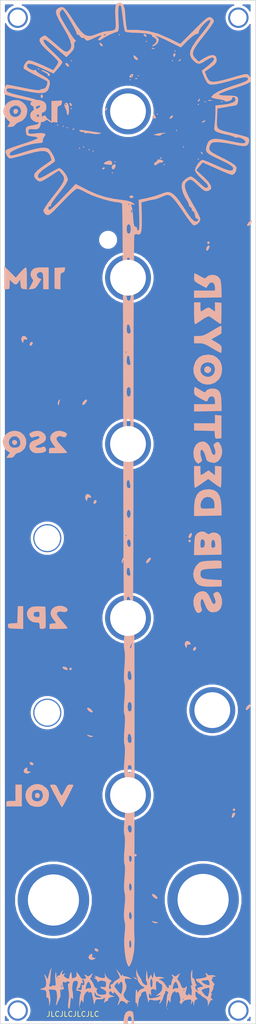
<source format=kicad_pcb>
(kicad_pcb (version 20171130) (host pcbnew "(5.1.12-1-10_14)")

  (general
    (thickness 1.6)
    (drawings 5)
    (tracks 0)
    (zones 0)
    (modules 30)
    (nets 1)
  )

  (page A4)
  (layers
    (0 F.Cu signal hide)
    (31 B.Cu signal hide)
    (32 B.Adhes user)
    (33 F.Adhes user)
    (34 B.Paste user)
    (35 F.Paste user)
    (36 B.SilkS user)
    (37 F.SilkS user)
    (38 B.Mask user)
    (39 F.Mask user)
    (40 Dwgs.User user)
    (41 Cmts.User user)
    (42 Eco1.User user)
    (43 Eco2.User user)
    (44 Edge.Cuts user)
    (45 Margin user)
    (46 B.CrtYd user)
    (47 F.CrtYd user)
    (48 B.Fab user)
    (49 F.Fab user)
  )

  (setup
    (last_trace_width 0.25)
    (trace_clearance 0.2)
    (zone_clearance 0.508)
    (zone_45_only no)
    (trace_min 0.2)
    (via_size 0.8)
    (via_drill 0.4)
    (via_min_size 0.4)
    (via_min_drill 0.3)
    (uvia_size 0.3)
    (uvia_drill 0.1)
    (uvias_allowed no)
    (uvia_min_size 0.2)
    (uvia_min_drill 0.1)
    (edge_width 0.05)
    (segment_width 0.2)
    (pcb_text_width 0.3)
    (pcb_text_size 1.5 1.5)
    (mod_edge_width 0.12)
    (mod_text_size 1 1)
    (mod_text_width 0.15)
    (pad_size 1.524 1.524)
    (pad_drill 0.762)
    (pad_to_mask_clearance 0)
    (aux_axis_origin 0 0)
    (visible_elements FFFFFFFF)
    (pcbplotparams
      (layerselection 0x010fc_ffffffff)
      (usegerberextensions false)
      (usegerberattributes true)
      (usegerberadvancedattributes true)
      (creategerberjobfile true)
      (excludeedgelayer true)
      (linewidth 0.100000)
      (plotframeref false)
      (viasonmask false)
      (mode 1)
      (useauxorigin false)
      (hpglpennumber 1)
      (hpglpenspeed 20)
      (hpglpendiameter 15.000000)
      (psnegative false)
      (psa4output false)
      (plotreference true)
      (plotvalue true)
      (plotinvisibletext false)
      (padsonsilk false)
      (subtractmaskfromsilk false)
      (outputformat 1)
      (mirror false)
      (drillshape 1)
      (scaleselection 1)
      (outputdirectory ""))
  )

  (net 0 "")

  (net_class Default "This is the default net class."
    (clearance 0.2)
    (trace_width 0.25)
    (via_dia 0.8)
    (via_drill 0.4)
    (uvia_dia 0.3)
    (uvia_drill 0.1)
  )

  (module ao_tht:2pl3 (layer B.Cu) (tedit 0) (tstamp 61B3C489)
    (at 215 126.3 180)
    (fp_text reference G*** (at 0 0) (layer B.SilkS) hide
      (effects (font (size 1.524 1.524) (thickness 0.3)) (justify mirror))
    )
    (fp_text value LOGO (at 0.75 0) (layer B.SilkS) hide
      (effects (font (size 1.524 1.524) (thickness 0.3)) (justify mirror))
    )
    (fp_poly (pts (xy -3.299577 2.234498) (xy -2.765598 1.896093) (xy -2.423912 1.414765) (xy -2.343321 0.823113)
      (xy -2.375307 0.648466) (xy -2.565471 0.213696) (xy -2.884152 -0.265784) (xy -2.930717 -0.32279)
      (xy -3.215465 -0.686378) (xy -3.367157 -0.929149) (xy -3.374825 -0.958158) (xy -3.218495 -1.029299)
      (xy -2.834153 -1.064818) (xy -2.753146 -1.065734) (xy -2.335465 -1.095439) (xy -2.164149 -1.246111)
      (xy -2.131468 -1.598601) (xy -2.131468 -2.131468) (xy -3.907692 -2.131468) (xy -4.653289 -2.118451)
      (xy -5.244773 -2.083352) (xy -5.60696 -2.0321) (xy -5.683916 -1.991392) (xy -5.573219 -1.804709)
      (xy -5.276908 -1.42297) (xy -4.848651 -0.913685) (xy -4.618181 -0.650734) (xy -4.144202 -0.090624)
      (xy -3.778591 0.391217) (xy -3.575934 0.720534) (xy -3.552447 0.798965) (xy -3.701379 1.118254)
      (xy -4.080846 1.272686) (xy -4.589853 1.225027) (xy -4.652837 1.20466) (xy -5.134187 1.144946)
      (xy -5.492777 1.281589) (xy -5.668196 1.54174) (xy -5.600031 1.85255) (xy -5.367246 2.066156)
      (xy -4.669204 2.352131) (xy -3.957046 2.397377) (xy -3.299577 2.234498)) (layer B.SilkS) (width 0.01))
    (fp_poly (pts (xy 0.490569 2.271668) (xy 1.097537 2.211013) (xy 1.427639 2.12871) (xy 1.96605 1.753112)
      (xy 2.244111 1.235577) (xy 2.283467 0.650218) (xy 2.105766 0.071149) (xy 1.732651 -0.427518)
      (xy 1.18577 -0.77167) (xy 0.546531 -0.888112) (xy 0.085934 -0.905919) (xy -0.120962 -1.01742)
      (xy -0.175638 -1.309737) (xy -0.177622 -1.50979) (xy -0.207161 -1.927375) (xy -0.358044 -2.098654)
      (xy -0.716064 -2.131468) (xy -1.124338 -2.062266) (xy -1.344086 -1.898025) (xy -1.376182 -1.632916)
      (xy -1.393515 -1.096613) (xy -1.39459 -0.372919) (xy -1.382917 0.277849) (xy -1.371614 0.71049)
      (xy -0.177622 0.71049) (xy -0.146234 0.333156) (xy 0.021634 0.199687) (xy 0.399651 0.210774)
      (xy 0.804605 0.29644) (xy 0.960029 0.504742) (xy 0.976924 0.71049) (xy 0.916316 1.027837)
      (xy 0.665005 1.171624) (xy 0.399651 1.210205) (xy 0.004294 1.218127) (xy -0.151261 1.071626)
      (xy -0.177622 0.71049) (xy -1.371614 0.71049) (xy -1.332167 2.22028) (xy -0.192326 2.273932)
      (xy 0.490569 2.271668)) (layer B.SilkS) (width 0.01))
    (fp_poly (pts (xy 4.174126 -0.976923) (xy 5.11751 -1.030988) (xy 5.66234 -1.073326) (xy 5.935383 -1.152422)
      (xy 6.019852 -1.318203) (xy 6.005622 -1.563855) (xy 5.964036 -1.798983) (xy 5.856558 -1.944052)
      (xy 5.6091 -2.024902) (xy 5.147577 -2.067373) (xy 4.484966 -2.094246) (xy 3.019581 -2.145835)
      (xy 3.019581 2.309091) (xy 4.071984 2.309091) (xy 4.174126 -0.976923)) (layer B.SilkS) (width 0.01))
  )

  (module ao_tht:1dots (layer B.Cu) (tedit 0) (tstamp 61B2E80A)
    (at 253.9 137.8 180)
    (fp_text reference G*** (at 0 0) (layer B.SilkS) hide
      (effects (font (size 1.524 1.524) (thickness 0.3)) (justify mirror))
    )
    (fp_text value LOGO (at 0.75 0) (layer B.SilkS) hide
      (effects (font (size 1.524 1.524) (thickness 0.3)) (justify mirror))
    )
    (fp_poly (pts (xy -2.281443 -5.432728) (xy -1.920438 -5.73276) (xy -1.666396 -6.145888) (xy -1.646857 -6.411097)
      (xy -1.869866 -6.490761) (xy -2.255549 -6.168349) (xy -2.562423 -5.710307) (xy -2.576556 -5.428486)
      (xy -2.281443 -5.432728)) (layer B.SilkS) (width 0.01))
    (fp_poly (pts (xy 2.904128 -5.498824) (xy 2.926776 -5.519495) (xy 3.147764 -6.011844) (xy 3.130826 -6.3216)
      (xy 3.017413 -6.592512) (xy 2.972068 -6.505551) (xy 2.860629 -5.997183) (xy 2.768018 -5.703446)
      (xy 2.698451 -5.382743) (xy 2.904128 -5.498824)) (layer B.SilkS) (width 0.01))
    (fp_poly (pts (xy -9.900401 -2.075039) (xy -9.892631 -2.138947) (xy -10.096092 -2.398546) (xy -10.16 -2.406316)
      (xy -10.419599 -2.202855) (xy -10.427368 -2.138947) (xy -10.223907 -1.879348) (xy -10.16 -1.871579)
      (xy -9.900401 -2.075039)) (layer B.SilkS) (width 0.01))
    (fp_poly (pts (xy -10.149556 -0.809848) (xy -9.910256 -1.357136) (xy -10.058181 -1.597432) (xy -10.131394 -1.60421)
      (xy -10.418476 -1.389898) (xy -10.53874 -1.16489) (xy -10.606095 -0.69615) (xy -10.430488 -0.552134)
      (xy -10.149556 -0.809848)) (layer B.SilkS) (width 0.01))
    (fp_poly (pts (xy 8.5521 5.669331) (xy 8.652477 5.481053) (xy 8.647648 5.125704) (xy 8.358397 5.132577)
      (xy 8.199299 5.258246) (xy 8.027035 5.627085) (xy 8.181676 5.871105) (xy 8.259816 5.882105)
      (xy 8.5521 5.669331)) (layer B.SilkS) (width 0.01))
    (fp_poly (pts (xy 10.210224 6.796866) (xy 10.309132 6.324891) (xy 10.18925 5.962946) (xy 9.970753 5.629599)
      (xy 9.906778 5.769417) (xy 9.900762 5.977553) (xy 9.752205 6.337424) (xy 9.491579 6.320155)
      (xy 9.145304 6.304955) (xy 9.147072 6.564673) (xy 9.456105 6.922138) (xy 9.885884 7.048277)
      (xy 10.210224 6.796866)) (layer B.SilkS) (width 0.01))
  )

  (module ao_tht:1dots (layer B.Cu) (tedit 0) (tstamp 61B2E787)
    (at 258.4 55.1)
    (fp_text reference G*** (at 0 0) (layer B.SilkS) hide
      (effects (font (size 1.524 1.524) (thickness 0.3)) (justify mirror))
    )
    (fp_text value LOGO (at 0.75 0) (layer B.SilkS) hide
      (effects (font (size 1.524 1.524) (thickness 0.3)) (justify mirror))
    )
    (fp_poly (pts (xy -2.281443 -5.432728) (xy -1.920438 -5.73276) (xy -1.666396 -6.145888) (xy -1.646857 -6.411097)
      (xy -1.869866 -6.490761) (xy -2.255549 -6.168349) (xy -2.562423 -5.710307) (xy -2.576556 -5.428486)
      (xy -2.281443 -5.432728)) (layer B.SilkS) (width 0.01))
    (fp_poly (pts (xy 2.904128 -5.498824) (xy 2.926776 -5.519495) (xy 3.147764 -6.011844) (xy 3.130826 -6.3216)
      (xy 3.017413 -6.592512) (xy 2.972068 -6.505551) (xy 2.860629 -5.997183) (xy 2.768018 -5.703446)
      (xy 2.698451 -5.382743) (xy 2.904128 -5.498824)) (layer B.SilkS) (width 0.01))
    (fp_poly (pts (xy -9.900401 -2.075039) (xy -9.892631 -2.138947) (xy -10.096092 -2.398546) (xy -10.16 -2.406316)
      (xy -10.419599 -2.202855) (xy -10.427368 -2.138947) (xy -10.223907 -1.879348) (xy -10.16 -1.871579)
      (xy -9.900401 -2.075039)) (layer B.SilkS) (width 0.01))
    (fp_poly (pts (xy -10.149556 -0.809848) (xy -9.910256 -1.357136) (xy -10.058181 -1.597432) (xy -10.131394 -1.60421)
      (xy -10.418476 -1.389898) (xy -10.53874 -1.16489) (xy -10.606095 -0.69615) (xy -10.430488 -0.552134)
      (xy -10.149556 -0.809848)) (layer B.SilkS) (width 0.01))
    (fp_poly (pts (xy 8.5521 5.669331) (xy 8.652477 5.481053) (xy 8.647648 5.125704) (xy 8.358397 5.132577)
      (xy 8.199299 5.258246) (xy 8.027035 5.627085) (xy 8.181676 5.871105) (xy 8.259816 5.882105)
      (xy 8.5521 5.669331)) (layer B.SilkS) (width 0.01))
    (fp_poly (pts (xy 10.210224 6.796866) (xy 10.309132 6.324891) (xy 10.18925 5.962946) (xy 9.970753 5.629599)
      (xy 9.906778 5.769417) (xy 9.900762 5.977553) (xy 9.752205 6.337424) (xy 9.491579 6.320155)
      (xy 9.145304 6.304955) (xy 9.147072 6.564673) (xy 9.456105 6.922138) (xy 9.885884 7.048277)
      (xy 10.210224 6.796866)) (layer B.SilkS) (width 0.01))
  )

  (module ao_tht:1dots (layer B.Cu) (tedit 0) (tstamp 61B2E73E)
    (at 231.8 182.8 270)
    (fp_text reference G*** (at 0 0 90) (layer B.SilkS) hide
      (effects (font (size 1.524 1.524) (thickness 0.3)) (justify mirror))
    )
    (fp_text value LOGO (at 0.75 0 90) (layer B.SilkS) hide
      (effects (font (size 1.524 1.524) (thickness 0.3)) (justify mirror))
    )
    (fp_poly (pts (xy -2.281443 -5.432728) (xy -1.920438 -5.73276) (xy -1.666396 -6.145888) (xy -1.646857 -6.411097)
      (xy -1.869866 -6.490761) (xy -2.255549 -6.168349) (xy -2.562423 -5.710307) (xy -2.576556 -5.428486)
      (xy -2.281443 -5.432728)) (layer B.SilkS) (width 0.01))
    (fp_poly (pts (xy 2.904128 -5.498824) (xy 2.926776 -5.519495) (xy 3.147764 -6.011844) (xy 3.130826 -6.3216)
      (xy 3.017413 -6.592512) (xy 2.972068 -6.505551) (xy 2.860629 -5.997183) (xy 2.768018 -5.703446)
      (xy 2.698451 -5.382743) (xy 2.904128 -5.498824)) (layer B.SilkS) (width 0.01))
    (fp_poly (pts (xy -9.900401 -2.075039) (xy -9.892631 -2.138947) (xy -10.096092 -2.398546) (xy -10.16 -2.406316)
      (xy -10.419599 -2.202855) (xy -10.427368 -2.138947) (xy -10.223907 -1.879348) (xy -10.16 -1.871579)
      (xy -9.900401 -2.075039)) (layer B.SilkS) (width 0.01))
    (fp_poly (pts (xy -10.149556 -0.809848) (xy -9.910256 -1.357136) (xy -10.058181 -1.597432) (xy -10.131394 -1.60421)
      (xy -10.418476 -1.389898) (xy -10.53874 -1.16489) (xy -10.606095 -0.69615) (xy -10.430488 -0.552134)
      (xy -10.149556 -0.809848)) (layer B.SilkS) (width 0.01))
    (fp_poly (pts (xy 8.5521 5.669331) (xy 8.652477 5.481053) (xy 8.647648 5.125704) (xy 8.358397 5.132577)
      (xy 8.199299 5.258246) (xy 8.027035 5.627085) (xy 8.181676 5.871105) (xy 8.259816 5.882105)
      (xy 8.5521 5.669331)) (layer B.SilkS) (width 0.01))
    (fp_poly (pts (xy 10.210224 6.796866) (xy 10.309132 6.324891) (xy 10.18925 5.962946) (xy 9.970753 5.629599)
      (xy 9.906778 5.769417) (xy 9.900762 5.977553) (xy 9.752205 6.337424) (xy 9.491579 6.320155)
      (xy 9.145304 6.304955) (xy 9.147072 6.564673) (xy 9.456105 6.922138) (xy 9.885884 7.048277)
      (xy 10.210224 6.796866)) (layer B.SilkS) (width 0.01))
  )

  (module ao_tht:1dots (layer B.Cu) (tedit 0) (tstamp 61B2E6F5)
    (at 263.4 165.9)
    (fp_text reference G*** (at 0 0) (layer B.SilkS) hide
      (effects (font (size 1.524 1.524) (thickness 0.3)) (justify mirror))
    )
    (fp_text value LOGO (at 0.75 0) (layer B.SilkS) hide
      (effects (font (size 1.524 1.524) (thickness 0.3)) (justify mirror))
    )
    (fp_poly (pts (xy -2.281443 -5.432728) (xy -1.920438 -5.73276) (xy -1.666396 -6.145888) (xy -1.646857 -6.411097)
      (xy -1.869866 -6.490761) (xy -2.255549 -6.168349) (xy -2.562423 -5.710307) (xy -2.576556 -5.428486)
      (xy -2.281443 -5.432728)) (layer B.SilkS) (width 0.01))
    (fp_poly (pts (xy 2.904128 -5.498824) (xy 2.926776 -5.519495) (xy 3.147764 -6.011844) (xy 3.130826 -6.3216)
      (xy 3.017413 -6.592512) (xy 2.972068 -6.505551) (xy 2.860629 -5.997183) (xy 2.768018 -5.703446)
      (xy 2.698451 -5.382743) (xy 2.904128 -5.498824)) (layer B.SilkS) (width 0.01))
    (fp_poly (pts (xy -9.900401 -2.075039) (xy -9.892631 -2.138947) (xy -10.096092 -2.398546) (xy -10.16 -2.406316)
      (xy -10.419599 -2.202855) (xy -10.427368 -2.138947) (xy -10.223907 -1.879348) (xy -10.16 -1.871579)
      (xy -9.900401 -2.075039)) (layer B.SilkS) (width 0.01))
    (fp_poly (pts (xy -10.149556 -0.809848) (xy -9.910256 -1.357136) (xy -10.058181 -1.597432) (xy -10.131394 -1.60421)
      (xy -10.418476 -1.389898) (xy -10.53874 -1.16489) (xy -10.606095 -0.69615) (xy -10.430488 -0.552134)
      (xy -10.149556 -0.809848)) (layer B.SilkS) (width 0.01))
    (fp_poly (pts (xy 8.5521 5.669331) (xy 8.652477 5.481053) (xy 8.647648 5.125704) (xy 8.358397 5.132577)
      (xy 8.199299 5.258246) (xy 8.027035 5.627085) (xy 8.181676 5.871105) (xy 8.259816 5.882105)
      (xy 8.5521 5.669331)) (layer B.SilkS) (width 0.01))
    (fp_poly (pts (xy 10.210224 6.796866) (xy 10.309132 6.324891) (xy 10.18925 5.962946) (xy 9.970753 5.629599)
      (xy 9.906778 5.769417) (xy 9.900762 5.977553) (xy 9.752205 6.337424) (xy 9.491579 6.320155)
      (xy 9.145304 6.304955) (xy 9.147072 6.564673) (xy 9.456105 6.922138) (xy 9.885884 7.048277)
      (xy 10.210224 6.796866)) (layer B.SilkS) (width 0.01))
  )

  (module ao_tht:1dots (layer B.Cu) (tedit 0) (tstamp 61B2E6AC)
    (at 219.1 146.4 270)
    (fp_text reference G*** (at 0 0 90) (layer B.SilkS) hide
      (effects (font (size 1.524 1.524) (thickness 0.3)) (justify mirror))
    )
    (fp_text value LOGO (at 0.75 0 90) (layer B.SilkS) hide
      (effects (font (size 1.524 1.524) (thickness 0.3)) (justify mirror))
    )
    (fp_poly (pts (xy -2.281443 -5.432728) (xy -1.920438 -5.73276) (xy -1.666396 -6.145888) (xy -1.646857 -6.411097)
      (xy -1.869866 -6.490761) (xy -2.255549 -6.168349) (xy -2.562423 -5.710307) (xy -2.576556 -5.428486)
      (xy -2.281443 -5.432728)) (layer B.SilkS) (width 0.01))
    (fp_poly (pts (xy 2.904128 -5.498824) (xy 2.926776 -5.519495) (xy 3.147764 -6.011844) (xy 3.130826 -6.3216)
      (xy 3.017413 -6.592512) (xy 2.972068 -6.505551) (xy 2.860629 -5.997183) (xy 2.768018 -5.703446)
      (xy 2.698451 -5.382743) (xy 2.904128 -5.498824)) (layer B.SilkS) (width 0.01))
    (fp_poly (pts (xy -9.900401 -2.075039) (xy -9.892631 -2.138947) (xy -10.096092 -2.398546) (xy -10.16 -2.406316)
      (xy -10.419599 -2.202855) (xy -10.427368 -2.138947) (xy -10.223907 -1.879348) (xy -10.16 -1.871579)
      (xy -9.900401 -2.075039)) (layer B.SilkS) (width 0.01))
    (fp_poly (pts (xy -10.149556 -0.809848) (xy -9.910256 -1.357136) (xy -10.058181 -1.597432) (xy -10.131394 -1.60421)
      (xy -10.418476 -1.389898) (xy -10.53874 -1.16489) (xy -10.606095 -0.69615) (xy -10.430488 -0.552134)
      (xy -10.149556 -0.809848)) (layer B.SilkS) (width 0.01))
    (fp_poly (pts (xy 8.5521 5.669331) (xy 8.652477 5.481053) (xy 8.647648 5.125704) (xy 8.358397 5.132577)
      (xy 8.199299 5.258246) (xy 8.027035 5.627085) (xy 8.181676 5.871105) (xy 8.259816 5.882105)
      (xy 8.5521 5.669331)) (layer B.SilkS) (width 0.01))
    (fp_poly (pts (xy 10.210224 6.796866) (xy 10.309132 6.324891) (xy 10.18925 5.962946) (xy 9.970753 5.629599)
      (xy 9.906778 5.769417) (xy 9.900762 5.977553) (xy 9.752205 6.337424) (xy 9.491579 6.320155)
      (xy 9.145304 6.304955) (xy 9.147072 6.564673) (xy 9.456105 6.922138) (xy 9.885884 7.048277)
      (xy 10.210224 6.796866)) (layer B.SilkS) (width 0.01))
  )

  (module ao_tht:1dots (layer B.Cu) (tedit 0) (tstamp 61B2E663)
    (at 234.4 109.1 180)
    (fp_text reference G*** (at 0 0) (layer B.SilkS) hide
      (effects (font (size 1.524 1.524) (thickness 0.3)) (justify mirror))
    )
    (fp_text value LOGO (at 0.75 0) (layer B.SilkS) hide
      (effects (font (size 1.524 1.524) (thickness 0.3)) (justify mirror))
    )
    (fp_poly (pts (xy -2.281443 -5.432728) (xy -1.920438 -5.73276) (xy -1.666396 -6.145888) (xy -1.646857 -6.411097)
      (xy -1.869866 -6.490761) (xy -2.255549 -6.168349) (xy -2.562423 -5.710307) (xy -2.576556 -5.428486)
      (xy -2.281443 -5.432728)) (layer B.SilkS) (width 0.01))
    (fp_poly (pts (xy 2.904128 -5.498824) (xy 2.926776 -5.519495) (xy 3.147764 -6.011844) (xy 3.130826 -6.3216)
      (xy 3.017413 -6.592512) (xy 2.972068 -6.505551) (xy 2.860629 -5.997183) (xy 2.768018 -5.703446)
      (xy 2.698451 -5.382743) (xy 2.904128 -5.498824)) (layer B.SilkS) (width 0.01))
    (fp_poly (pts (xy -9.900401 -2.075039) (xy -9.892631 -2.138947) (xy -10.096092 -2.398546) (xy -10.16 -2.406316)
      (xy -10.419599 -2.202855) (xy -10.427368 -2.138947) (xy -10.223907 -1.879348) (xy -10.16 -1.871579)
      (xy -9.900401 -2.075039)) (layer B.SilkS) (width 0.01))
    (fp_poly (pts (xy -10.149556 -0.809848) (xy -9.910256 -1.357136) (xy -10.058181 -1.597432) (xy -10.131394 -1.60421)
      (xy -10.418476 -1.389898) (xy -10.53874 -1.16489) (xy -10.606095 -0.69615) (xy -10.430488 -0.552134)
      (xy -10.149556 -0.809848)) (layer B.SilkS) (width 0.01))
    (fp_poly (pts (xy 8.5521 5.669331) (xy 8.652477 5.481053) (xy 8.647648 5.125704) (xy 8.358397 5.132577)
      (xy 8.199299 5.258246) (xy 8.027035 5.627085) (xy 8.181676 5.871105) (xy 8.259816 5.882105)
      (xy 8.5521 5.669331)) (layer B.SilkS) (width 0.01))
    (fp_poly (pts (xy 10.210224 6.796866) (xy 10.309132 6.324891) (xy 10.18925 5.962946) (xy 9.970753 5.629599)
      (xy 9.906778 5.769417) (xy 9.900762 5.977553) (xy 9.752205 6.337424) (xy 9.491579 6.320155)
      (xy 9.145304 6.304955) (xy 9.147072 6.564673) (xy 9.456105 6.922138) (xy 9.885884 7.048277)
      (xy 10.210224 6.796866)) (layer B.SilkS) (width 0.01))
  )

  (module ao_tht:1dots (layer B.Cu) (tedit 0) (tstamp 61B2E61A)
    (at 221.9 78.2 180)
    (fp_text reference G*** (at 0 0) (layer B.SilkS) hide
      (effects (font (size 1.524 1.524) (thickness 0.3)) (justify mirror))
    )
    (fp_text value LOGO (at 0.75 0) (layer B.SilkS) hide
      (effects (font (size 1.524 1.524) (thickness 0.3)) (justify mirror))
    )
    (fp_poly (pts (xy -2.281443 -5.432728) (xy -1.920438 -5.73276) (xy -1.666396 -6.145888) (xy -1.646857 -6.411097)
      (xy -1.869866 -6.490761) (xy -2.255549 -6.168349) (xy -2.562423 -5.710307) (xy -2.576556 -5.428486)
      (xy -2.281443 -5.432728)) (layer B.SilkS) (width 0.01))
    (fp_poly (pts (xy 2.904128 -5.498824) (xy 2.926776 -5.519495) (xy 3.147764 -6.011844) (xy 3.130826 -6.3216)
      (xy 3.017413 -6.592512) (xy 2.972068 -6.505551) (xy 2.860629 -5.997183) (xy 2.768018 -5.703446)
      (xy 2.698451 -5.382743) (xy 2.904128 -5.498824)) (layer B.SilkS) (width 0.01))
    (fp_poly (pts (xy -9.900401 -2.075039) (xy -9.892631 -2.138947) (xy -10.096092 -2.398546) (xy -10.16 -2.406316)
      (xy -10.419599 -2.202855) (xy -10.427368 -2.138947) (xy -10.223907 -1.879348) (xy -10.16 -1.871579)
      (xy -9.900401 -2.075039)) (layer B.SilkS) (width 0.01))
    (fp_poly (pts (xy -10.149556 -0.809848) (xy -9.910256 -1.357136) (xy -10.058181 -1.597432) (xy -10.131394 -1.60421)
      (xy -10.418476 -1.389898) (xy -10.53874 -1.16489) (xy -10.606095 -0.69615) (xy -10.430488 -0.552134)
      (xy -10.149556 -0.809848)) (layer B.SilkS) (width 0.01))
    (fp_poly (pts (xy 8.5521 5.669331) (xy 8.652477 5.481053) (xy 8.647648 5.125704) (xy 8.358397 5.132577)
      (xy 8.199299 5.258246) (xy 8.027035 5.627085) (xy 8.181676 5.871105) (xy 8.259816 5.882105)
      (xy 8.5521 5.669331)) (layer B.SilkS) (width 0.01))
    (fp_poly (pts (xy 10.210224 6.796866) (xy 10.309132 6.324891) (xy 10.18925 5.962946) (xy 9.970753 5.629599)
      (xy 9.906778 5.769417) (xy 9.900762 5.977553) (xy 9.752205 6.337424) (xy 9.491579 6.320155)
      (xy 9.145304 6.304955) (xy 9.147072 6.564673) (xy 9.456105 6.922138) (xy 9.885884 7.048277)
      (xy 10.210224 6.796866)) (layer B.SilkS) (width 0.01))
  )

  (module ao_tht:chain (layer B.Cu) (tedit 0) (tstamp 61B2E4F8)
    (at 248.2 221.2 180)
    (fp_text reference G*** (at 0 0) (layer B.SilkS) hide
      (effects (font (size 1.524 1.524) (thickness 0.3)) (justify mirror))
    )
    (fp_text value LOGO (at 0.75 0) (layer B.SilkS) hide
      (effects (font (size 1.524 1.524) (thickness 0.3)) (justify mirror))
    )
    (fp_poly (pts (xy 15.93418 17.965537) (xy 16.156692 17.760903) (xy 16.405196 17.23906) (xy 16.549545 16.415174)
      (xy 16.575353 15.51435) (xy 16.468233 14.761691) (xy 16.36401 14.516982) (xy 16.299641 14.124588)
      (xy 16.294982 13.335332) (xy 16.34823 12.283541) (xy 16.40277 11.628894) (xy 16.494984 10.325628)
      (xy 16.506864 9.284541) (xy 16.438301 8.622876) (xy 16.405637 8.523711) (xy 16.316517 7.995754)
      (xy 16.301478 7.055031) (xy 16.360665 5.818375) (xy 16.401655 5.306366) (xy 16.484979 4.048347)
      (xy 16.501863 2.998925) (xy 16.452197 2.287814) (xy 16.404445 2.104197) (xy 16.322837 1.60077)
      (xy 16.309525 0.695522) (xy 16.364157 -0.483059) (xy 16.413253 -1.095405) (xy 16.506985 -2.431434)
      (xy 16.517816 -3.407468) (xy 16.445929 -3.950833) (xy 16.40599 -4.020958) (xy 16.307049 -4.412428)
      (xy 16.291281 -5.253751) (xy 16.359079 -6.466493) (xy 16.391902 -6.848977) (xy 16.475799 -8.084091)
      (xy 16.490725 -9.111676) (xy 16.436596 -9.798072) (xy 16.393905 -9.951003) (xy 16.30953 -10.465684)
      (xy 16.300153 -11.369839) (xy 16.365552 -12.523526) (xy 16.398557 -12.885648) (xy 16.495405 -14.251096)
      (xy 16.489109 -15.279242) (xy 16.382752 -15.869804) (xy 16.273499 -16.49881) (xy 16.283356 -17.57431)
      (xy 16.387204 -18.801087) (xy 16.502249 -20.245484) (xy 16.488375 -21.269184) (xy 16.387204 -21.742139)
      (xy 16.272149 -22.396939) (xy 16.285914 -23.515019) (xy 16.386838 -24.679786) (xy 16.491506 -25.965068)
      (xy 16.499937 -26.962354) (xy 16.411502 -27.556401) (xy 16.402644 -27.577735) (xy 16.308302 -28.127136)
      (xy 16.299314 -29.076392) (xy 16.376078 -30.297412) (xy 16.393667 -30.482509) (xy 16.480221 -31.677626)
      (xy 16.487721 -32.626878) (xy 16.41638 -33.203261) (xy 16.388999 -33.269453) (xy 16.298879 -33.747092)
      (xy 16.291111 -34.626349) (xy 16.365754 -35.780476) (xy 16.387779 -36.006003) (xy 16.483139 -37.314238)
      (xy 16.476729 -38.310691) (xy 16.373775 -38.876901) (xy 16.266281 -39.505692) (xy 16.288364 -40.561343)
      (xy 16.38786 -41.563488) (xy 16.515752 -43.084742) (xy 16.460505 -44.119232) (xy 16.386164 -44.396807)
      (xy 16.254962 -45.22416) (xy 16.311784 -46.440275) (xy 16.358788 -46.815424) (xy 16.448528 -47.978589)
      (xy 16.433064 -49.273087) (xy 16.32809 -50.572783) (xy 16.149299 -51.751544) (xy 15.912386 -52.683236)
      (xy 15.633044 -53.241723) (xy 15.550291 -53.313472) (xy 15.359712 -53.156942) (xy 15.087862 -52.617106)
      (xy 14.877677 -52.054761) (xy 14.507484 -50.304078) (xy 14.456833 -49.100028) (xy 15.044812 -49.100028)
      (xy 15.119088 -49.396316) (xy 15.291773 -49.724126) (xy 15.394961 -49.555713) (xy 15.434666 -49.396316)
      (xy 15.472394 -48.714103) (xy 15.434666 -48.460526) (xy 15.326266 -48.132716) (xy 15.190051 -48.301129)
      (xy 15.119088 -48.460526) (xy 15.044812 -49.100028) (xy 14.456833 -49.100028) (xy 14.415756 -48.123606)
      (xy 14.471959 -46.923158) (xy 14.484965 -46.450875) (xy 14.492827 -45.521527) (xy 14.495549 -44.21276)
      (xy 14.494425 -43.463147) (xy 14.972632 -43.463147) (xy 15.066167 -43.958016) (xy 15.24 -44.115789)
      (xy 15.426324 -43.883099) (xy 15.507263 -43.320934) (xy 15.507369 -43.297905) (xy 15.434957 -42.76341)
      (xy 15.249173 -42.639989) (xy 15.24 -42.645263) (xy 15.033035 -43.013812) (xy 14.972632 -43.463147)
      (xy 14.494425 -43.463147) (xy 14.493132 -42.60222) (xy 14.485578 -40.767554) (xy 14.47289 -38.786407)
      (xy 14.471736 -38.634737) (xy 14.466926 -37.848411) (xy 14.972632 -37.848411) (xy 15.066167 -38.343279)
      (xy 15.24 -38.501052) (xy 15.426324 -38.268363) (xy 15.507263 -37.706197) (xy 15.507369 -37.683168)
      (xy 15.434957 -37.148673) (xy 15.249173 -37.025252) (xy 15.24 -37.030526) (xy 15.033035 -37.399075)
      (xy 14.972632 -37.848411) (xy 14.466926 -37.848411) (xy 14.463118 -37.226069) (xy 14.455017 -35.336915)
      (xy 14.447519 -33.021527) (xy 14.445525 -32.233674) (xy 14.972632 -32.233674) (xy 15.066167 -32.728542)
      (xy 15.24 -32.886316) (xy 15.426324 -32.653626) (xy 15.507263 -32.091461) (xy 15.507369 -32.068431)
      (xy 15.434957 -31.533936) (xy 15.249173 -31.410516) (xy 15.24 -31.415789) (xy 15.033035 -31.784338)
      (xy 14.972632 -32.233674) (xy 14.445525 -32.233674) (xy 14.440715 -30.334155) (xy 14.434691 -27.32905)
      (xy 14.433196 -26.380252) (xy 14.964951 -26.380252) (xy 15.031528 -26.899559) (xy 15.154895 -27.097351)
      (xy 15.411891 -27.091128) (xy 15.652783 -26.726297) (xy 15.769902 -26.171087) (xy 15.770643 -26.135263)
      (xy 15.58689 -25.739917) (xy 15.373684 -25.667368) (xy 15.091645 -25.8869) (xy 14.964951 -26.380252)
      (xy 14.433196 -26.380252) (xy 14.429538 -24.060463) (xy 14.425375 -20.609649) (xy 14.972632 -20.609649)
      (xy 15.083281 -21.18957) (xy 15.331748 -21.32217) (xy 15.592816 -21.025699) (xy 15.725654 -20.499907)
      (xy 15.687674 -19.943065) (xy 15.391444 -19.785263) (xy 15.068924 -19.99276) (xy 14.972632 -20.609649)
      (xy 14.425375 -20.609649) (xy 14.425342 -20.582645) (xy 14.422192 -16.949846) (xy 14.420981 -14.705263)
      (xy 14.972632 -14.705263) (xy 15.092203 -15.342059) (xy 15.373684 -15.507368) (xy 15.692082 -15.268227)
      (xy 15.774737 -14.705263) (xy 15.655166 -14.068467) (xy 15.373684 -13.903158) (xy 15.055286 -14.142299)
      (xy 14.972632 -14.705263) (xy 14.420981 -14.705263) (xy 14.420177 -13.216319) (xy 14.419385 -9.436313)
      (xy 14.419444 -8.776906) (xy 15.022534 -8.776906) (xy 15.037295 -9.397453) (xy 15.277459 -9.619556)
      (xy 15.356744 -9.625263) (xy 15.657803 -9.448125) (xy 15.771252 -8.859723) (xy 15.774737 -8.667193)
      (xy 15.675449 -8.005182) (xy 15.447493 -7.808925) (xy 15.195732 -8.063125) (xy 15.025028 -8.752489)
      (xy 15.022534 -8.776906) (xy 14.419444 -8.776906) (xy 14.419637 -6.648426) (xy 14.421163 -2.54)
      (xy 14.972632 -2.54) (xy 15.0596 -3.232125) (xy 15.337158 -3.474098) (xy 15.373684 -3.475789)
      (xy 15.67031 -3.272864) (xy 15.774012 -2.625228) (xy 15.774737 -2.54) (xy 15.687769 -1.847874)
      (xy 15.410211 -1.605902) (xy 15.373684 -1.60421) (xy 15.077059 -1.807135) (xy 14.973357 -2.454772)
      (xy 14.972632 -2.54) (xy 14.421163 -2.54) (xy 14.421196 -2.452816) (xy 14.424256 1.239985)
      (xy 14.427885 3.522041) (xy 15.022534 3.522041) (xy 15.037295 2.901495) (xy 15.277459 2.679391)
      (xy 15.356744 2.673684) (xy 15.657803 2.850822) (xy 15.771252 3.439224) (xy 15.774737 3.631755)
      (xy 15.675449 4.293765) (xy 15.447493 4.490023) (xy 15.195732 4.235822) (xy 15.025028 3.546459)
      (xy 15.022534 3.522041) (xy 14.427885 3.522041) (xy 14.42938 4.461903) (xy 14.437131 7.244863)
      (xy 14.448072 9.620792) (xy 14.449086 9.758948) (xy 14.972632 9.758948) (xy 15.0596 9.066822)
      (xy 15.337158 8.82485) (xy 15.373684 8.823158) (xy 15.67031 9.026083) (xy 15.774012 9.67372)
      (xy 15.774737 9.758948) (xy 15.687769 10.451073) (xy 15.410211 10.693046) (xy 15.373684 10.694737)
      (xy 15.077059 10.491812) (xy 14.973357 9.844175) (xy 14.972632 9.758948) (xy 14.449086 9.758948)
      (xy 14.460866 11.363158) (xy 15.24 11.363158) (xy 15.373684 11.229474) (xy 15.507369 11.363158)
      (xy 15.373684 11.496842) (xy 15.24 11.363158) (xy 14.460866 11.363158) (xy 14.462764 11.621617)
      (xy 14.481772 13.279263) (xy 14.505658 14.625657) (xy 14.534985 15.692726) (xy 14.555806 16.17579)
      (xy 14.972632 16.17579) (xy 15.0596 15.483664) (xy 15.337158 15.241692) (xy 15.373684 15.24)
      (xy 15.67031 15.442925) (xy 15.774012 16.090562) (xy 15.774737 16.17579) (xy 15.687769 16.867915)
      (xy 15.410211 17.109888) (xy 15.373684 17.111579) (xy 15.077059 16.908654) (xy 14.973357 16.261018)
      (xy 14.972632 16.17579) (xy 14.555806 16.17579) (xy 14.570315 16.512395) (xy 14.612212 17.11659)
      (xy 14.661238 17.537239) (xy 14.717955 17.806266) (xy 14.782927 17.9556) (xy 14.854423 18.01631)
      (xy 15.471163 18.165215) (xy 15.93418 17.965537)) (layer B.SilkS) (width 0.01))
  )

  (module ao_tht:1sq (layer B.Cu) (tedit 0) (tstamp 61B2E46B)
    (at 213.7 27.5 180)
    (fp_text reference G*** (at 0 0) (layer B.SilkS) hide
      (effects (font (size 1.524 1.524) (thickness 0.3)) (justify mirror))
    )
    (fp_text value LOGO (at 0.75 0) (layer B.SilkS) hide
      (effects (font (size 1.524 1.524) (thickness 0.3)) (justify mirror))
    )
    (fp_poly (pts (xy 3.571592 2.402818) (xy 4.171074 2.230886) (xy 4.722576 1.956731) (xy 5.094801 1.570429)
      (xy 5.341382 1.128289) (xy 5.571131 0.591803) (xy 5.635905 0.187884) (xy 5.55672 -0.253565)
      (xy 5.525443 -0.361375) (xy 5.226956 -0.964271) (xy 4.784863 -1.465441) (xy 4.771541 -1.476007)
      (xy 4.426605 -1.766103) (xy 4.327924 -1.974051) (xy 4.439523 -2.233447) (xy 4.529811 -2.373647)
      (xy 4.836661 -2.841958) (xy 4.198649 -2.841958) (xy 3.665072 -2.759828) (xy 3.319259 -2.471085)
      (xy 3.283341 -2.418752) (xy 2.901524 -2.063524) (xy 2.515773 -1.897491) (xy 1.85694 -1.598317)
      (xy 1.334806 -1.045952) (xy 1.001748 -0.332298) (xy 0.939237 0.202065) (xy 2.131469 0.202065)
      (xy 2.27739 -0.327149) (xy 2.648044 -0.703749) (xy 3.142765 -0.893295) (xy 3.660889 -0.861345)
      (xy 4.101751 -0.57346) (xy 4.164054 -0.493345) (xy 4.417166 0.101408) (xy 4.320966 0.647454)
      (xy 3.959786 1.062882) (xy 3.394508 1.32702) (xy 2.847473 1.288979) (xy 2.405993 0.989867)
      (xy 2.157379 0.470795) (xy 2.131469 0.202065) (xy 0.939237 0.202065) (xy 0.910145 0.450743)
      (xy 0.966471 0.820892) (xy 1.276341 1.431533) (xy 1.820326 1.97234) (xy 2.479234 2.336426)
      (xy 2.734083 2.406044) (xy 3.571592 2.402818)) (layer B.SilkS) (width 0.01))
    (fp_poly (pts (xy -4.8529 2.273928) (xy -3.818881 2.220279) (xy -3.818881 -1.865035) (xy -4.396154 -1.920695)
      (xy -4.973427 -1.976354) (xy -4.973427 -0.378853) (xy -4.978617 0.379943) (xy -5.005579 0.85425)
      (xy -5.0714 1.114793) (xy -5.193164 1.232297) (xy -5.373077 1.275408) (xy -5.701258 1.442284)
      (xy -5.829823 1.829872) (xy -5.886918 2.327576) (xy -4.8529 2.273928)) (layer B.SilkS) (width 0.01))
    (fp_poly (pts (xy -0.422209 2.335914) (xy 0.023761 2.141996) (xy 0.281853 1.868005) (xy 0.275634 1.537424)
      (xy 0.241852 1.475787) (xy -0.060696 1.238712) (xy -0.291015 1.211499) (xy -0.719613 1.289732)
      (xy -1.11014 1.364876) (xy -1.49591 1.371427) (xy -1.618805 1.230763) (xy -1.497439 1.012375)
      (xy -1.15043 0.785755) (xy -0.932517 0.701808) (xy -0.212612 0.391059) (xy 0.20011 -0.002491)
      (xy 0.352019 -0.527026) (xy 0.355245 -0.636316) (xy 0.198229 -1.200054) (xy -0.220039 -1.631649)
      (xy -0.820388 -1.900504) (xy -1.523648 -1.976023) (xy -2.25065 -1.82761) (xy -2.472687 -1.7292)
      (xy -2.86843 -1.451819) (xy -2.935076 -1.148438) (xy -2.746468 -0.808848) (xy -2.504368 -0.582545)
      (xy -2.292657 -0.656556) (xy -2.272901 -0.675631) (xy -1.956584 -0.824106) (xy -1.487527 -0.888059)
      (xy -1.474266 -0.888112) (xy -1.025755 -0.823195) (xy -0.886935 -0.662097) (xy -1.043941 -0.455301)
      (xy -1.482908 -0.253291) (xy -1.662601 -0.202399) (xy -2.32488 0.029142) (xy -2.690703 0.352781)
      (xy -2.818196 0.838942) (xy -2.809014 1.186555) (xy -2.713883 1.676731) (xy -2.460907 1.99368)
      (xy -2.123062 2.202395) (xy -1.572053 2.389597) (xy -0.979624 2.426276) (xy -0.422209 2.335914)) (layer B.SilkS) (width 0.01))
    (fp_poly (pts (xy 3.240814 0.678541) (xy 3.55892 0.524355) (xy 3.641259 0.180054) (xy 3.5201 -0.200549)
      (xy 3.232631 -0.322764) (xy 2.892867 -0.146417) (xy 2.850158 -0.098692) (xy 2.700488 0.274221)
      (xy 2.828971 0.57375) (xy 3.177675 0.684638) (xy 3.240814 0.678541)) (layer B.SilkS) (width 0.01))
  )

  (module ao_tht:2sq (layer B.Cu) (tedit 0) (tstamp 61B2E3AA)
    (at 214.2 92.5 180)
    (fp_text reference G*** (at 0 0) (layer B.SilkS) hide
      (effects (font (size 1.524 1.524) (thickness 0.3)) (justify mirror))
    )
    (fp_text value LOGO (at 0.75 0) (layer B.SilkS) hide
      (effects (font (size 1.524 1.524) (thickness 0.3)) (justify mirror))
    )
    (fp_poly (pts (xy 4.851218 2.606007) (xy 5.520795 2.188433) (xy 5.997323 1.581764) (xy 6.211456 0.832159)
      (xy 6.216783 0.688041) (xy 6.086032 -0.17569) (xy 5.717013 -0.85762) (xy 5.261731 -1.231651)
      (xy 4.809239 -1.473818) (xy 5.169861 -1.980265) (xy 5.530484 -2.486713) (xy 4.837914 -2.486713)
      (xy 4.332329 -2.435512) (xy 4.033803 -2.237674) (xy 3.907692 -2.042657) (xy 3.65554 -1.717961)
      (xy 3.424801 -1.598601) (xy 2.915053 -1.461933) (xy 2.37322 -1.118708) (xy 1.946429 -0.6691)
      (xy 1.868042 -0.538681) (xy 1.611531 0.290844) (xy 2.776494 0.290844) (xy 2.925762 -0.160528)
      (xy 3.23013 -0.411405) (xy 3.675133 -0.502719) (xy 4.178501 -0.498336) (xy 4.541793 -0.400437)
      (xy 4.547185 -0.39693) (xy 4.929336 0.023793) (xy 5.042991 0.523534) (xy 4.931294 1.021878)
      (xy 4.637387 1.438416) (xy 4.204413 1.692733) (xy 3.675516 1.704419) (xy 3.46007 1.629296)
      (xy 3.056092 1.296197) (xy 2.824086 0.813233) (xy 2.776494 0.290844) (xy 1.611531 0.290844)
      (xy 1.606885 0.305866) (xy 1.66427 1.127999) (xy 2.010647 1.856651) (xy 2.616463 2.420758)
      (xy 3.210293 2.689243) (xy 4.057935 2.78833) (xy 4.851218 2.606007)) (layer B.SilkS) (width 0.01))
    (fp_poly (pts (xy -4.151377 2.694224) (xy -3.521968 2.323608) (xy -3.419231 2.216372) (xy -3.098944 1.703293)
      (xy -3.065426 1.179524) (xy -3.323987 0.573457) (xy -3.567814 0.212615) (xy -4.116047 -0.532867)
      (xy -3.479003 -0.532867) (xy -3.05461 -0.560766) (xy -2.877827 -0.703955) (xy -2.841972 -1.051665)
      (xy -2.841958 -1.065734) (xy -2.841958 -1.598601) (xy -4.618182 -1.598601) (xy -5.363799 -1.588324)
      (xy -5.955291 -1.560614) (xy -6.317469 -1.520151) (xy -6.394406 -1.488019) (xy -6.280954 -1.31724)
      (xy -5.977781 -0.955094) (xy -5.540656 -0.466989) (xy -5.328671 -0.238164) (xy -4.755088 0.399089)
      (xy -4.418833 0.851117) (xy -4.296225 1.173679) (xy -4.363584 1.422536) (xy -4.54361 1.610419)
      (xy -4.825373 1.749397) (xy -5.201863 1.695327) (xy -5.387316 1.630288) (xy -5.798361 1.509828)
      (xy -6.038236 1.571269) (xy -6.172378 1.719481) (xy -6.361496 2.053526) (xy -6.300989 2.289799)
      (xy -5.951493 2.508051) (xy -5.736774 2.601994) (xy -4.919748 2.792029) (xy -4.151377 2.694224)) (layer B.SilkS) (width 0.01))
    (fp_poly (pts (xy 0.218021 2.659724) (xy 0.420647 2.574728) (xy 0.872564 2.33524) (xy 1.036154 2.134257)
      (xy 0.953391 1.87951) (xy 0.823118 1.689947) (xy 0.614918 1.478545) (xy 0.357046 1.468367)
      (xy 0.027008 1.587415) (xy -0.454433 1.720921) (xy -0.818035 1.708429) (xy -0.985968 1.569661)
      (xy -0.904133 1.351472) (xy -0.589829 1.140567) (xy -0.17919 1.00388) (xy 0.476723 0.737024)
      (xy 0.891627 0.293259) (xy 1.037535 -0.252465) (xy 0.886464 -0.825199) (xy 0.629752 -1.162619)
      (xy 0.250172 -1.450812) (xy -0.215188 -1.57266) (xy -0.65801 -1.58658) (xy -1.259012 -1.539258)
      (xy -1.769916 -1.434266) (xy -1.909441 -1.381814) (xy -2.235078 -1.159454) (xy -2.27806 -0.875422)
      (xy -2.124011 -0.518932) (xy -1.910002 -0.280994) (xy -1.609157 -0.349613) (xy -1.602821 -0.352986)
      (xy -1.212403 -0.484298) (xy -0.771809 -0.531235) (xy -0.40002 -0.496178) (xy -0.216015 -0.381509)
      (xy -0.217224 -0.325252) (xy -0.415953 -0.142459) (xy -0.828228 0.06168) (xy -0.986921 0.120264)
      (xy -1.729185 0.48387) (xy -2.161018 0.947511) (xy -2.268779 1.480197) (xy -2.038829 2.050936)
      (xy -1.909441 2.216372) (xy -1.315852 2.645971) (xy -0.575842 2.798501) (xy 0.218021 2.659724)) (layer B.SilkS) (width 0.01))
    (fp_poly (pts (xy 4.296563 0.857423) (xy 4.411198 0.642963) (xy 4.333805 0.285319) (xy 4.055751 0.036262)
      (xy 3.907692 0.00544) (xy 3.698419 0.088012) (xy 3.579376 0.157221) (xy 3.383537 0.434946)
      (xy 3.451758 0.743163) (xy 3.731618 0.950999) (xy 3.907692 0.976923) (xy 4.296563 0.857423)) (layer B.SilkS) (width 0.01))
  )

  (module ao_tht:1rm (layer B.Cu) (tedit 0) (tstamp 61B2E20C)
    (at 214.3 60.1 180)
    (fp_text reference G*** (at 0 0) (layer B.SilkS) hide
      (effects (font (size 1.524 1.524) (thickness 0.3)) (justify mirror))
    )
    (fp_text value LOGO (at 0.75 0) (layer B.SilkS) hide
      (effects (font (size 1.524 1.524) (thickness 0.3)) (justify mirror))
    )
    (fp_poly (pts (xy -4.8529 2.273928) (xy -3.818881 2.22028) (xy -3.818881 -1.865035) (xy -4.396154 -1.920694)
      (xy -4.973427 -1.976354) (xy -4.973427 -0.378852) (xy -4.978617 0.379944) (xy -5.005579 0.85425)
      (xy -5.0714 1.114793) (xy -5.193164 1.232297) (xy -5.373077 1.275409) (xy -5.701258 1.442284)
      (xy -5.829823 1.829872) (xy -5.886918 2.327576) (xy -4.8529 2.273928)) (layer B.SilkS) (width 0.01))
    (fp_poly (pts (xy -0.603889 2.287644) (xy -0.098606 2.208587) (xy 0.266241 2.049844) (xy 0.420102 1.940954)
      (xy 0.792368 1.447207) (xy 0.885813 0.849163) (xy 0.689366 0.27287) (xy 0.57911 0.130585)
      (xy 0.415308 -0.083182) (xy 0.38516 -0.296281) (xy 0.504405 -0.613547) (xy 0.762871 -1.093441)
      (xy 1.255635 -1.976022) (xy 0.595355 -1.920529) (xy 0.199046 -1.851503) (xy -0.103601 -1.673015)
      (xy -0.410358 -1.308003) (xy -0.660589 -0.930573) (xy -1.256254 0.003889) (xy -0.805749 0.175171)
      (xy -0.446901 0.447177) (xy -0.33438 0.81615) (xy -0.469903 1.160643) (xy -0.789205 1.345506)
      (xy -1.146667 1.397916) (xy -1.381531 1.305827) (xy -1.518604 1.016793) (xy -1.582692 0.478369)
      (xy -1.598601 -0.361891) (xy -1.598601 -1.953846) (xy -2.664336 -1.953846) (xy -2.664336 2.309091)
      (xy -1.356122 2.309091) (xy -0.603889 2.287644)) (layer B.SilkS) (width 0.01))
    (fp_poly (pts (xy 6.039161 -1.953846) (xy 5.506294 -1.953846) (xy 5.195044 -1.935641) (xy 5.037188 -1.821024)
      (xy 4.980671 -1.51999) (xy 4.973427 -1.032503) (xy 4.973427 -0.111159) (xy 4.475246 -0.588447)
      (xy 4.039704 -0.950931) (xy 3.725811 -1.028327) (xy 3.442136 -0.819793) (xy 3.262037 -0.577273)
      (xy 2.930769 -0.088811) (xy 2.841958 -0.976923) (xy 2.774104 -1.504683) (xy 2.662542 -1.775306)
      (xy 2.438646 -1.886027) (xy 2.175874 -1.920694) (xy 1.598601 -1.976354) (xy 1.598601 0.166369)
      (xy 1.608836 1.131606) (xy 1.642332 1.782484) (xy 1.703278 2.159379) (xy 1.79586 2.302665)
      (xy 1.820629 2.30685) (xy 2.038633 2.180218) (xy 2.40806 1.84824) (xy 2.853832 1.379235)
      (xy 2.910773 1.314844) (xy 3.778888 0.32508) (xy 4.909024 1.445171) (xy 6.039161 2.565262)
      (xy 6.039161 -1.953846)) (layer B.SilkS) (width 0.01))
  )

  (module ao_tht:1vol (layer B.Cu) (tedit 0) (tstamp 61B2E1C8)
    (at 214.9 160.8 180)
    (fp_text reference G*** (at 0 0) (layer B.SilkS) hide
      (effects (font (size 1.524 1.524) (thickness 0.3)) (justify mirror))
    )
    (fp_text value LOGO (at 0.75 0) (layer B.SilkS) hide
      (effects (font (size 1.524 1.524) (thickness 0.3)) (justify mirror))
    )
    (fp_poly (pts (xy -2.510994 1.91762) (xy -2.33695 1.828235) (xy -2.338695 1.805818) (xy -2.51 1.429301)
      (xy -2.789628 0.869247) (xy -3.140187 0.194738) (xy -3.524287 -0.525144) (xy -3.904535 -1.221315)
      (xy -4.243543 -1.824694) (xy -4.503917 -2.266196) (xy -4.648268 -2.476739) (xy -4.661218 -2.485233)
      (xy -4.784826 -2.335893) (xy -5.031124 -1.925712) (xy -5.367148 -1.31318) (xy -5.759933 -0.556782)
      (xy -5.860169 -0.357976) (xy -6.252904 0.43194) (xy -6.580548 1.103244) (xy -6.813659 1.594679)
      (xy -6.922797 1.844988) (xy -6.927273 1.862303) (xy -6.771501 1.92416) (xy -6.391167 1.953477)
      (xy -6.338253 1.953846) (xy -6.008489 1.927309) (xy -5.770218 1.799068) (xy -5.548261 1.496179)
      (xy -5.267439 0.945698) (xy -5.23986 0.888112) (xy -4.965179 0.348422) (xy -4.738122 -0.034941)
      (xy -4.609779 -0.177623) (xy -4.481381 -0.028366) (xy -4.262631 0.362218) (xy -4.0108 0.888112)
      (xy -3.740591 1.4617) (xy -3.529853 1.781141) (xy -3.301901 1.920406) (xy -2.980056 1.953466)
      (xy -2.906007 1.953846) (xy -2.510994 1.91762)) (layer B.SilkS) (width 0.01))
    (fp_poly (pts (xy 0.648297 2.01574) (xy 1.326293 1.754709) (xy 1.893428 1.312131) (xy 2.298772 0.725372)
      (xy 2.491396 0.031794) (xy 2.420372 -0.731239) (xy 2.140309 -1.365238) (xy 1.816769 -1.79589)
      (xy 1.485226 -2.095518) (xy 1.45273 -2.114476) (xy 0.770321 -2.341071) (xy -0.010538 -2.401353)
      (xy -0.707372 -2.285018) (xy -0.814365 -2.24248) (xy -1.544701 -1.74846) (xy -1.98273 -1.053734)
      (xy -2.124272 -0.196844) (xy -0.947319 -0.196844) (xy -0.801867 -0.782693) (xy -0.424608 -1.177697)
      (xy 0.095808 -1.344334) (xy 0.670732 -1.24508) (xy 1.020335 -1.029706) (xy 1.18924 -0.698863)
      (xy 1.238553 -0.19531) (xy 1.173113 0.320926) (xy 0.997761 0.689817) (xy 0.967459 0.718344)
      (xy 0.502677 0.913009) (xy -0.067539 0.918206) (xy -0.561013 0.740498) (xy -0.65974 0.65974)
      (xy -0.86544 0.28169) (xy -0.947319 -0.196844) (xy -2.124272 -0.196844) (xy -2.131424 -0.153547)
      (xy -2.131468 -0.135907) (xy -2.094608 0.455933) (xy -1.936955 0.872251) (xy -1.587906 1.289212)
      (xy -1.541561 1.335921) (xy -0.836559 1.84371) (xy -0.08963 2.057861) (xy 0.648297 2.01574)) (layer B.SilkS) (width 0.01))
    (fp_poly (pts (xy 4.44056 -1.243357) (xy 5.328671 -1.243357) (xy 5.854412 -1.254999) (xy 6.116579 -1.326579)
      (xy 6.206811 -1.513081) (xy 6.216783 -1.776224) (xy 6.216783 -2.309091) (xy 3.197203 -2.309091)
      (xy 3.197203 1.953846) (xy 4.44056 1.953846) (xy 4.44056 -1.243357)) (layer B.SilkS) (width 0.01))
    (fp_poly (pts (xy 0.538702 0.169961) (xy 0.621678 -0.177623) (xy 0.524056 -0.543528) (xy 0.221234 -0.678542)
      (xy -0.153443 -0.614026) (xy -0.286231 -0.456514) (xy -0.325766 -0.016771) (xy -0.112974 0.270026)
      (xy 0.221234 0.323297) (xy 0.538702 0.169961)) (layer B.SilkS) (width 0.01))
  )

  (module ao_tht:sd5 (layer B.Cu) (tedit 0) (tstamp 61B2DC17)
    (at 248.1 91.8 90)
    (fp_text reference G*** (at 0 0 90) (layer B.SilkS) hide
      (effects (font (size 1.524 1.524) (thickness 0.3)) (justify mirror))
    )
    (fp_text value LOGO (at 0.75 0 90) (layer B.SilkS) hide
      (effects (font (size 1.524 1.524) (thickness 0.3)) (justify mirror))
    )
    (fp_poly (pts (xy -30.811434 2.784584) (xy -30.018704 2.530843) (xy -29.519771 2.192213) (xy -29.362768 1.827201)
      (xy -29.534487 1.40072) (xy -29.573397 1.347868) (xy -29.751438 1.1474) (xy -29.94127 1.100151)
      (xy -30.262695 1.204844) (xy -30.562488 1.337326) (xy -31.169926 1.543138) (xy -31.548132 1.504618)
      (xy -31.556961 1.499248) (xy -31.778604 1.289775) (xy -31.732548 1.080188) (xy -31.393551 0.841932)
      (xy -30.736373 0.546455) (xy -30.702674 0.532867) (xy -29.897739 0.127289) (xy -29.422528 -0.33004)
      (xy -29.251692 -0.879707) (xy -29.359885 -1.562296) (xy -29.371499 -1.598602) (xy -29.742255 -2.210303)
      (xy -30.348501 -2.618384) (xy -31.123221 -2.805471) (xy -31.999398 -2.754189) (xy -32.815735 -2.491497)
      (xy -33.337967 -2.198969) (xy -33.537987 -1.907892) (xy -33.442915 -1.555174) (xy -33.305506 -1.352142)
      (xy -33.078891 -1.134516) (xy -32.800128 -1.134139) (xy -32.532917 -1.23175) (xy -32.025245 -1.361808)
      (xy -31.481787 -1.385405) (xy -31.026583 -1.309915) (xy -30.783675 -1.142709) (xy -30.777714 -1.127418)
      (xy -30.89415 -0.963108) (xy -31.273209 -0.7586) (xy -31.652147 -0.61671) (xy -32.529073 -0.256189)
      (xy -33.085496 0.165066) (xy -33.354955 0.67858) (xy -33.393007 1.019562) (xy -33.283488 1.763877)
      (xy -32.926597 2.292648) (xy -32.508451 2.573686) (xy -31.707077 2.808357) (xy -30.811434 2.784584)) (layer B.SilkS) (width 0.01))
    (fp_poly (pts (xy -26.998602 0.948134) (xy -26.927139 -0.033478) (xy -26.812671 -0.710686) (xy -26.633058 -1.133717)
      (xy -26.36616 -1.352799) (xy -25.989839 -1.41816) (xy -25.955524 -1.418259) (xy -25.545791 -1.388041)
      (xy -25.262919 -1.26495) (xy -25.079213 -0.9919) (xy -24.966978 -0.511805) (xy -24.898517 0.232422)
      (xy -24.867133 0.825159) (xy -24.778322 2.730108) (xy -24.201049 2.713369) (xy -23.737104 2.696915)
      (xy -23.425422 2.680649) (xy -23.423339 2.680483) (xy -23.331333 2.539107) (xy -23.284683 2.115837)
      (xy -23.281777 1.384116) (xy -23.30361 0.705449) (xy -23.353252 -0.220242) (xy -23.421407 -0.86729)
      (xy -23.521718 -1.312266) (xy -23.667823 -1.631738) (xy -23.738702 -1.736859) (xy -24.350853 -2.31088)
      (xy -25.1487 -2.70481) (xy -25.932868 -2.841406) (xy -26.525464 -2.757324) (xy -27.13092 -2.552708)
      (xy -27.176224 -2.530843) (xy -27.690369 -2.193736) (xy -28.047041 -1.742735) (xy -28.266813 -1.119505)
      (xy -28.370262 -0.265715) (xy -28.377979 0.876317) (xy -28.33077 2.729558) (xy -27.709091 2.729866)
      (xy -27.087413 2.730175) (xy -26.998602 0.948134)) (layer B.SilkS) (width 0.01))
    (fp_poly (pts (xy -0.991623 2.662956) (xy -0.721068 2.540955) (xy -0.244343 2.2462) (xy -0.074699 1.978874)
      (xy -0.181522 1.656125) (xy -0.32107 1.458411) (xy -0.540924 1.208613) (xy -0.756077 1.14491)
      (xy -1.104235 1.249787) (xy -1.306825 1.333026) (xy -1.846061 1.489316) (xy -2.293395 1.502905)
      (xy -2.583323 1.397021) (xy -2.65034 1.194892) (xy -2.442308 0.930371) (xy -2.119799 0.769456)
      (xy -1.65004 0.62958) (xy -1.638753 0.627141) (xy -0.927762 0.351817) (xy -0.371673 -0.097511)
      (xy -0.049238 -0.644897) (xy 0 -0.953191) (xy -0.156227 -1.679724) (xy -0.5887 -2.248199)
      (xy -1.243111 -2.630677) (xy -2.065151 -2.799222) (xy -3.00051 -2.725895) (xy -3.300461 -2.651001)
      (xy -3.786166 -2.437372) (xy -4.13288 -2.177046) (xy -4.311806 -1.925694) (xy -4.272691 -1.69313)
      (xy -4.090501 -1.427855) (xy -3.819853 -1.13702) (xy -3.552602 -1.107164) (xy -3.294131 -1.20734)
      (xy -2.777862 -1.358442) (xy -2.198899 -1.420979) (xy -1.743216 -1.358751) (xy -1.597433 -1.19573)
      (xy -1.743386 -0.967409) (xy -2.162913 -0.709282) (xy -2.664336 -0.511422) (xy -3.195814 -0.336561)
      (xy -3.566728 -0.216977) (xy -3.681103 -0.182624) (xy -3.845909 -0.009927) (xy -4.013292 0.381275)
      (xy -4.141646 0.856997) (xy -4.189365 1.283259) (xy -4.176178 1.411637) (xy -3.873462 2.030054)
      (xy -3.322038 2.491069) (xy -2.603517 2.768007) (xy -1.799509 2.834194) (xy -0.991623 2.662956)) (layer B.SilkS) (width 0.01))
    (fp_poly (pts (xy 14.998448 2.70954) (xy 15.693346 2.419219) (xy 15.755397 2.37542) (xy 16.433743 1.754673)
      (xy 16.816373 1.082184) (xy 16.958472 0.250829) (xy 16.962937 0.03138) (xy 16.825842 -0.966616)
      (xy 16.407234 -1.75198) (xy 15.696123 -2.342332) (xy 15.381907 -2.50351) (xy 14.39103 -2.798317)
      (xy 13.431801 -2.749232) (xy 12.608483 -2.442308) (xy 11.848839 -1.882493) (xy 11.352569 -1.152594)
      (xy 11.120755 -0.322115) (xy 11.146802 0.343333) (xy 12.641529 0.343333) (xy 12.650777 -0.290813)
      (xy 12.965285 -0.934908) (xy 12.979325 -0.952969) (xy 13.477195 -1.326742) (xy 14.096183 -1.431767)
      (xy 14.719849 -1.263427) (xy 15.042048 -1.034772) (xy 15.369879 -0.543664) (xy 15.453146 0.030962)
      (xy 15.318249 0.73686) (xy 14.925419 1.20301) (xy 14.292448 1.411297) (xy 14.088021 1.420979)
      (xy 13.395882 1.275737) (xy 12.901808 0.891019) (xy 12.641529 0.343333) (xy 11.146802 0.343333)
      (xy 11.154479 0.539438) (xy 11.454824 1.362561) (xy 12.022874 2.077749) (xy 12.532275 2.449556)
      (xy 13.28242 2.727825) (xy 14.149642 2.813448) (xy 14.998448 2.70954)) (layer B.SilkS) (width 0.01))
    (fp_poly (pts (xy -20.428811 2.694165) (xy -19.565265 2.667125) (xy -18.973688 2.605388) (xy -18.571422 2.495184)
      (xy -18.297343 2.339049) (xy -17.937693 1.877967) (xy -17.788282 1.274873) (xy -17.873732 0.682056)
      (xy -17.99374 0.461435) (xy -18.142119 0.172827) (xy -18.033979 -0.075501) (xy -17.912834 -0.204649)
      (xy -17.625831 -0.719342) (xy -17.607569 -1.332603) (xy -17.849771 -1.920605) (xy -18.042531 -2.144912)
      (xy -18.283556 -2.341654) (xy -18.559562 -2.472106) (xy -18.951644 -2.553489) (xy -19.540899 -2.603022)
      (xy -20.356336 -2.636234) (xy -22.212226 -2.696943) (xy -22.181825 -1.021329) (xy -20.749767 -1.021329)
      (xy -20.749558 -1.268301) (xy -20.597618 -1.385274) (xy -20.206629 -1.419669) (xy -20.013875 -1.420979)
      (xy -19.411035 -1.360825) (xy -19.130637 -1.182876) (xy -19.123968 -1.167532) (xy -19.151407 -0.848712)
      (xy -19.45654 -0.630129) (xy -19.966135 -0.556787) (xy -20.104132 -0.565154) (xy -20.539716 -0.668416)
      (xy -20.727107 -0.911574) (xy -20.749767 -1.021329) (xy -22.181825 -1.021329) (xy -22.143152 1.11014)
      (xy -20.749767 1.11014) (xy -20.746434 0.853545) (xy -20.578159 0.738684) (xy -20.154845 0.710634)
      (xy -20.094166 0.710489) (xy -19.614308 0.754739) (xy -19.300919 0.86484) (xy -19.262463 0.903588)
      (xy -19.248758 1.175961) (xy -19.536589 1.380284) (xy -20.073675 1.480322) (xy -20.096313 1.481488)
      (xy -20.518169 1.458615) (xy -20.705305 1.293051) (xy -20.749767 1.11014) (xy -22.143152 1.11014)
      (xy -22.113986 2.717599) (xy -20.428811 2.694165)) (layer B.SilkS) (width 0.01))
    (fp_poly (pts (xy -12.897397 2.695579) (xy -11.619486 2.594315) (xy -10.644171 2.327958) (xy -9.952795 1.883049)
      (xy -9.526699 1.24613) (xy -9.347224 0.403742) (xy -9.338624 0.128688) (xy -9.458368 -0.852443)
      (xy -9.82518 -1.610608) (xy -10.453136 -2.156461) (xy -11.356307 -2.500661) (xy -12.548766 -2.653862)
      (xy -13.02714 -2.664336) (xy -14.574288 -2.664336) (xy -14.533677 -0.434078) (xy -13.123064 -0.434078)
      (xy -13.106632 -0.93857) (xy -13.069963 -1.180243) (xy -12.825324 -1.37248) (xy -12.373679 -1.404581)
      (xy -11.824423 -1.277928) (xy -11.558159 -1.161115) (xy -11.049133 -0.726445) (xy -10.829008 -0.150948)
      (xy -10.914766 0.477602) (xy -11.160314 0.8953) (xy -11.515072 1.182694) (xy -12.038459 1.303182)
      (xy -12.270454 1.314628) (xy -13.055245 1.332168) (xy -13.108794 0.196331) (xy -13.123064 -0.434078)
      (xy -14.533677 -0.434078) (xy -14.525256 0.028382) (xy -14.476224 2.721101) (xy -12.897397 2.695579)) (layer B.SilkS) (width 0.01))
    (fp_poly (pts (xy -4.829488 2.056837) (xy -4.77436 1.420979) (xy -6.614192 1.420979) (xy -6.132217 0.789077)
      (xy -5.650241 0.157174) (xy -6.111135 -0.539283) (xy -6.383473 -0.968833) (xy -6.548906 -1.264513)
      (xy -6.572028 -1.32836) (xy -6.412171 -1.38121) (xy -6.003471 -1.414743) (xy -5.683917 -1.420979)
      (xy -4.795805 -1.420979) (xy -4.795805 -2.664336) (xy -6.927273 -2.664336) (xy -7.750101 -2.652661)
      (xy -8.425359 -2.62085) (xy -8.884414 -2.573727) (xy -9.058629 -2.516113) (xy -9.058742 -2.51457)
      (xy -8.962819 -2.309781) (xy -8.70714 -1.893768) (xy -8.339839 -1.343371) (xy -8.189914 -1.127638)
      (xy -7.321087 0.109527) (xy -8.185123 1.253714) (xy -8.582217 1.803233) (xy -8.871135 2.248718)
      (xy -9.002999 2.513244) (xy -9.005159 2.544276) (xy -8.821107 2.602171) (xy -8.354073 2.649438)
      (xy -7.676279 2.680963) (xy -6.922887 2.691673) (xy -4.884616 2.692696) (xy -4.829488 2.056837)) (layer B.SilkS) (width 0.01))
    (fp_poly (pts (xy 5.172493 1.420979) (xy 3.552447 1.420979) (xy 3.552447 -2.664336) (xy 2.143103 -2.664336)
      (xy 2.042657 1.332168) (xy 1.277678 1.387279) (xy 0.802083 1.436367) (xy 0.589595 1.550027)
      (xy 0.548811 1.815657) (xy 0.567188 2.066639) (xy 0.621678 2.690887) (xy 5.062237 2.690887)
      (xy 5.172493 1.420979)) (layer B.SilkS) (width 0.01))
    (fp_poly (pts (xy 7.512201 2.695369) (xy 8.560077 2.637578) (xy 9.311707 2.494973) (xy 9.82074 2.244151)
      (xy 10.140826 1.861714) (xy 10.286155 1.485438) (xy 10.342037 0.966015) (xy 10.272858 0.415816)
      (xy 10.109741 -0.052351) (xy 9.883811 -0.325681) (xy 9.778294 -0.355245) (xy 9.617986 -0.42944)
      (xy 9.645038 -0.678749) (xy 9.870864 -1.143257) (xy 10.124475 -1.571172) (xy 10.414038 -2.060128)
      (xy 10.607567 -2.422078) (xy 10.657342 -2.550764) (xy 10.498582 -2.618827) (xy 10.097387 -2.659376)
      (xy 9.866735 -2.664336) (xy 9.452954 -2.652421) (xy 9.172179 -2.572315) (xy 8.940528 -2.357477)
      (xy 8.674116 -1.941364) (xy 8.445756 -1.537126) (xy 8.136366 -0.959821) (xy 7.91151 -0.494365)
      (xy 7.816089 -0.234277) (xy 7.815384 -0.224214) (xy 7.965941 -0.045857) (xy 8.247602 0.069968)
      (xy 8.640628 0.308602) (xy 8.823385 0.695851) (xy 8.741906 1.10028) (xy 8.696422 1.163069)
      (xy 8.380694 1.341465) (xy 7.908748 1.420736) (xy 7.882446 1.420979) (xy 7.282517 1.420979)
      (xy 7.282517 -2.664336) (xy 5.852285 -2.664336) (xy 5.901317 0.030431) (xy 5.950349 2.725197)
      (xy 7.512201 2.695369)) (layer B.SilkS) (width 0.01))
    (fp_poly (pts (xy 18.445741 2.70538) (xy 18.715317 2.589565) (xy 18.969501 2.309764) (xy 19.295991 1.796241)
      (xy 19.343543 1.716691) (xy 19.947926 0.703036) (xy 20.476994 1.63928) (xy 20.766001 2.145221)
      (xy 20.980708 2.510917) (xy 21.063792 2.641763) (xy 21.252914 2.676705) (xy 21.655068 2.698273)
      (xy 22.128177 2.702911) (xy 22.530165 2.687061) (xy 22.597456 2.680164) (xy 22.562371 2.532699)
      (xy 22.371283 2.143435) (xy 22.055726 1.572285) (xy 21.664939 0.908435) (xy 21.193415 0.109287)
      (xy 20.884654 -0.476535) (xy 20.705587 -0.932093) (xy 20.623142 -1.340454) (xy 20.604195 -1.755901)
      (xy 20.604195 -2.664336) (xy 19.183216 -2.664336) (xy 19.183216 -1.693658) (xy 19.163603 -1.217807)
      (xy 19.081608 -0.797995) (xy 18.902495 -0.342737) (xy 18.591531 0.239454) (xy 18.197476 0.902653)
      (xy 17.804188 1.573839) (xy 17.504442 2.129326) (xy 17.332382 2.50286) (xy 17.309364 2.625914)
      (xy 17.535043 2.690388) (xy 17.967943 2.725218) (xy 18.073076 2.726945) (xy 18.445741 2.70538)) (layer B.SilkS) (width 0.01))
    (fp_poly (pts (xy 27.14254 2.056837) (xy 27.197668 1.420979) (xy 25.375809 1.420979) (xy 25.714025 0.932517)
      (xy 25.980975 0.53749) (xy 26.159036 0.257397) (xy 26.162321 0.2517) (xy 26.138132 -0.000332)
      (xy 25.947163 -0.406741) (xy 25.8362 -0.582583) (xy 25.570118 -0.994687) (xy 25.41568 -1.273608)
      (xy 25.4 -1.322744) (xy 25.559852 -1.378798) (xy 25.968541 -1.414365) (xy 26.288111 -1.420979)
      (xy 27.176223 -1.420979) (xy 27.176223 -2.664336) (xy 25.044755 -2.664336) (xy 24.172716 -2.651011)
      (xy 23.488682 -2.614083) (xy 23.050258 -2.558123) (xy 22.913286 -2.495223) (xy 23.009006 -2.279083)
      (xy 23.263035 -1.856348) (xy 23.625677 -1.308403) (xy 23.729723 -1.158188) (xy 24.114569 -0.559164)
      (xy 24.368652 -0.065416) (xy 24.451738 0.242689) (xy 24.445601 0.271784) (xy 24.291955 0.540551)
      (xy 23.986758 0.991136) (xy 23.60427 1.514982) (xy 23.24966 2.014642) (xy 23.018498 2.39963)
      (xy 22.95832 2.590283) (xy 22.960756 2.59339) (xy 23.167063 2.632203) (xy 23.653378 2.663845)
      (xy 24.34448 2.684817) (xy 25.072714 2.691673) (xy 27.087412 2.692696) (xy 27.14254 2.056837)) (layer B.SilkS) (width 0.01))
    (fp_poly (pts (xy 29.714998 2.695369) (xy 30.703595 2.639527) (xy 31.445967 2.519534) (xy 31.793791 2.39822)
      (xy 32.258747 1.977811) (xy 32.516025 1.377376) (xy 32.555487 0.710929) (xy 32.367001 0.092488)
      (xy 32.033636 -0.300058) (xy 31.900221 -0.450822) (xy 31.901752 -0.663989) (xy 32.058018 -1.024365)
      (xy 32.308068 -1.476225) (xy 32.596427 -1.996767) (xy 32.796205 -2.389025) (xy 32.860139 -2.55274)
      (xy 32.701456 -2.619854) (xy 32.30081 -2.659637) (xy 32.076126 -2.664336) (xy 31.667271 -2.652335)
      (xy 31.388536 -2.572188) (xy 31.157308 -2.357676) (xy 30.890975 -1.94258) (xy 30.655147 -1.525335)
      (xy 30.345789 -0.959508) (xy 30.119331 -0.521208) (xy 30.019564 -0.295597) (xy 30.018181 -0.28654)
      (xy 30.158954 -0.146342) (xy 30.502717 0.063408) (xy 30.551048 0.088811) (xy 30.973783 0.434205)
      (xy 31.084918 0.813131) (xy 30.911274 1.151087) (xy 30.479672 1.373573) (xy 30.071468 1.420979)
      (xy 29.485314 1.420979) (xy 29.485314 -2.664336) (xy 28.055082 -2.664336) (xy 28.104114 0.030431)
      (xy 28.153146 2.725197) (xy 29.714998 2.695369)) (layer B.SilkS) (width 0.01))
    (fp_poly (pts (xy 14.343007 0.601731) (xy 14.662254 0.234967) (xy 14.689849 -0.206601) (xy 14.557953 -0.452589)
      (xy 14.166875 -0.687142) (xy 13.728869 -0.629465) (xy 13.506382 -0.452589) (xy 13.351111 -0.056374)
      (xy 13.447767 0.33024) (xy 13.720712 0.611934) (xy 14.094311 0.693393) (xy 14.343007 0.601731)) (layer B.SilkS) (width 0.01))
  )

  (module ao_tht:BD3 (layer B.Cu) (tedit 0) (tstamp 61B2D123)
    (at 232.5 198.7 180)
    (fp_text reference G*** (at 0 0) (layer B.SilkS) hide
      (effects (font (size 1.524 1.524) (thickness 0.3)) (justify mirror))
    )
    (fp_text value LOGO (at 0.75 0) (layer B.SilkS) hide
      (effects (font (size 1.524 1.524) (thickness 0.3)) (justify mirror))
    )
    (fp_poly (pts (xy -7.637762 -3.996503) (xy -7.726573 -4.085314) (xy -7.815384 -3.996503) (xy -7.726573 -3.907692)
      (xy -7.637762 -3.996503)) (layer B.SilkS) (width 0.01))
    (fp_poly (pts (xy 9.413986 -3.996503) (xy 9.325175 -4.085314) (xy 9.236364 -3.996503) (xy 9.325175 -3.907692)
      (xy 9.413986 -3.996503)) (layer B.SilkS) (width 0.01))
    (fp_poly (pts (xy 15.085962 3.880361) (xy 15.236121 3.546911) (xy 15.416613 3.011532) (xy 15.522705 2.637005)
      (xy 15.667811 2.107813) (xy 15.764426 1.881844) (xy 15.850131 1.91766) (xy 15.956534 2.15862)
      (xy 16.1527 2.543049) (xy 16.323989 2.742474) (xy 16.378603 2.673704) (xy 16.297871 2.366608)
      (xy 16.236453 2.209396) (xy 16.067031 1.593483) (xy 16.017566 0.962935) (xy 16.020739 0.915053)
      (xy 16.106298 0.457478) (xy 16.336697 0.209138) (xy 16.682788 0.069931) (xy 17.29075 -0.126572)
      (xy 16.638382 -0.248957) (xy 16.243306 -0.342061) (xy 16.051871 -0.498151) (xy 15.989701 -0.825999)
      (xy 15.983294 -1.206999) (xy 15.956122 -1.685902) (xy 15.883148 -1.850948) (xy 15.830315 -1.805614)
      (xy 15.689021 -1.749389) (xy 15.562771 -1.993467) (xy 15.470745 -2.48293) (xy 15.437391 -2.930769)
      (xy 15.416784 -3.463636) (xy 15.281073 -2.892701) (xy 15.20095 -2.442462) (xy 15.195105 -1.981024)
      (xy 15.268717 -1.384137) (xy 15.366726 -0.83788) (xy 15.494869 -0.165971) (xy 14.767986 -0.216202)
      (xy 14.318706 -0.266125) (xy 14.088918 -0.401832) (xy 13.976585 -0.725181) (xy 13.921711 -1.060974)
      (xy 13.890012 -1.746014) (xy 13.962399 -2.437465) (xy 13.992814 -2.569204) (xy 14.114485 -3.104909)
      (xy 14.113209 -3.315898) (xy 13.997065 -3.196692) (xy 13.774126 -2.741806) (xy 13.765981 -2.723166)
      (xy 13.534627 -2.208727) (xy 13.334452 -1.790171) (xy 13.300209 -1.723761) (xy 13.215572 -1.33539)
      (xy 13.239966 -0.825803) (xy 13.246098 -0.791243) (xy 13.29985 -0.381386) (xy 13.208708 -0.211802)
      (xy 12.91203 -0.177655) (xy 12.891141 -0.177622) (xy 12.56849 -0.143534) (xy 12.532543 0.011615)
      (xy 12.60494 0.165946) (xy 12.615793 0.199798) (xy 12.834964 0.199798) (xy 12.965081 0.284929)
      (xy 12.988475 0.307879) (xy 13.128776 0.540763) (xy 13.109752 0.626379) (xy 12.977624 0.573075)
      (xy 12.889043 0.407311) (xy 12.834964 0.199798) (xy 12.615793 0.199798) (xy 12.748251 0.612915)
      (xy 12.788812 0.986995) (xy 12.754295 1.304969) (xy 12.623597 1.320951) (xy 12.553676 1.269332)
      (xy 12.276445 1.17016) (xy 12.12156 1.271168) (xy 11.864061 1.378402) (xy 11.586094 1.333038)
      (xy 11.433398 1.180536) (xy 11.457659 1.064092) (xy 11.651264 0.948094) (xy 11.704805 0.96563)
      (xy 11.751707 0.851257) (xy 11.742169 0.470783) (xy 11.683506 -0.052801) (xy 11.590656 -0.738037)
      (xy 11.548338 -1.226349) (xy 11.55672 -1.666401) (xy 11.61597 -2.206854) (xy 11.68652 -2.715463)
      (xy 11.751221 -3.397772) (xy 11.704829 -3.794518) (xy 11.623157 -3.916912) (xy 11.501093 -3.915216)
      (xy 11.403423 -3.653711) (xy 11.318021 -3.09212) (xy 11.287202 -2.801217) (xy 11.215762 -2.154529)
      (xy 11.150605 -1.815136) (xy 11.074238 -1.735884) (xy 10.969171 -1.869621) (xy 10.952771 -1.899669)
      (xy 10.829979 -2.090596) (xy 10.770515 -2.03306) (xy 10.755382 -1.682898) (xy 10.757562 -1.445831)
      (xy 10.785506 -0.911523) (xy 10.84223 -0.525596) (xy 10.874337 -0.435239) (xy 10.91817 -0.16956)
      (xy 10.908606 0.30766) (xy 10.885544 0.562354) (xy 10.787475 1.1065) (xy 10.620768 1.389792)
      (xy 10.416983 1.488852) (xy 9.994634 1.497169) (xy 9.811474 1.249138) (xy 9.875704 0.758305)
      (xy 9.911213 0.653357) (xy 10.073275 0.098254) (xy 10.11611 -0.299104) (xy 10.037225 -0.468988)
      (xy 9.950524 -0.446324) (xy 9.675667 -0.438446) (xy 9.393661 -0.543745) (xy 9.150045 -0.737705)
      (xy 9.224045 -0.880498) (xy 9.342527 -1.122292) (xy 9.441074 -1.645114) (xy 9.505963 -2.374801)
      (xy 9.508089 -2.415602) (xy 9.578836 -3.818881) (xy 9.357554 -2.949129) (xy 9.22253 -2.450445)
      (xy 9.12756 -2.253787) (xy 9.030804 -2.315505) (xy 8.931906 -2.505073) (xy 8.802003 -2.746731)
      (xy 8.740197 -2.722035) (xy 8.716946 -2.392568) (xy 8.7129 -2.220279) (xy 8.61285 -1.477821)
      (xy 8.37068 -0.909164) (xy 8.023707 -0.592671) (xy 7.923105 -0.561771) (xy 7.698225 -0.580717)
      (xy 7.726973 -0.711135) (xy 7.757263 -0.83594) (xy 7.537763 -0.751871) (xy 7.508045 -0.736127)
      (xy 7.298192 -0.660122) (xy 7.159763 -0.7573) (xy 7.042655 -1.094365) (xy 6.95432 -1.473301)
      (xy 6.825265 -2.095029) (xy 6.724927 -2.640996) (xy 6.694493 -2.841958) (xy 6.648315 -3.097039)
      (xy 6.586192 -3.061825) (xy 6.473757 -2.710404) (xy 6.461002 -2.665901) (xy 6.316642 -2.263684)
      (xy 6.110433 -2.102607) (xy 5.709726 -2.095706) (xy 5.604403 -2.104325) (xy 5.064895 -2.08485)
      (xy 4.78124 -1.93028) (xy 4.609623 -1.758748) (xy 4.524118 -1.863455) (xy 4.549128 -2.170797)
      (xy 4.622467 -2.409172) (xy 4.740163 -2.745782) (xy 4.697228 -2.794238) (xy 4.479806 -2.611041)
      (xy 4.189131 -2.424661) (xy 4.026495 -2.427118) (xy 3.933969 -2.378512) (xy 3.907693 -2.169121)
      (xy 3.82423 -1.894459) (xy 3.516361 -1.728966) (xy 3.427701 -1.70829) (xy 5.185889 -1.70829)
      (xy 5.442054 -1.766588) (xy 5.753724 -1.776223) (xy 6.256297 -1.691127) (xy 6.464214 -1.495263)
      (xy 6.555954 -1.135845) (xy 6.560065 -0.849963) (xy 6.480757 -0.755446) (xy 6.438812 -0.784499)
      (xy 6.308003 -1.074175) (xy 6.305595 -1.11365) (xy 6.15234 -1.285975) (xy 5.778353 -1.445473)
      (xy 5.728322 -1.459172) (xy 5.281119 -1.603419) (xy 5.185889 -1.70829) (xy 3.427701 -1.70829)
      (xy 3.241609 -1.664893) (xy 2.575525 -1.537464) (xy 3.152798 -1.385332) (xy 3.593642 -1.18582)
      (xy 3.73007 -0.883033) (xy 3.617808 -0.597733) (xy 3.463637 -0.532867) (xy 3.227117 -0.618683)
      (xy 3.197203 -0.691486) (xy 3.056251 -0.886925) (xy 2.939815 -0.948873) (xy 2.762147 -0.944145)
      (xy 2.792456 -0.745849) (xy 2.783232 -0.626311) (xy 2.566383 -0.79138) (xy 2.469179 -0.888112)
      (xy 2.006792 -1.378902) (xy 1.761566 -1.727637) (xy 1.697349 -2.041323) (xy 1.777987 -2.426964)
      (xy 1.862516 -2.683691) (xy 2.009153 -3.134234) (xy 2.033321 -3.295004) (xy 1.935116 -3.209663)
      (xy 1.863475 -3.118848) (xy 1.65881 -2.806678) (xy 1.598602 -2.64939) (xy 1.463727 -2.449413)
      (xy 1.145974 -2.415772) (xy 0.775655 -2.547137) (xy 0.627024 -2.659314) (xy 0.261322 -2.954581)
      (xy 0.081425 -2.990011) (xy 0.108417 -2.766106) (xy 0.093722 -2.588861) (xy -0.193112 -2.590636)
      (xy -0.207997 -2.593494) (xy -0.482052 -2.641256) (xy -0.440764 -2.598299) (xy -0.182552 -2.482844)
      (xy 0.387067 -2.12515) (xy 0.756802 -1.675676) (xy 0.886504 -1.211314) (xy 0.736024 -0.808957)
      (xy 0.70739 -0.778438) (xy 0.488209 -0.409362) (xy 0.345266 0.093889) (xy 0.317427 0.558375)
      (xy 0.337843 0.632479) (xy 1.06485 0.632479) (xy 1.080786 0.080754) (xy 1.150508 -0.459983)
      (xy 1.264797 -0.878674) (xy 1.414437 -1.06426) (xy 1.429601 -1.065734) (xy 1.614437 -0.933483)
      (xy 1.895373 -0.60441) (xy 1.979741 -0.488461) (xy 2.271238 -0.105763) (xy 2.49069 0.126171)
      (xy 2.524703 0.148019) (xy 2.661977 0.358536) (xy 2.550094 0.694355) (xy 2.309091 0.976923)
      (xy 2.051853 1.191227) (xy 1.963492 1.159322) (xy 1.953847 0.964931) (xy 1.931058 0.759279)
      (xy 1.821121 0.830396) (xy 1.67526 1.029184) (xy 1.419886 1.286558) (xy 1.231204 1.324657)
      (xy 1.111916 1.084133) (xy 1.06485 0.632479) (xy 0.337843 0.632479) (xy 0.366727 0.737315)
      (xy 0.509192 1.107776) (xy 0.603782 1.49512) (xy 0.639172 1.809825) (xy 0.530864 1.937698)
      (xy 0.190364 1.940521) (xy -0.008526 1.922591) (xy -0.44947 1.890975) (xy -0.6934 1.893757)
      (xy -0.710489 1.902363) (xy -0.562446 2.010075) (xy -0.210781 2.162651) (xy 0.205807 2.310003)
      (xy 0.548619 2.402041) (xy 0.675794 2.402995) (xy 0.839821 2.449934) (xy 1.016938 2.622691)
      (xy 1.167922 2.778042) (xy 1.157235 2.708742) (xy 1.158795 2.511973) (xy 1.232874 2.486714)
      (xy 1.419012 2.584821) (xy 1.427367 2.61993) (xy 1.536639 2.829308) (xy 1.800004 3.183153)
      (xy 1.885246 3.286014) (xy 2.336737 3.818881) (xy 1.967669 3.071062) (xy 1.747863 2.594646)
      (xy 1.615764 2.248435) (xy 1.598602 2.166515) (xy 1.740468 1.99074) (xy 2.093637 1.746484)
      (xy 2.22028 1.674991) (xy 2.615549 1.414974) (xy 2.829493 1.18247) (xy 2.841958 1.13487)
      (xy 2.99079 0.931372) (xy 3.210492 0.833171) (xy 3.46558 0.705082) (xy 3.427475 0.456888)
      (xy 3.391368 0.386154) (xy 3.298852 0.086506) (xy 3.46689 -0.065481) (xy 3.657275 -0.075685)
      (xy 3.722312 0.125669) (xy 3.670704 0.591867) (xy 3.619056 0.865909) (xy 3.449106 1.28912)
      (xy 3.219406 1.435469) (xy 3.16822 1.502443) (xy 3.397504 1.651198) (xy 3.507681 1.702264)
      (xy 4.04668 2.095317) (xy 4.3491 2.531481) (xy 4.613608 3.108392) (xy 4.522724 2.575525)
      (xy 4.492702 2.203122) (xy 4.637589 2.064732) (xy 4.924661 2.048952) (xy 5.450723 2.133795)
      (xy 5.805456 2.27098) (xy 6.152641 2.424563) (xy 6.426443 2.486996) (xy 6.539564 2.45263)
      (xy 6.404707 2.315816) (xy 6.394406 2.309091) (xy 6.243059 2.17372) (xy 6.416043 2.126247)
      (xy 6.483217 2.12293) (xy 6.712843 2.099396) (xy 6.627792 2.027317) (xy 6.438812 1.948311)
      (xy 6.129699 1.723923) (xy 6.039161 1.515514) (xy 5.937248 1.274337) (xy 5.742241 1.289174)
      (xy 5.649174 1.436395) (xy 5.43319 1.546635) (xy 4.936776 1.507839) (xy 4.92552 1.505745)
      (xy 4.494982 1.396964) (xy 4.320387 1.218181) (xy 4.304827 0.858224) (xy 4.30898 0.798464)
      (xy 4.363801 0.410245) (xy 4.525621 0.274729) (xy 4.909953 0.305291) (xy 4.956637 0.312779)
      (xy 5.355035 0.331054) (xy 5.444934 0.228824) (xy 5.237442 0.040669) (xy 4.799616 -0.176043)
      (xy 4.376691 -0.458948) (xy 4.262937 -0.798323) (xy 4.305115 -1.046646) (xy 4.493707 -1.168076)
      (xy 4.921808 -1.210678) (xy 5.068939 -1.214481) (xy 5.589722 -1.196714) (xy 5.880547 -1.081209)
      (xy 6.063817 -0.815405) (xy 6.080169 -0.780232) (xy 6.195737 -0.414521) (xy 6.094634 -0.214037)
      (xy 6.058453 -0.189545) (xy 5.967023 -0.057096) (xy 6.19368 0.045424) (xy 6.515323 0.291051)
      (xy 6.563387 0.39759) (xy 7.220829 0.39759) (xy 7.250423 0.098646) (xy 7.475002 0.039963)
      (xy 7.53862 0.060269) (xy 7.869808 0.049439) (xy 8.009115 -0.013713) (xy 8.24712 -0.152914)
      (xy 8.299406 -0.174902) (xy 8.298116 -0.024077) (xy 8.241832 0.347796) (xy 8.23238 0.399651)
      (xy 8.091652 0.877025) (xy 7.999743 1.042073) (xy 8.532941 1.042073) (xy 8.618075 0.706481)
      (xy 8.688326 0.631055) (xy 8.886883 0.668402) (xy 8.940737 0.753789) (xy 8.99935 0.744229)
      (xy 9.038529 0.452956) (xy 9.044719 0.291836) (xy 9.082402 -0.14956) (xy 9.194381 -0.30754)
      (xy 9.339703 -0.285437) (xy 9.68503 -0.189377) (xy 9.794241 -0.177622) (xy 9.885952 -0.067563)
      (xy 9.856252 0.002898) (xy 9.649016 0.108957) (xy 9.58831 0.086773) (xy 9.457936 0.173882)
      (xy 9.335999 0.512296) (xy 9.316685 0.604466) (xy 9.197794 1.015059) (xy 9.023124 1.134652)
      (xy 8.90806 1.109013) (xy 8.714632 1.061075) (xy 8.779545 1.199168) (xy 8.862025 1.303204)
      (xy 9.012383 1.599253) (xy 8.94235 1.755134) (xy 8.715314 1.694716) (xy 8.566997 1.436212)
      (xy 8.532941 1.042073) (xy 7.999743 1.042073) (xy 7.9033 1.215261) (xy 7.902924 1.215666)
      (xy 7.726702 1.321222) (xy 7.555155 1.172181) (xy 7.395528 0.883252) (xy 7.220829 0.39759)
      (xy 6.563387 0.39759) (xy 6.676062 0.64734) (xy 6.890703 1.163323) (xy 7.167957 1.563551)
      (xy 7.403663 1.867001) (xy 7.393362 2.045495) (xy 7.277863 2.138104) (xy 7.132051 2.276028)
      (xy 7.17683 2.306371) (xy 7.191914 2.419517) (xy 7.00474 2.688536) (xy 6.999208 2.694868)
      (xy 6.845029 2.915896) (xy 6.925383 2.935417) (xy 7.193895 2.769388) (xy 7.504546 2.520978)
      (xy 7.765946 2.354405) (xy 8.00165 2.43321) (xy 8.17063 2.575525) (xy 8.443989 2.746082)
      (xy 8.526282 2.665872) (xy 8.372564 2.40793) (xy 8.312728 2.344616) (xy 8.202408 2.085636)
      (xy 8.3667 1.903801) (xy 8.72506 1.868347) (xy 8.839777 1.891569) (xy 9.148961 2.014468)
      (xy 9.237246 2.10778) (xy 9.339906 2.30552) (xy 9.593374 2.654914) (xy 9.67183 2.753147)
      (xy 10.105531 3.286014) (xy 10.070598 2.75756) (xy 10.106183 2.374553) (xy 10.242891 2.224693)
      (xy 10.547174 2.117786) (xy 10.583334 2.087063) (xy 10.831603 1.957925) (xy 10.975655 2.164303)
      (xy 11.012588 2.575525) (xy 11.061003 3.040957) (xy 11.178611 3.176933) (xy 11.323956 2.99157)
      (xy 11.455582 2.492984) (xy 11.456317 2.488645) (xy 11.54414 2.071916) (xy 11.676424 1.908615)
      (xy 11.934676 1.981947) (xy 12.031121 2.042658) (xy 13.499301 2.042658) (xy 13.588112 1.953846)
      (xy 13.676923 2.042658) (xy 13.588112 2.131469) (xy 13.499301 2.042658) (xy 12.031121 2.042658)
      (xy 12.400403 2.275114) (xy 12.422145 2.289606) (xy 12.586146 2.461011) (xy 12.489837 2.683718)
      (xy 12.422145 2.76869) (xy 12.267096 2.977155) (xy 12.361259 2.970085) (xy 12.566784 2.864789)
      (xy 12.88132 2.762262) (xy 12.964651 2.918805) (xy 12.819437 3.34159) (xy 12.77689 3.430908)
      (xy 12.679624 3.654186) (xy 12.750933 3.611087) (xy 12.950563 3.374825) (xy 13.207036 2.99266)
      (xy 13.317672 2.692159) (xy 13.317729 2.689738) (xy 13.446425 2.52899) (xy 13.577254 2.54678)
      (xy 13.796487 2.494756) (xy 13.905885 2.166133) (xy 13.953323 2.026642) (xy 13.995777 2.219837)
      (xy 14.020822 2.575525) (xy 14.054416 3.060748) (xy 14.101384 3.221896) (xy 14.174045 3.090138)
      (xy 14.196318 3.019581) (xy 14.250933 2.597881) (xy 14.249204 1.985756) (xy 14.214522 1.539888)
      (xy 14.157363 0.963617) (xy 14.166663 0.662652) (xy 14.266284 0.559618) (xy 14.480086 0.577139)
      (xy 14.509695 0.582739) (xy 14.823561 0.588106) (xy 14.92028 0.508236) (xy 15.064503 0.372399)
      (xy 15.186714 0.355245) (xy 15.410326 0.487289) (xy 15.440017 0.767743) (xy 15.335647 0.946405)
      (xy 15.267462 1.17534) (xy 15.213538 1.644625) (xy 15.191188 2.086149) (xy 15.152334 2.759537)
      (xy 15.082164 3.371696) (xy 15.031044 3.641259) (xy 14.965057 3.966114) (xy 15.015747 3.9802)
      (xy 15.085962 3.880361)) (layer B.SilkS) (width 0.01))
    (fp_poly (pts (xy -1.61462 3.074469) (xy -1.645124 2.585891) (xy -1.7408 2.263003) (xy -1.783449 2.215815)
      (xy -1.895257 1.974056) (xy -1.872701 1.800378) (xy -1.930296 1.504443) (xy -2.170618 1.098056)
      (xy -2.502545 0.697048) (xy -2.834954 0.417252) (xy -3.009567 0.355245) (xy -3.20682 0.287388)
      (xy -3.144859 0.135162) (xy -2.88094 -0.024416) (xy -2.682398 -0.084844) (xy -2.226159 -0.313346)
      (xy -2.041893 -0.587418) (xy -1.940766 -0.856944) (xy -1.875389 -0.797119) (xy -1.828966 -0.621678)
      (xy -1.703915 -0.238302) (xy -1.603852 -0.208807) (xy -1.528722 -0.533339) (xy -1.478467 -1.212046)
      (xy -1.465774 -1.56659) (xy -1.459504 -2.331002) (xy -1.492411 -2.773119) (xy -1.5632 -2.879094)
      (xy -1.586227 -2.852126) (xy -1.701923 -2.779479) (xy -1.778462 -3.017085) (xy -1.809568 -3.296182)
      (xy -1.845153 -3.615952) (xy -1.883575 -3.659623) (xy -1.935625 -3.401444) (xy -2.012094 -2.815661)
      (xy -2.012575 -2.811713) (xy -2.137714 -2.084976) (xy -2.296289 -1.643297) (xy -2.407528 -1.530674)
      (xy -2.572855 -1.313233) (xy -2.55511 -1.165398) (xy -2.617711 -0.884702) (xy -2.9141 -0.685765)
      (xy -3.275125 -0.561737) (xy -3.466375 -0.56521) (xy -3.543307 -0.772329) (xy -3.660391 -1.231669)
      (xy -3.793021 -1.846156) (xy -3.800139 -1.881825) (xy -3.918209 -2.404692) (xy -4.010747 -2.681406)
      (xy -4.060974 -2.665137) (xy -4.064583 -2.61993) (xy -4.122608 -2.291713) (xy -4.312904 -2.169996)
      (xy -4.715949 -2.226239) (xy -4.973426 -2.297652) (xy -5.490064 -2.341258) (xy -5.841767 -2.274977)
      (xy -6.236103 -2.181559) (xy -6.354004 -2.305299) (xy -6.215231 -2.667231) (xy -6.213453 -2.670558)
      (xy -6.102844 -2.939463) (xy -6.200325 -2.94094) (xy -6.435157 -2.684502) (xy -6.69118 -2.259203)
      (xy -6.891862 -1.812605) (xy -6.960672 -1.492272) (xy -6.958649 -1.478778) (xy -7.046296 -1.202053)
      (xy -7.100184 -1.157456) (xy -7.252501 -0.904656) (xy -7.282517 -0.693757) (xy -7.325975 -0.455346)
      (xy -7.522143 -0.475721) (xy -7.661759 -0.545709) (xy -7.902879 -0.738518) (xy -7.827703 -0.880498)
      (xy -7.709221 -1.122292) (xy -7.610674 -1.645114) (xy -7.545785 -2.374801) (xy -7.543659 -2.415602)
      (xy -7.472912 -3.818881) (xy -7.694194 -2.949129) (xy -7.829218 -2.450445) (xy -7.924188 -2.253787)
      (xy -8.020944 -2.315505) (xy -8.119843 -2.505073) (xy -8.249746 -2.746731) (xy -8.311551 -2.722035)
      (xy -8.334803 -2.392568) (xy -8.338848 -2.220279) (xy -8.438899 -1.477821) (xy -8.681069 -0.909164)
      (xy -9.028041 -0.592671) (xy -9.128644 -0.561771) (xy -9.353523 -0.580717) (xy -9.324775 -0.711135)
      (xy -9.294916 -0.836441) (xy -9.516811 -0.750455) (xy -9.535093 -0.740735) (xy -9.753075 -0.668904)
      (xy -9.905554 -0.787759) (xy -10.053714 -1.16351) (xy -10.116423 -1.36983) (xy -10.250922 -1.933287)
      (xy -10.240546 -2.302386) (xy -10.13839 -2.530438) (xy -10.034587 -2.756769) (xy -10.111362 -2.761251)
      (xy -10.271368 -2.799255) (xy -10.308392 -2.964692) (xy -10.343448 -3.136566) (xy -10.463197 -3.010277)
      (xy -10.555577 -2.851034) (xy -10.944149 -2.403059) (xy -11.525227 -2.182589) (xy -11.959218 -2.143952)
      (xy -12.296134 -2.165595) (xy -12.403089 -2.324677) (xy -12.357992 -2.708741) (xy -12.297485 -3.077403)
      (xy -12.322075 -3.121062) (xy -12.4501 -2.86363) (xy -12.46016 -2.841958) (xy -12.666128 -2.397902)
      (xy -12.924402 -3.463636) (xy -12.945418 -2.88064) (xy -13.04447 -2.405686) (xy -13.336542 -2.155462)
      (xy -13.366084 -2.143535) (xy -13.623899 -2.013428) (xy -13.62368 -2.013053) (xy -10.95338 -2.013053)
      (xy -10.928997 -2.11865) (xy -10.834965 -2.131468) (xy -10.688761 -2.066479) (xy -10.71655 -2.013053)
      (xy -10.927346 -1.991795) (xy -10.95338 -2.013053) (xy -13.62368 -2.013053) (xy -13.563927 -1.910975)
      (xy -13.483371 -1.874749) (xy -13.263672 -1.608376) (xy -13.177941 -1.146469) (xy -13.205042 -0.682214)
      (xy -13.33797 -0.555645) (xy -13.582639 -0.763543) (xy -13.670066 -0.878598) (xy -13.912577 -1.110911)
      (xy -14.064522 -1.134549) (xy -14.202288 -1.174853) (xy -14.20979 -1.228312) (xy -14.353033 -1.422392)
      (xy -14.705829 -1.664188) (xy -14.787063 -1.707635) (xy -15.293859 -2.014238) (xy -15.54718 -2.337647)
      (xy -15.632538 -2.800895) (xy -15.637202 -2.930769) (xy -15.649074 -3.463636) (xy -15.920902 -2.808709)
      (xy -16.160805 -2.366184) (xy -16.40327 -2.231366) (xy -16.489023 -2.245937) (xy -16.656544 -2.273491)
      (xy -16.544269 -2.143422) (xy -16.444605 -2.06014) (xy -16.216498 -1.7974) (xy -16.243313 -1.488872)
      (xy -16.30758 -1.33515) (xy -16.422064 -1.002529) (xy -16.337825 -0.886712) (xy -16.293045 -0.882463)
      (xy -16.229082 -0.797973) (xy -16.385664 -0.640853) (xy -16.621132 -0.280275) (xy -16.65329 -0.095497)
      (xy -15.952552 -0.095497) (xy -15.917511 -0.520317) (xy -15.820976 -0.998384) (xy -15.690121 -1.399914)
      (xy -15.552117 -1.595124) (xy -15.533604 -1.598601) (xy -15.283363 -1.472634) (xy -14.941985 -1.159435)
      (xy -14.847258 -1.052106) (xy -14.55528 -0.669199) (xy -14.396847 -0.39155) (xy -14.387412 -0.348746)
      (xy -14.538971 -0.211563) (xy -14.902873 -0.050093) (xy -15.342962 0.09107) (xy -15.723079 0.167332)
      (xy -15.898928 0.146294) (xy -15.952552 -0.095497) (xy -16.65329 -0.095497) (xy -16.696503 0.152799)
      (xy -16.754503 0.53913) (xy -16.895818 0.709952) (xy -16.905088 0.71049) (xy -16.9274 0.771524)
      (xy -15.983588 0.771524) (xy -15.849674 0.649859) (xy -15.505609 0.691786) (xy -15.045352 0.877279)
      (xy -14.787063 1.026546) (xy -14.453422 1.310467) (xy -14.43324 1.505425) (xy -14.726519 1.574688)
      (xy -14.787063 1.572577) (xy -15.243586 1.608292) (xy -15.474209 1.673424) (xy -15.728338 1.626379)
      (xy -15.911557 1.296487) (xy -15.983588 0.771524) (xy -16.9274 0.771524) (xy -16.944376 0.817957)
      (xy -16.76478 1.080775) (xy -16.727465 1.121588) (xy -16.422235 1.533363) (xy -16.357324 1.831466)
      (xy -16.544521 1.955937) (xy -16.563286 1.956566) (xy -16.655751 2.017973) (xy -16.518881 2.131469)
      (xy -16.406649 2.252614) (xy -16.59857 2.304747) (xy -16.785314 2.311773) (xy -17.126731 2.332803)
      (xy -17.15095 2.40478) (xy -16.989733 2.510796) (xy -16.573887 2.619958) (xy -16.162093 2.60186)
      (xy -15.731989 2.597202) (xy -15.563599 2.760801) (xy -15.362494 2.991604) (xy -15.25935 3.019581)
      (xy -15.150287 2.948758) (xy -15.269067 2.760928) (xy -15.402489 2.468834) (xy -15.381801 2.337351)
      (xy -15.130364 2.182458) (xy -14.643323 2.04095) (xy -14.039971 1.941926) (xy -13.647402 1.914272)
      (xy -13.324623 1.873684) (xy -13.294348 1.726242) (xy -13.37929 1.572356) (xy -13.594259 1.309089)
      (xy -13.710498 1.243357) (xy -13.913035 1.133688) (xy -14.243635 0.86513) (xy -14.293281 0.819788)
      (xy -14.75032 0.396218) (xy -14.12481 0.278872) (xy -13.659333 0.151716) (xy -13.518632 -0.021594)
      (xy -13.672239 -0.2879) (xy -13.721328 -0.341462) (xy -13.832742 -0.486113) (xy -13.688394 -0.442991)
      (xy -13.543706 -0.370737) (xy -13.280344 -0.127606) (xy -13.149524 0.187744) (xy -13.179338 0.448573)
      (xy -13.343427 0.532867) (xy -13.447419 0.617191) (xy -13.363937 0.754895) (xy -13.202773 1.077731)
      (xy -13.063198 1.546948) (xy -13.061301 1.555746) (xy -12.936722 1.916242) (xy -12.793546 2.041413)
      (xy -12.774357 2.033725) (xy -12.647853 2.054545) (xy -12.583563 2.339455) (xy -12.575329 2.926097)
      (xy -12.584056 3.197203) (xy -12.592386 3.590373) (xy -12.55452 3.658308) (xy -12.443076 3.430519)
      (xy -12.41924 3.374825) (xy -12.321584 2.899893) (xy -12.304096 2.23325) (xy -12.360281 1.527699)
      (xy -12.483642 0.936039) (xy -12.528076 0.814569) (xy -12.590103 0.581046) (xy -12.447634 0.612991)
      (xy -12.444722 0.614784) (xy -12.299762 0.642857) (xy -12.330049 0.404101) (xy -12.35091 0.335851)
      (xy -12.471594 -0.425824) (xy -12.452743 -1.22648) (xy -12.380021 -1.355887) (xy -12.160133 -1.225989)
      (xy -12.070677 -1.147628) (xy -11.825709 -0.947653) (xy -11.781132 -0.995578) (xy -11.818274 -1.107138)
      (xy -11.833503 -1.31039) (xy -11.595168 -1.307411) (xy -11.554504 -1.297189) (xy -11.272862 -1.107763)
      (xy -11.260779 -0.910498) (xy -11.348783 -0.541768) (xy -11.387487 -0.355244) (xy -11.012587 -0.355244)
      (xy -10.947598 -0.501448) (xy -10.894172 -0.473659) (xy -10.872914 -0.262863) (xy -10.894172 -0.23683)
      (xy -10.999768 -0.261212) (xy -11.012587 -0.355244) (xy -11.387487 -0.355244) (xy -11.453429 -0.037462)
      (xy -11.460666 0) (xy -11.525558 0.390133) (xy -11.492291 0.477136) (xy -11.33935 0.304757)
      (xy -11.32199 0.281979) (xy -10.991694 0.04541) (xy -10.666368 0.128566) (xy -10.488393 0.39759)
      (xy -9.83092 0.39759) (xy -9.801325 0.098646) (xy -9.576747 0.039963) (xy -9.513128 0.060269)
      (xy -9.18194 0.049439) (xy -9.042633 -0.013713) (xy -8.804628 -0.152914) (xy -8.752342 -0.174902)
      (xy -8.753078 -0.088811) (xy -7.637762 -0.088811) (xy -7.548951 -0.177622) (xy -7.460139 -0.088811)
      (xy -7.548951 0) (xy -7.637762 -0.088811) (xy -8.753078 -0.088811) (xy -8.753632 -0.024077)
      (xy -8.809916 0.347796) (xy -8.819368 0.399651) (xy -8.960096 0.877025) (xy -9.148448 1.215261)
      (xy -9.148825 1.215666) (xy -9.325046 1.321222) (xy -9.496593 1.172181) (xy -9.656221 0.883252)
      (xy -9.83092 0.39759) (xy -10.488393 0.39759) (xy -10.418991 0.502496) (xy -10.372891 0.658478)
      (xy -10.161009 1.164947) (xy -9.883791 1.563551) (xy -9.648085 1.867001) (xy -9.658387 2.045495)
      (xy -9.773885 2.138104) (xy -9.919697 2.276028) (xy -9.874918 2.306371) (xy -9.859834 2.419517)
      (xy -10.047008 2.688536) (xy -10.05254 2.694868) (xy -10.206719 2.915896) (xy -10.126365 2.935417)
      (xy -9.857853 2.769388) (xy -9.547202 2.520978) (xy -9.285803 2.354405) (xy -9.050098 2.43321)
      (xy -8.881118 2.575525) (xy -8.607759 2.746082) (xy -8.525466 2.665872) (xy -8.679184 2.40793)
      (xy -8.739021 2.344616) (xy -8.86071 2.102909) (xy -8.739021 1.918322) (xy -8.578295 1.589635)
      (xy -8.525874 1.218315) (xy -8.465314 0.821277) (xy -8.324303 0.611321) (xy -8.163839 0.656751)
      (xy -8.111011 0.753789) (xy -8.045093 0.766111) (xy -8.007841 0.491897) (xy -8.007029 0.466713)
      (xy -7.970303 0.128595) (xy -7.851483 0.08874) (xy -7.725358 0.178631) (xy -7.662618 0.252348)
      (xy -6.70527 0.252348) (xy -6.703869 0.212076) (xy -6.620135 -0.294229) (xy -6.359574 -0.689068)
      (xy -6.047196 -0.965672) (xy -5.417482 -1.467385) (xy -5.950349 -1.342801) (xy -6.292106 -1.284016)
      (xy -6.340958 -1.351171) (xy -6.27022 -1.434903) (xy -5.963353 -1.609521) (xy -5.480932 -1.761353)
      (xy -5.382108 -1.78229) (xy -4.72089 -1.899874) (xy -4.333689 -1.919287) (xy -4.147485 -1.818274)
      (xy -4.089258 -1.574577) (xy -4.085314 -1.38703) (xy -4.098347 -1.017213) (xy -4.170244 -0.960224)
      (xy -4.343636 -1.165002) (xy -4.507111 -1.358386) (xy -4.555426 -1.297248) (xy -4.512622 -0.936884)
      (xy -4.502283 -0.869991) (xy -4.472596 -0.408927) (xy -4.593325 -0.174504) (xy -4.710531 -0.112031)
      (xy -5.093791 -0.116031) (xy -5.289201 -0.218572) (xy -5.441882 -0.308346) (xy -5.506617 -0.201759)
      (xy -5.499086 0.162415) (xy -5.470384 0.488853) (xy -5.458718 1.111167) (xy -5.505257 1.237785)
      (xy -4.799885 1.237785) (xy -4.790908 0.788712) (xy -4.727929 0.409643) (xy -4.615707 0.223684)
      (xy -4.573776 0.223739) (xy -4.42235 0.434775) (xy -4.347634 0.849483) (xy -4.346223 0.904625)
      (xy -4.377732 1.549439) (xy -4.48835 1.853257) (xy -4.636794 1.853532) (xy -4.7501 1.63376)
      (xy -4.799885 1.237785) (xy -5.505257 1.237785) (xy -5.569771 1.413306) (xy -5.797736 1.388476)
      (xy -6.03916 1.154546) (xy -6.336582 0.929082) (xy -6.495554 0.888112) (xy -6.66293 0.731085)
      (xy -6.70527 0.252348) (xy -7.662618 0.252348) (xy -7.447949 0.504574) (xy -7.235278 0.864846)
      (xy -6.91472 1.277129) (xy -6.481598 1.592422) (xy -5.950349 1.855911) (xy -6.572028 1.96248)
      (xy -7.193706 2.069048) (xy -6.701963 2.209149) (xy -6.17593 2.287235) (xy -5.786085 2.268172)
      (xy -5.472562 2.27) (xy -5.299781 2.493145) (xy -5.228608 2.736554) (xy -5.095264 3.286014)
      (xy -4.977403 2.575525) (xy -4.89679 2.140586) (xy -4.828147 2.019919) (xy -4.730472 2.176521)
      (xy -4.676129 2.303631) (xy -4.492716 2.742226) (xy -4.221607 2.224797) (xy -3.950498 1.707367)
      (xy -3.654714 3.641259) (xy -3.549915 2.575525) (xy -3.516198 2.003309) (xy -3.53451 1.59365)
      (xy -3.587593 1.450583) (xy -3.69765 1.248821) (xy -3.73007 0.96593) (xy -3.697313 0.676063)
      (xy -3.52938 0.644124) (xy -3.281755 0.744749) (xy -2.904511 1.059314) (xy -2.725577 1.407025)
      (xy -2.5169 1.907062) (xy -2.300255 2.22028) (xy -2.030882 2.640882) (xy -1.814017 3.172044)
      (xy -1.806719 3.197203) (xy -1.63064 3.818881) (xy -1.61462 3.074469)) (layer B.SilkS) (width 0.01))
    (fp_poly (pts (xy 13.144056 -0.444056) (xy 13.055245 -0.532867) (xy 12.966434 -0.444056) (xy 13.055245 -0.355244)
      (xy 13.144056 -0.444056)) (layer B.SilkS) (width 0.01))
    (fp_poly (pts (xy -1.106254 2.21701) (xy -1.2207 2.071738) (xy -1.485928 1.839883) (xy -1.709216 1.771146)
      (xy -1.776223 1.858786) (xy -1.639053 1.994007) (xy -1.376573 2.1543) (xy -1.106644 2.28455)
      (xy -1.106254 2.21701)) (layer B.SilkS) (width 0.01))
  )

  (module ao_tht:chain (layer B.Cu) (tedit 0) (tstamp 61B275E3)
    (at 248.2 141.1 180)
    (fp_text reference G*** (at 0 0) (layer B.SilkS) hide
      (effects (font (size 1.524 1.524) (thickness 0.3)) (justify mirror))
    )
    (fp_text value LOGO (at 0.75 0) (layer B.SilkS) hide
      (effects (font (size 1.524 1.524) (thickness 0.3)) (justify mirror))
    )
    (fp_poly (pts (xy 15.93418 17.965537) (xy 16.156692 17.760903) (xy 16.405196 17.23906) (xy 16.549545 16.415174)
      (xy 16.575353 15.51435) (xy 16.468233 14.761691) (xy 16.36401 14.516982) (xy 16.299641 14.124588)
      (xy 16.294982 13.335332) (xy 16.34823 12.283541) (xy 16.40277 11.628894) (xy 16.494984 10.325628)
      (xy 16.506864 9.284541) (xy 16.438301 8.622876) (xy 16.405637 8.523711) (xy 16.316517 7.995754)
      (xy 16.301478 7.055031) (xy 16.360665 5.818375) (xy 16.401655 5.306366) (xy 16.484979 4.048347)
      (xy 16.501863 2.998925) (xy 16.452197 2.287814) (xy 16.404445 2.104197) (xy 16.322837 1.60077)
      (xy 16.309525 0.695522) (xy 16.364157 -0.483059) (xy 16.413253 -1.095405) (xy 16.506985 -2.431434)
      (xy 16.517816 -3.407468) (xy 16.445929 -3.950833) (xy 16.40599 -4.020958) (xy 16.307049 -4.412428)
      (xy 16.291281 -5.253751) (xy 16.359079 -6.466493) (xy 16.391902 -6.848977) (xy 16.475799 -8.084091)
      (xy 16.490725 -9.111676) (xy 16.436596 -9.798072) (xy 16.393905 -9.951003) (xy 16.30953 -10.465684)
      (xy 16.300153 -11.369839) (xy 16.365552 -12.523526) (xy 16.398557 -12.885648) (xy 16.495405 -14.251096)
      (xy 16.489109 -15.279242) (xy 16.382752 -15.869804) (xy 16.273499 -16.49881) (xy 16.283356 -17.57431)
      (xy 16.387204 -18.801087) (xy 16.502249 -20.245484) (xy 16.488375 -21.269184) (xy 16.387204 -21.742139)
      (xy 16.272149 -22.396939) (xy 16.285914 -23.515019) (xy 16.386838 -24.679786) (xy 16.491506 -25.965068)
      (xy 16.499937 -26.962354) (xy 16.411502 -27.556401) (xy 16.402644 -27.577735) (xy 16.308302 -28.127136)
      (xy 16.299314 -29.076392) (xy 16.376078 -30.297412) (xy 16.393667 -30.482509) (xy 16.480221 -31.677626)
      (xy 16.487721 -32.626878) (xy 16.41638 -33.203261) (xy 16.388999 -33.269453) (xy 16.298879 -33.747092)
      (xy 16.291111 -34.626349) (xy 16.365754 -35.780476) (xy 16.387779 -36.006003) (xy 16.483139 -37.314238)
      (xy 16.476729 -38.310691) (xy 16.373775 -38.876901) (xy 16.266281 -39.505692) (xy 16.288364 -40.561343)
      (xy 16.38786 -41.563488) (xy 16.515752 -43.084742) (xy 16.460505 -44.119232) (xy 16.386164 -44.396807)
      (xy 16.254962 -45.22416) (xy 16.311784 -46.440275) (xy 16.358788 -46.815424) (xy 16.448528 -47.978589)
      (xy 16.433064 -49.273087) (xy 16.32809 -50.572783) (xy 16.149299 -51.751544) (xy 15.912386 -52.683236)
      (xy 15.633044 -53.241723) (xy 15.550291 -53.313472) (xy 15.359712 -53.156942) (xy 15.087862 -52.617106)
      (xy 14.877677 -52.054761) (xy 14.507484 -50.304078) (xy 14.456833 -49.100028) (xy 15.044812 -49.100028)
      (xy 15.119088 -49.396316) (xy 15.291773 -49.724126) (xy 15.394961 -49.555713) (xy 15.434666 -49.396316)
      (xy 15.472394 -48.714103) (xy 15.434666 -48.460526) (xy 15.326266 -48.132716) (xy 15.190051 -48.301129)
      (xy 15.119088 -48.460526) (xy 15.044812 -49.100028) (xy 14.456833 -49.100028) (xy 14.415756 -48.123606)
      (xy 14.471959 -46.923158) (xy 14.484965 -46.450875) (xy 14.492827 -45.521527) (xy 14.495549 -44.21276)
      (xy 14.494425 -43.463147) (xy 14.972632 -43.463147) (xy 15.066167 -43.958016) (xy 15.24 -44.115789)
      (xy 15.426324 -43.883099) (xy 15.507263 -43.320934) (xy 15.507369 -43.297905) (xy 15.434957 -42.76341)
      (xy 15.249173 -42.639989) (xy 15.24 -42.645263) (xy 15.033035 -43.013812) (xy 14.972632 -43.463147)
      (xy 14.494425 -43.463147) (xy 14.493132 -42.60222) (xy 14.485578 -40.767554) (xy 14.47289 -38.786407)
      (xy 14.471736 -38.634737) (xy 14.466926 -37.848411) (xy 14.972632 -37.848411) (xy 15.066167 -38.343279)
      (xy 15.24 -38.501052) (xy 15.426324 -38.268363) (xy 15.507263 -37.706197) (xy 15.507369 -37.683168)
      (xy 15.434957 -37.148673) (xy 15.249173 -37.025252) (xy 15.24 -37.030526) (xy 15.033035 -37.399075)
      (xy 14.972632 -37.848411) (xy 14.466926 -37.848411) (xy 14.463118 -37.226069) (xy 14.455017 -35.336915)
      (xy 14.447519 -33.021527) (xy 14.445525 -32.233674) (xy 14.972632 -32.233674) (xy 15.066167 -32.728542)
      (xy 15.24 -32.886316) (xy 15.426324 -32.653626) (xy 15.507263 -32.091461) (xy 15.507369 -32.068431)
      (xy 15.434957 -31.533936) (xy 15.249173 -31.410516) (xy 15.24 -31.415789) (xy 15.033035 -31.784338)
      (xy 14.972632 -32.233674) (xy 14.445525 -32.233674) (xy 14.440715 -30.334155) (xy 14.434691 -27.32905)
      (xy 14.433196 -26.380252) (xy 14.964951 -26.380252) (xy 15.031528 -26.899559) (xy 15.154895 -27.097351)
      (xy 15.411891 -27.091128) (xy 15.652783 -26.726297) (xy 15.769902 -26.171087) (xy 15.770643 -26.135263)
      (xy 15.58689 -25.739917) (xy 15.373684 -25.667368) (xy 15.091645 -25.8869) (xy 14.964951 -26.380252)
      (xy 14.433196 -26.380252) (xy 14.429538 -24.060463) (xy 14.425375 -20.609649) (xy 14.972632 -20.609649)
      (xy 15.083281 -21.18957) (xy 15.331748 -21.32217) (xy 15.592816 -21.025699) (xy 15.725654 -20.499907)
      (xy 15.687674 -19.943065) (xy 15.391444 -19.785263) (xy 15.068924 -19.99276) (xy 14.972632 -20.609649)
      (xy 14.425375 -20.609649) (xy 14.425342 -20.582645) (xy 14.422192 -16.949846) (xy 14.420981 -14.705263)
      (xy 14.972632 -14.705263) (xy 15.092203 -15.342059) (xy 15.373684 -15.507368) (xy 15.692082 -15.268227)
      (xy 15.774737 -14.705263) (xy 15.655166 -14.068467) (xy 15.373684 -13.903158) (xy 15.055286 -14.142299)
      (xy 14.972632 -14.705263) (xy 14.420981 -14.705263) (xy 14.420177 -13.216319) (xy 14.419385 -9.436313)
      (xy 14.419444 -8.776906) (xy 15.022534 -8.776906) (xy 15.037295 -9.397453) (xy 15.277459 -9.619556)
      (xy 15.356744 -9.625263) (xy 15.657803 -9.448125) (xy 15.771252 -8.859723) (xy 15.774737 -8.667193)
      (xy 15.675449 -8.005182) (xy 15.447493 -7.808925) (xy 15.195732 -8.063125) (xy 15.025028 -8.752489)
      (xy 15.022534 -8.776906) (xy 14.419444 -8.776906) (xy 14.419637 -6.648426) (xy 14.421163 -2.54)
      (xy 14.972632 -2.54) (xy 15.0596 -3.232125) (xy 15.337158 -3.474098) (xy 15.373684 -3.475789)
      (xy 15.67031 -3.272864) (xy 15.774012 -2.625228) (xy 15.774737 -2.54) (xy 15.687769 -1.847874)
      (xy 15.410211 -1.605902) (xy 15.373684 -1.60421) (xy 15.077059 -1.807135) (xy 14.973357 -2.454772)
      (xy 14.972632 -2.54) (xy 14.421163 -2.54) (xy 14.421196 -2.452816) (xy 14.424256 1.239985)
      (xy 14.427885 3.522041) (xy 15.022534 3.522041) (xy 15.037295 2.901495) (xy 15.277459 2.679391)
      (xy 15.356744 2.673684) (xy 15.657803 2.850822) (xy 15.771252 3.439224) (xy 15.774737 3.631755)
      (xy 15.675449 4.293765) (xy 15.447493 4.490023) (xy 15.195732 4.235822) (xy 15.025028 3.546459)
      (xy 15.022534 3.522041) (xy 14.427885 3.522041) (xy 14.42938 4.461903) (xy 14.437131 7.244863)
      (xy 14.448072 9.620792) (xy 14.449086 9.758948) (xy 14.972632 9.758948) (xy 15.0596 9.066822)
      (xy 15.337158 8.82485) (xy 15.373684 8.823158) (xy 15.67031 9.026083) (xy 15.774012 9.67372)
      (xy 15.774737 9.758948) (xy 15.687769 10.451073) (xy 15.410211 10.693046) (xy 15.373684 10.694737)
      (xy 15.077059 10.491812) (xy 14.973357 9.844175) (xy 14.972632 9.758948) (xy 14.449086 9.758948)
      (xy 14.460866 11.363158) (xy 15.24 11.363158) (xy 15.373684 11.229474) (xy 15.507369 11.363158)
      (xy 15.373684 11.496842) (xy 15.24 11.363158) (xy 14.460866 11.363158) (xy 14.462764 11.621617)
      (xy 14.481772 13.279263) (xy 14.505658 14.625657) (xy 14.534985 15.692726) (xy 14.555806 16.17579)
      (xy 14.972632 16.17579) (xy 15.0596 15.483664) (xy 15.337158 15.241692) (xy 15.373684 15.24)
      (xy 15.67031 15.442925) (xy 15.774012 16.090562) (xy 15.774737 16.17579) (xy 15.687769 16.867915)
      (xy 15.410211 17.109888) (xy 15.373684 17.111579) (xy 15.077059 16.908654) (xy 14.973357 16.261018)
      (xy 14.972632 16.17579) (xy 14.555806 16.17579) (xy 14.570315 16.512395) (xy 14.612212 17.11659)
      (xy 14.661238 17.537239) (xy 14.717955 17.806266) (xy 14.782927 17.9556) (xy 14.854423 18.01631)
      (xy 15.471163 18.165215) (xy 15.93418 17.965537)) (layer B.SilkS) (width 0.01))
  )

  (module ao_tht:mine6 (layer B.Cu) (tedit 0) (tstamp 61B2741D)
    (at 232.5 69.4 180)
    (fp_text reference G*** (at 0 0) (layer B.SilkS) hide
      (effects (font (size 1.524 1.524) (thickness 0.3)) (justify mirror))
    )
    (fp_text value LOGO (at 0.75 0) (layer B.SilkS) hide
      (effects (font (size 1.524 1.524) (thickness 0.3)) (justify mirror))
    )
    (fp_poly (pts (xy 2.0271 63.286869) (xy 2.331491 62.992152) (xy 2.484128 62.397599) (xy 2.511845 61.418641)
      (xy 2.47057 60.446712) (xy 2.412922 59.322735) (xy 2.411311 58.620814) (xy 2.488017 58.229333)
      (xy 2.66532 58.036678) (xy 2.9655 57.931233) (xy 2.973106 57.929195) (xy 3.757918 57.788285)
      (xy 4.22833 57.755229) (xy 4.82806 57.648978) (xy 5.668701 57.382177) (xy 6.154704 57.189099)
      (xy 7.066599 56.872775) (xy 7.824823 56.828773) (xy 8.511688 57.103121) (xy 9.209505 57.741846)
      (xy 10.000583 58.790976) (xy 10.56672 59.656267) (xy 11.369976 60.900346) (xy 11.965972 61.744024)
      (xy 12.420056 62.246928) (xy 12.797578 62.468686) (xy 13.163887 62.468926) (xy 13.510023 62.341883)
      (xy 13.942406 62.051658) (xy 14.116594 61.639932) (xy 14.017558 61.03449) (xy 13.630268 60.16312)
      (xy 12.939698 58.953608) (xy 12.734957 58.617669) (xy 11.857531 57.097389) (xy 11.319986 55.924534)
      (xy 11.108959 55.045078) (xy 11.21109 54.404995) (xy 11.585503 53.96979) (xy 11.881628 53.783895)
      (xy 12.162784 53.746542) (xy 12.526712 53.90591) (xy 13.071156 54.31018) (xy 13.893858 55.007532)
      (xy 14.161935 55.23979) (xy 15.011334 55.967819) (xy 15.700062 56.541589) (xy 16.135972 56.885243)
      (xy 16.238724 56.949473) (xy 16.530161 56.838767) (xy 16.861788 56.672698) (xy 17.279632 56.306654)
      (xy 17.315283 55.822827) (xy 16.948019 55.176077) (xy 16.157117 54.321266) (xy 15.507369 53.722349)
      (xy 14.692188 52.967616) (xy 14.058037 52.322888) (xy 13.694312 51.88202) (xy 13.641735 51.763704)
      (xy 13.79702 51.356361) (xy 14.148493 50.816845) (xy 14.649305 50.165269) (xy 16.839108 51.166254)
      (xy 17.864671 51.604816) (xy 18.742157 51.925112) (xy 19.334589 52.079372) (xy 19.467214 52.08283)
      (xy 19.882073 51.809075) (xy 20.25449 51.288291) (xy 20.452078 50.744756) (xy 20.417162 50.473536)
      (xy 20.130586 50.262285) (xy 19.478812 49.883652) (xy 18.577885 49.403375) (xy 18.093993 49.157528)
      (xy 17.122912 48.667561) (xy 16.35011 48.269791) (xy 15.888243 48.022581) (xy 15.809469 47.974003)
      (xy 15.792921 47.679199) (xy 15.881405 47.202977) (xy 16.204592 46.644566) (xy 16.566157 46.522105)
      (xy 17.066505 46.411886) (xy 17.227833 46.28294) (xy 17.533291 46.239887) (xy 18.252557 46.305445)
      (xy 19.278835 46.466096) (xy 20.385191 46.682611) (xy 21.608004 46.936781) (xy 22.649727 47.143256)
      (xy 23.392513 47.279328) (xy 23.707704 47.322829) (xy 23.972695 47.094883) (xy 24.179164 46.561398)
      (xy 24.272388 45.951558) (xy 24.197641 45.494548) (xy 24.157048 45.440985) (xy 23.811277 45.289499)
      (xy 23.067999 45.067276) (xy 22.053733 44.810082) (xy 21.389474 44.658613) (xy 20.011576 44.353288)
      (xy 19.082677 44.131954) (xy 18.528671 43.967665) (xy 18.275455 43.833477) (xy 18.248923 43.702443)
      (xy 18.364005 43.558522) (xy 18.549445 43.049897) (xy 18.427881 42.421635) (xy 18.07105 41.931587)
      (xy 17.884169 41.83379) (xy 17.530095 41.566151) (xy 17.389025 40.974367) (xy 17.378948 40.634098)
      (xy 17.416958 39.953563) (xy 17.632363 39.624265) (xy 18.177222 39.463305) (xy 18.381579 39.428126)
      (xy 19.302489 39.256696) (xy 19.806629 39.071854) (xy 20.006791 38.785982) (xy 20.015768 38.311458)
      (xy 20.002867 38.16868) (xy 19.906431 37.61733) (xy 19.651521 37.349439) (xy 19.07724 37.239347)
      (xy 18.782632 37.215679) (xy 18.088336 37.115703) (xy 17.686376 36.961539) (xy 17.646316 36.896326)
      (xy 17.886202 36.729683) (xy 18.539623 36.450466) (xy 19.507224 36.097385) (xy 20.689649 35.709151)
      (xy 20.708546 35.703247) (xy 21.910631 35.312692) (xy 22.916919 34.956912) (xy 23.621679 34.675282)
      (xy 23.91888 34.507668) (xy 23.955519 34.039923) (xy 23.734985 33.459) (xy 23.376618 33.003242)
      (xy 23.107042 32.886316) (xy 22.68238 32.958244) (xy 21.871737 33.152845) (xy 20.801082 33.438346)
      (xy 19.865788 33.703907) (xy 18.282953 34.127775) (xy 17.115799 34.337846) (xy 16.287688 34.329043)
      (xy 15.721981 34.096293) (xy 15.34204 33.634521) (xy 15.230016 33.396947) (xy 15.032246 32.829803)
      (xy 14.997901 32.529016) (xy 15.003486 32.522844) (xy 15.257627 32.343493) (xy 15.836066 31.941104)
      (xy 16.622915 31.39625) (xy 16.777369 31.289519) (xy 17.765445 30.53867) (xy 18.295404 29.938175)
      (xy 18.398258 29.422292) (xy 18.105018 28.925279) (xy 17.959474 28.783544) (xy 17.592543 28.493082)
      (xy 17.243391 28.391727) (xy 16.794402 28.507741) (xy 16.127959 28.869386) (xy 15.226399 29.440278)
      (xy 13.525683 30.539504) (xy 12.920503 29.83594) (xy 12.619985 29.407451) (xy 12.51079 28.967805)
      (xy 12.624489 28.440679) (xy 12.992653 27.749748) (xy 13.646852 26.818688) (xy 14.618657 25.571175)
      (xy 14.755383 25.4) (xy 15.499057 24.430334) (xy 16.096024 23.575559) (xy 16.475585 22.941776)
      (xy 16.57524 22.66888) (xy 16.362305 22.193352) (xy 16.020514 21.912655) (xy 15.764959 21.827979)
      (xy 15.475151 21.888829) (xy 15.082702 22.148112) (xy 14.519225 22.658732) (xy 13.716332 23.473597)
      (xy 12.922195 24.309563) (xy 11.968494 25.290433) (xy 11.115924 26.111637) (xy 10.443136 26.701424)
      (xy 10.028781 26.988043) (xy 9.968438 27.00421) (xy 9.523326 26.8778) (xy 8.801889 26.551191)
      (xy 8.187283 26.222148) (xy 7.260152 25.780871) (xy 6.047188 25.322538) (xy 4.718378 24.898873)
      (xy 3.443708 24.561602) (xy 2.393166 24.362448) (xy 1.970687 24.330526) (xy 1.409893 24.20279)
      (xy 1.171935 24.012637) (xy 1.149839 23.714223) (xy 1.127937 22.909737) (xy 1.106388 21.627847)
      (xy 1.08535 19.897216) (xy 1.064984 17.746512) (xy 1.045446 15.204401) (xy 1.026896 12.299547)
      (xy 1.009493 9.060617) (xy 0.993396 5.516276) (xy 0.978763 1.695191) (xy 0.965753 -2.373973)
      (xy 0.954525 -6.66255) (xy 0.945238 -11.141875) (xy 0.93805 -15.783281) (xy 0.934618 -18.833152)
      (xy 0.928685 -24.577147) (xy 0.922118 -29.810086) (xy 0.914454 -34.555651) (xy 0.905226 -38.837523)
      (xy 0.893973 -42.679383) (xy 0.880229 -46.104912) (xy 0.86353 -49.137792) (xy 0.843412 -51.801704)
      (xy 0.819411 -54.120328) (xy 0.791062 -56.117348) (xy 0.757903 -57.816443) (xy 0.719467 -59.241294)
      (xy 0.675292 -60.415584) (xy 0.624913 -61.362993) (xy 0.567865 -62.107203) (xy 0.503685 -62.671894)
      (xy 0.431909 -63.080749) (xy 0.352072 -63.357447) (xy 0.263711 -63.525672) (xy 0.16636 -63.609103)
      (xy 0.059556 -63.631422) (xy 0.056537 -63.631399) (xy -0.115101 -63.395913) (xy -0.368335 -62.786582)
      (xy -0.598564 -62.09403) (xy -0.822752 -61.262049) (xy -0.963581 -60.451488) (xy -1.032436 -59.519074)
      (xy -1.032559 -59.501231) (xy -0.451203 -59.501231) (xy -0.402531 -59.620766) (xy -0.083436 -59.893302)
      (xy 0.166445 -59.694575) (xy 0.267369 -59.088421) (xy 0.195119 -58.52516) (xy 0.021048 -58.286375)
      (xy 0.018018 -58.286316) (xy -0.257261 -58.50954) (xy -0.441475 -59.002746) (xy -0.451203 -59.501231)
      (xy -1.032559 -59.501231) (xy -1.040704 -58.321534) (xy -1.007375 -56.949474) (xy -0.999068 -56.361213)
      (xy -0.995332 -55.323283) (xy -0.996018 -53.920728) (xy -0.996331 -53.814425) (xy -0.528213 -53.814425)
      (xy -0.352523 -54.217659) (xy -0.133684 -54.27579) (xy 0.184714 -54.036648) (xy 0.267369 -53.473685)
      (xy 0.17407 -52.86792) (xy -0.048871 -52.68106) (xy -0.316021 -52.963738) (xy -0.372447 -53.094499)
      (xy -0.528213 -53.814425) (xy -0.996331 -53.814425) (xy -1.00098 -52.238595) (xy -1.01007 -50.361931)
      (xy -1.021984 -48.532444) (xy -0.461013 -48.532444) (xy -0.164867 -48.661053) (xy 0.168151 -48.463282)
      (xy 0.267369 -47.858948) (xy 0.189924 -47.295763) (xy 0.003327 -47.056904) (xy 0 -47.056842)
      (xy -0.262978 -47.211197) (xy -0.271019 -47.257369) (xy -0.337004 -47.65163) (xy -0.435887 -48.059474)
      (xy -0.461013 -48.532444) (xy -1.021984 -48.532444) (xy -1.022018 -48.527369) (xy -1.029297 -47.264353)
      (xy -1.036392 -45.512708) (xy -1.043229 -43.318541) (xy -1.045435 -42.440125) (xy -0.528393 -42.440125)
      (xy -0.449397 -42.895583) (xy -0.285385 -43.046316) (xy -0.01357 -42.825722) (xy 0.132925 -42.513972)
      (xy 0.191294 -41.944607) (xy 0.021886 -41.58488) (xy -0.285843 -41.587208) (xy -0.473901 -41.920797)
      (xy -0.528393 -42.440125) (xy -1.045435 -42.440125) (xy -1.04962 -40.773685) (xy 0.267369 -40.773685)
      (xy 0.401053 -40.907369) (xy 0.534737 -40.773685) (xy 0.401053 -40.64) (xy 0.267369 -40.773685)
      (xy -1.04962 -40.773685) (xy -1.049735 -40.727959) (xy -1.055835 -37.78707) (xy -1.057875 -36.608652)
      (xy -0.51162 -36.608652) (xy -0.4149 -37.090853) (xy -0.182962 -37.350344) (xy 0.06219 -37.205848)
      (xy 0.221426 -36.776178) (xy 0.223163 -36.3261) (xy 0.059986 -35.862468) (xy -0.133684 -35.746404)
      (xy -0.42218 -36.037459) (xy -0.51162 -36.608652) (xy -1.057875 -36.608652) (xy -1.061455 -34.541981)
      (xy -1.06597 -31.420865) (xy -0.461013 -31.420865) (xy -0.164867 -31.549474) (xy 0.168151 -31.351703)
      (xy 0.267369 -30.747369) (xy 0.189924 -30.184184) (xy 0.003327 -29.945325) (xy 0 -29.945263)
      (xy -0.262978 -30.099618) (xy -0.271019 -30.14579) (xy -0.337004 -30.540051) (xy -0.435887 -30.947895)
      (xy -0.461013 -31.420865) (xy -1.06597 -31.420865) (xy -1.066523 -31.0388) (xy -1.070963 -27.323633)
      (xy -1.073299 -24.898047) (xy -0.507152 -24.898047) (xy -0.403502 -25.436378) (xy -0.356491 -25.489123)
      (xy 0.000655 -25.66282) (xy 0.207422 -25.331972) (xy 0.258866 -24.664737) (xy 0.236326 -24.037569)
      (xy 0.143737 -23.872802) (xy -0.078805 -24.098196) (xy -0.142187 -24.181102) (xy -0.507152 -24.898047)
      (xy -1.073299 -24.898047) (xy -1.074702 -23.442588) (xy -1.077666 -19.441773) (xy -1.077971 -18.854002)
      (xy -0.511443 -18.854002) (xy -0.430163 -19.40795) (xy -0.155777 -19.753358) (xy -0.008391 -19.785263)
      (xy 0.172161 -19.54986) (xy 0.264319 -18.96933) (xy 0.267369 -18.827193) (xy 0.19181 -18.150941)
      (xy -0.038934 -17.972763) (xy -0.066842 -17.980402) (xy -0.392657 -18.306493) (xy -0.511443 -18.854002)
      (xy -1.077971 -18.854002) (xy -1.079782 -15.367295) (xy -1.080598 -12.7) (xy -0.534736 -12.7)
      (xy -0.447769 -13.392126) (xy -0.17021 -13.634098) (xy -0.133684 -13.63579) (xy 0.162941 -13.432865)
      (xy 0.266644 -12.785228) (xy 0.267369 -12.7) (xy 0.180401 -12.007875) (xy -0.097158 -11.765902)
      (xy -0.133684 -11.764211) (xy -0.430309 -11.967136) (xy -0.534011 -12.614772) (xy -0.534736 -12.7)
      (xy -1.080598 -12.7) (xy -1.080876 -11.791441) (xy -1.083025 -7.861373) (xy -1.083651 -7.357707)
      (xy -0.461013 -7.357707) (xy -0.164867 -7.486316) (xy 0.146319 -7.319433) (xy 0.263284 -6.75495)
      (xy 0.267369 -6.550527) (xy 0.200215 -5.931998) (xy 0.035089 -5.62282) (xy 0 -5.614737)
      (xy -0.250887 -5.826187) (xy -0.271019 -5.948948) (xy -0.340013 -6.464755) (xy -0.435887 -6.884737)
      (xy -0.461013 -7.357707) (xy -1.083651 -7.357707) (xy -1.086649 -4.946316) (xy 0.267369 -4.946316)
      (xy 0.401053 -5.08) (xy 0.534737 -4.946316) (xy 0.401053 -4.812632) (xy 0.267369 -4.946316)
      (xy -1.086649 -4.946316) (xy -1.087726 -4.080339) (xy -1.094065 -0.854522) (xy -0.51727 -0.854522)
      (xy -0.416817 -1.248062) (xy -0.133684 -1.336842) (xy 0.162941 -1.133917) (xy 0.266644 -0.486281)
      (xy 0.267369 -0.401053) (xy 0.187663 0.276703) (xy -0.004892 0.518361) (xy -0.240453 0.287081)
      (xy -0.366218 -0.066842) (xy -0.51727 -0.854522) (xy -1.094065 -0.854522) (xy -1.094796 -0.482786)
      (xy -1.104053 2.896838) (xy -1.115283 6.015789) (xy -0.534736 6.015789) (xy -0.447769 5.323664)
      (xy -0.17021 5.081691) (xy -0.133684 5.08) (xy 0.162941 5.282925) (xy 0.266644 5.930561)
      (xy 0.267369 6.015789) (xy 0.180401 6.707915) (xy -0.097158 6.949887) (xy -0.133684 6.951579)
      (xy -0.430309 6.748654) (xy -0.534011 6.101017) (xy -0.534736 6.015789) (xy -1.115283 6.015789)
      (xy -1.115313 6.024085) (xy -1.128394 8.864508) (xy -1.143112 11.383659) (xy -1.151298 12.478806)
      (xy -0.484034 12.478806) (xy -0.48312 11.79974) (xy -0.29942 11.521601) (xy -0.149824 11.496842)
      (xy 0.133773 11.652301) (xy 0.255333 12.185395) (xy 0.267369 12.588596) (xy 0.177519 13.326688)
      (xy -0.032612 13.585776) (xy -0.273895 13.378882) (xy -0.4572 12.71903) (xy -0.484034 12.478806)
      (xy -1.151298 12.478806) (xy -1.159285 13.54709) (xy -1.17673 15.320354) (xy -1.195264 16.669002)
      (xy -1.214704 17.558588) (xy -1.234867 17.954664) (xy -1.238904 17.971523) (xy -1.583683 18.120183)
      (xy -1.722343 18.090333) (xy -2.150496 18.013049) (xy -2.444466 18.207511) (xy -2.622932 18.735893)
      (xy -2.704575 19.660366) (xy -2.708075 21.043104) (xy -2.701743 21.350004) (xy -2.633796 24.294378)
      (xy -3.656371 24.578329) (xy -4.418781 24.764855) (xy -5.002888 24.86483) (xy -5.08 24.869644)
      (xy -5.553012 24.97961) (xy -6.283924 25.248957) (xy -6.638628 25.402318) (xy -7.360844 25.707377)
      (xy -7.809941 25.784969) (xy -8.193426 25.642024) (xy -8.463972 25.463288) (xy -8.876565 25.056794)
      (xy -9.485688 24.308892) (xy -10.204472 23.331636) (xy -10.844818 22.392105) (xy -11.546171 21.367286)
      (xy -12.16995 20.533471) (xy -12.645916 19.979617) (xy -12.896316 19.793766) (xy -13.509317 20.018581)
      (xy -14.005338 20.522692) (xy -14.170526 21.011508) (xy -14.038701 21.440455) (xy -13.682932 22.202324)
      (xy -13.162775 23.176634) (xy -12.731227 23.923085) (xy -11.889022 25.402923) (xy -11.357598 26.523871)
      (xy -11.121539 27.350759) (xy -11.165425 27.948415) (xy -11.473839 28.381668) (xy -11.641195 28.506314)
      (xy -12.012386 28.719329) (xy -12.326233 28.742228) (xy -12.713364 28.52238) (xy -13.304403 28.007151)
      (xy -13.628005 27.705786) (xy -14.399835 27.006477) (xy -14.9219 26.625235) (xy -15.321878 26.501343)
      (xy -15.727452 26.574085) (xy -15.886553 26.631763) (xy -16.284725 26.996272) (xy -16.220482 27.588411)
      (xy -15.703292 28.384281) (xy -14.840761 29.271134) (xy -13.37205 30.613684) (xy -14.62075 32.120686)
      (xy -17.338368 30.89929) (xy -18.464188 30.406199) (xy -19.426912 30.008454) (xy -20.112819 29.751557)
      (xy -20.391046 29.677894) (xy -20.828406 29.908009) (xy -21.152704 30.449462) (xy -21.242833 31.078912)
      (xy -21.219544 31.205742) (xy -20.889254 31.605667) (xy -20.091413 32.149894) (xy -18.865286 32.812182)
      (xy -18.674757 32.906427) (xy -17.424914 33.531046) (xy -16.592654 33.995359) (xy -16.110074 34.363222)
      (xy -15.909273 34.698491) (xy -15.922347 35.065019) (xy -16.02974 35.393794) (xy -16.276052 35.843482)
      (xy -16.678856 36.043678) (xy -17.423782 36.085463) (xy -17.439171 36.085344) (xy -18.32939 36.019787)
      (xy -19.456371 35.859752) (xy -20.32 35.693684) (xy -21.656171 35.423175) (xy -22.568236 35.311259)
      (xy -23.145237 35.366126) (xy -23.476217 35.595964) (xy -23.64792 35.999726) (xy -23.704115 36.599952)
      (xy -23.597611 36.934599) (xy -23.250016 37.092492) (xy -22.510451 37.324051) (xy -21.509656 37.590186)
      (xy -20.975968 37.718479) (xy -19.540386 38.052297) (xy -18.54445 38.316297) (xy -17.910483 38.576007)
      (xy -17.560808 38.896958) (xy -17.417746 39.344678) (xy -17.40362 39.984697) (xy -17.434068 40.70645)
      (xy -17.512631 42.645263) (xy -19.250526 42.950615) (xy -20.164807 43.110802) (xy -20.858791 43.231549)
      (xy -21.17093 43.284825) (xy -21.417718 43.552965) (xy -21.555679 44.097845) (xy -21.527175 44.663928)
      (xy -21.500615 44.746544) (xy -21.294452 44.988346) (xy -20.832893 45.124743) (xy -20.00291 45.180198)
      (xy -19.47351 45.185263) (xy -18.469617 45.219583) (xy -17.890014 45.316601) (xy -17.777834 45.449127)
      (xy -18.083636 45.628087) (xy -18.795353 45.919881) (xy -19.806621 46.284) (xy -21.002034 46.677089)
      (xy -22.409696 47.14049) (xy -23.354815 47.519391) (xy -23.892655 47.86278) (xy -24.078481 48.219645)
      (xy -24.018424 48.446683) (xy -23.495269 48.446683) (xy -23.398613 48.219056) (xy -22.995723 47.966013)
      (xy -22.225652 47.654031) (xy -21.027452 47.24959) (xy -20.349108 47.03377) (xy -18.819032 46.494192)
      (xy -17.597466 45.945738) (xy -16.748955 45.423628) (xy -16.338043 44.963079) (xy -16.309473 44.829602)
      (xy -16.548896 44.706374) (xy -17.161331 44.566944) (xy -17.646315 44.491605) (xy -18.407683 44.353003)
      (xy -18.89184 44.192596) (xy -18.983157 44.104467) (xy -19.202784 44.017309) (xy -19.718421 44.102383)
      (xy -20.224871 44.343614) (xy -20.386842 44.613997) (xy -20.477691 44.886402) (xy -20.780344 44.853049)
      (xy -20.995659 44.638814) (xy -21.022083 44.202379) (xy -20.55626 43.833857) (xy -19.638752 43.55581)
      (xy -18.832926 43.435729) (xy -17.111579 43.251389) (xy -17.111579 41.983011) (xy -17.072942 40.885364)
      (xy -16.977152 39.754536) (xy -16.947712 39.519098) (xy -16.87256 38.771213) (xy -16.964662 38.367936)
      (xy -17.297061 38.127501) (xy -17.549291 38.022116) (xy -18.339379 37.773641) (xy -19.266488 37.561983)
      (xy -19.38421 37.541262) (xy -20.153244 37.361809) (xy -20.716659 37.142265) (xy -20.794356 37.091248)
      (xy -21.167514 36.932061) (xy -21.28498 36.970594) (xy -21.653402 37.019321) (xy -22.213885 36.842836)
      (xy -22.736596 36.544484) (xy -22.991703 36.22761) (xy -22.993684 36.202265) (xy -22.929506 35.978003)
      (xy -22.683877 35.869928) (xy -22.177155 35.881833) (xy -21.3297 36.017512) (xy -20.061869 36.280759)
      (xy -19.706563 36.358836) (xy -18.168616 36.652683) (xy -17.053901 36.742231) (xy -16.287142 36.616654)
      (xy -15.793059 36.265126) (xy -15.52296 35.757168) (xy -15.301755 35.041237) (xy -15.262991 34.508157)
      (xy -15.470956 34.075736) (xy -15.989934 33.661783) (xy -16.884214 33.184104) (xy -17.913684 32.700555)
      (xy -19.189243 32.085736) (xy -20.020625 31.614285) (xy -20.46669 31.248195) (xy -20.587368 30.97425)
      (xy -20.483939 30.627805) (xy -20.136122 30.510812) (xy -19.487623 30.63296) (xy -18.482146 31.003939)
      (xy -17.245263 31.549473) (xy -16.2009 32.013375) (xy -15.317535 32.375771) (xy -14.721645 32.586228)
      (xy -14.563163 32.618947) (xy -14.154099 32.40086) (xy -13.685296 31.87132) (xy -13.290421 31.217412)
      (xy -13.103143 30.626218) (xy -13.100955 30.57241) (xy -13.290834 30.156644) (xy -13.789244 29.536963)
      (xy -14.489182 28.846016) (xy -14.504639 28.832259) (xy -15.242112 28.143331) (xy -15.610663 27.690886)
      (xy -15.667946 27.388952) (xy -15.572539 27.239746) (xy -15.319328 27.118829) (xy -14.95761 27.266201)
      (xy -14.392951 27.735272) (xy -13.959144 28.152223) (xy -13.252615 28.792468) (xy -12.648135 29.24226)
      (xy -12.289763 29.400911) (xy -11.828859 29.234509) (xy -11.227775 28.841491) (xy -11.165176 28.791317)
      (xy -10.675861 28.286368) (xy -10.506298 27.714952) (xy -10.524019 27.12988) (xy -10.74074 26.226606)
      (xy -11.16866 25.277078) (xy -11.31977 25.034093) (xy -11.71105 24.382227) (xy -11.900408 23.908486)
      (xy -11.89562 23.792109) (xy -11.987056 23.537358) (xy -12.183745 23.424641) (xy -12.467552 23.172323)
      (xy -12.451113 23.023588) (xy -12.521236 22.73884) (xy -12.701535 22.629039) (xy -13.005568 22.273426)
      (xy -13.101052 21.798917) (xy -13.243125 21.249499) (xy -13.517884 21.122105) (xy -13.794626 20.992487)
      (xy -13.769473 20.854737) (xy -13.423353 20.554038) (xy -12.976176 20.65633) (xy -12.3986 21.185888)
      (xy -11.661285 22.166987) (xy -11.057271 23.098707) (xy -10.151173 24.457592) (xy -9.363584 25.448571)
      (xy -8.740313 26.014861) (xy -8.671955 26.0553) (xy -8.153781 26.301517) (xy -7.711478 26.355371)
      (xy -7.135729 26.209675) (xy -6.533007 25.981883) (xy -5.476796 25.620991) (xy -4.257577 25.280113)
      (xy -3.648035 25.139411) (xy -2.082386 24.815609) (xy -2.188408 21.810261) (xy -2.221038 20.407093)
      (xy -2.199055 19.477599) (xy -2.118288 18.963098) (xy -1.974812 18.804912) (xy -1.765389 18.994408)
      (xy -1.784892 19.116842) (xy -0.534736 19.116842) (xy -0.447769 18.424716) (xy -0.17021 18.182744)
      (xy -0.133684 18.181052) (xy 0.162941 18.383977) (xy 0.266644 19.031614) (xy 0.267369 19.116842)
      (xy 0.180401 19.808967) (xy -0.097158 20.05094) (xy -0.133684 20.052631) (xy -0.430309 19.849706)
      (xy -0.534011 19.20207) (xy -0.534736 19.116842) (xy -1.784892 19.116842) (xy -1.791991 19.161403)
      (xy -1.710644 19.470141) (xy -1.521071 19.517894) (xy -1.286396 19.644938) (xy -1.133331 20.088548)
      (xy -1.035393 20.94244) (xy -1.011088 21.322631) (xy -0.927439 22.31808) (xy -0.885099 22.614912)
      (xy -0.780997 22.614912) (xy -0.73184 22.268131) (xy -0.64057 22.263991) (xy -0.576744 22.621834)
      (xy -0.619462 22.776447) (xy -0.738182 22.877721) (xy -0.780997 22.614912) (xy -0.885099 22.614912)
      (xy -0.809396 23.145625) (xy -0.692011 23.598295) (xy -0.610086 23.929473) (xy -0.267368 23.929473)
      (xy -0.133684 23.795789) (xy 0 23.929473) (xy -0.133684 24.063158) (xy -0.267368 23.929473)
      (xy -0.610086 23.929473) (xy -0.608927 23.934158) (xy -0.906321 23.917114) (xy -0.972862 23.894547)
      (xy -1.308211 23.806419) (xy -1.216948 23.98382) (xy -1.069473 24.143781) (xy -0.577314 24.42222)
      (xy 0.218572 24.649486) (xy 0.668421 24.721166) (xy 2.740501 25.007861) (xy 4.462312 25.373377)
      (xy 6.017708 25.870946) (xy 7.590545 26.553801) (xy 8.398564 26.959319) (xy 10.246601 27.91806)
      (xy 12.848163 25.197534) (xy 13.893657 24.118567) (xy 14.634883 23.39508) (xy 15.124794 22.98464)
      (xy 15.416346 22.844815) (xy 15.562492 22.933171) (xy 15.5872 23.002715) (xy 15.560085 23.442805)
      (xy 15.332874 23.528421) (xy 15.067268 23.65227) (xy 15.089911 23.769246) (xy 14.99207 24.062447)
      (xy 14.609701 24.66185) (xy 14.009142 25.470128) (xy 13.50148 26.099636) (xy 12.737137 27.076048)
      (xy 12.151868 27.935174) (xy 11.816492 28.567775) (xy 11.764211 28.77935) (xy 11.926067 29.334549)
      (xy 12.32342 29.99978) (xy 12.823949 30.601256) (xy 13.295334 30.965187) (xy 13.459031 31.005296)
      (xy 13.825131 30.869251) (xy 14.505363 30.518802) (xy 15.362064 30.025591) (xy 15.487997 29.949381)
      (xy 16.340126 29.463825) (xy 17.020528 29.137628) (xy 17.401078 29.030977) (xy 17.426418 29.038811)
      (xy 17.666716 29.427175) (xy 17.421944 29.97021) (xy 16.710043 30.641148) (xy 16.035747 31.113615)
      (xy 15.226462 31.650761) (xy 14.610076 32.089269) (xy 14.312375 32.339385) (xy 14.306885 32.347252)
      (xy 14.328921 32.729163) (xy 14.576049 33.354842) (xy 14.950453 34.041826) (xy 15.354318 34.60765)
      (xy 15.653615 34.859402) (xy 16.299149 35.002787) (xy 17.125607 34.973225) (xy 18.228975 34.756977)
      (xy 19.705236 34.340306) (xy 20.065829 34.227881) (xy 21.382604 33.818994) (xy 22.271136 33.569424)
      (xy 22.810828 33.470435) (xy 23.081081 33.513291) (xy 23.161296 33.689257) (xy 23.146608 33.888947)
      (xy 22.870054 34.192404) (xy 22.197727 34.564618) (xy 21.256301 34.960363) (xy 20.172451 35.334415)
      (xy 19.072852 35.641552) (xy 18.084178 35.83655) (xy 17.564859 35.881674) (xy 16.897021 35.944909)
      (xy 16.669264 36.128463) (xy 16.695144 36.284746) (xy 16.646526 36.765374) (xy 16.439933 37.071947)
      (xy 16.146192 37.523314) (xy 16.353238 37.789528) (xy 17.061458 37.870781) (xy 17.936102 37.808837)
      (xy 18.816214 37.723923) (xy 19.290673 37.742389) (xy 19.483259 37.892477) (xy 19.517895 38.169762)
      (xy 19.431513 38.533553) (xy 19.072138 38.636333) (xy 18.648948 38.602114) (xy 17.899737 38.583152)
      (xy 17.421826 38.812428) (xy 17.136187 39.380897) (xy 16.963791 40.379512) (xy 16.943562 40.564851)
      (xy 16.861921 41.463522) (xy 16.879369 41.961817) (xy 17.031258 42.190281) (xy 17.352941 42.279463)
      (xy 17.410134 42.287784) (xy 17.859567 42.491668) (xy 18.043851 42.820758) (xy 17.919678 43.091986)
      (xy 17.613768 43.148581) (xy 17.311414 43.284054) (xy 17.315464 43.648173) (xy 17.57192 44.074548)
      (xy 18.01763 44.393073) (xy 18.51514 44.549559) (xy 19.390394 44.780301) (xy 20.498143 45.04809)
      (xy 21.188948 45.2055) (xy 22.531222 45.539636) (xy 23.405116 45.837486) (xy 23.782281 46.088904)
      (xy 23.79579 46.138232) (xy 23.748793 46.410958) (xy 23.553382 46.56435) (xy 23.127929 46.598443)
      (xy 22.390805 46.513273) (xy 21.260383 46.308877) (xy 20.412125 46.139716) (xy 18.743207 45.827923)
      (xy 17.512679 45.672343) (xy 16.645457 45.67989) (xy 16.066458 45.857481) (xy 15.700599 46.21203)
      (xy 15.523785 46.589939) (xy 15.28489 47.448947) (xy 15.337405 48.045793) (xy 15.749109 48.525587)
      (xy 16.58778 49.033437) (xy 16.69036 49.087489) (xy 17.424586 49.521005) (xy 17.889678 49.892384)
      (xy 17.985891 50.097367) (xy 18.00602 50.222912) (xy 18.119707 50.169493) (xy 18.572395 50.136168)
      (xy 19.156394 50.342624) (xy 19.635729 50.676744) (xy 19.785264 50.960821) (xy 19.689543 51.31363)
      (xy 19.360124 51.432161) (xy 18.733624 51.307597) (xy 17.746659 50.931121) (xy 16.912547 50.561218)
      (xy 14.571579 49.490618) (xy 13.70661 50.479519) (xy 13.201343 51.105966) (xy 12.887738 51.588601)
      (xy 12.837662 51.731103) (xy 13.021695 52.013887) (xy 13.519631 52.559302) (xy 14.244727 53.275822)
      (xy 14.738061 53.736367) (xy 15.751837 54.718364) (xy 16.347065 55.43142) (xy 16.548263 55.905987)
      (xy 16.542798 55.977946) (xy 16.432904 56.144565) (xy 16.166464 56.086924) (xy 15.679184 55.765848)
      (xy 14.906769 55.142161) (xy 14.250792 54.581406) (xy 12.058425 52.685867) (xy 11.223853 53.520438)
      (xy 10.66479 54.200508) (xy 10.511401 54.765356) (xy 10.54155 54.961693) (xy 10.537631 55.507423)
      (xy 10.360067 55.703833) (xy 10.17011 55.88026) (xy 10.377748 56.086594) (xy 10.657411 56.410353)
      (xy 11.130745 57.085768) (xy 11.722688 58.002191) (xy 12.151158 58.700738) (xy 12.801737 59.814908)
      (xy 13.191099 60.578305) (xy 13.355974 61.084191) (xy 13.333097 61.425831) (xy 13.27278 61.548526)
      (xy 12.97515 61.934768) (xy 12.836212 62.026735) (xy 12.613885 61.808803) (xy 12.213328 61.240983)
      (xy 11.707103 60.445663) (xy 11.167775 59.545233) (xy 10.667906 58.662081) (xy 10.280061 57.918596)
      (xy 10.076802 57.437167) (xy 10.062971 57.349253) (xy 9.98245 57.075749) (xy 9.878877 57.091658)
      (xy 9.591313 57.007112) (xy 9.394381 56.756798) (xy 9.10451 56.457416) (xy 8.93649 56.47965)
      (xy 8.651999 56.453684) (xy 8.404922 56.212337) (xy 8.168819 55.958731) (xy 7.874858 55.916089)
      (xy 7.366867 56.098114) (xy 6.833965 56.350177) (xy 5.988613 56.726529) (xy 5.415105 56.915879)
      (xy 5.177753 56.907647) (xy 5.340872 56.691248) (xy 5.496373 56.570281) (xy 5.821942 56.214806)
      (xy 5.821304 55.997444) (xy 5.488084 55.981242) (xy 5.232379 56.131853) (xy 4.561103 56.576723)
      (xy 3.643644 57.059013) (xy 3.48434 57.127719) (xy 4.367018 57.127719) (xy 4.40372 56.968769)
      (xy 4.545264 56.949473) (xy 4.765338 57.047299) (xy 4.723509 57.127719) (xy 4.406205 57.159718)
      (xy 4.367018 57.127719) (xy 3.48434 57.127719) (xy 2.74147 57.44811) (xy 2.340103 57.576683)
      (xy 2.058047 57.673981) (xy 1.889232 57.865196) (xy 1.814117 58.258565) (xy 1.813161 58.962319)
      (xy 1.866825 60.084693) (xy 1.871579 60.171813) (xy 1.912144 61.563812) (xy 1.851409 62.44484)
      (xy 1.68683 62.829467) (xy 1.423325 62.739815) (xy 1.331281 62.425466) (xy 1.208764 61.708691)
      (xy 1.07663 60.719328) (xy 1.021772 60.239884) (xy 0.886694 59.164896) (xy 0.744095 58.298795)
      (xy 0.617402 57.775111) (xy 0.574268 57.689083) (xy 0.215231 57.571587) (xy -0.485549 57.491472)
      (xy -0.944811 57.473298) (xy -2.228474 57.42503) (xy -3.33449 57.329) (xy -4.165613 57.199018)
      (xy -4.624598 57.04889) (xy -4.675316 56.943599) (xy -4.776313 56.700573) (xy -5.076117 56.549653)
      (xy -5.525135 56.205519) (xy -5.56142 55.709887) (xy -5.192933 55.241353) (xy -5.013157 55.136848)
      (xy -4.661104 54.916565) (xy -4.812562 54.82996) (xy -4.838035 54.828622) (xy -5.384026 55.01681)
      (xy -5.836038 55.490661) (xy -6.026939 56.045704) (xy -5.99363 56.242386) (xy -5.709912 56.620143)
      (xy -5.54157 56.682105) (xy -5.37483 56.782528) (xy -5.408613 56.832473) (xy -5.69508 56.783569)
      (xy -6.347027 56.531427) (xy -7.256186 56.120812) (xy -7.953411 55.780287) (xy -10.34784 54.577732)
      (xy -11.647553 55.897287) (xy -12.370311 56.562771) (xy -13.013732 57.036975) (xy -13.436932 57.216842)
      (xy -13.807502 57.373863) (xy -13.848036 57.5764) (xy -13.957846 57.983886) (xy -14.333797 58.548863)
      (xy -14.857346 59.147013) (xy -15.409951 59.654013) (xy -15.87307 59.945543) (xy -16.100699 59.938879)
      (xy -16.089133 59.629249) (xy -15.733778 58.998136) (xy -15.021303 58.024547) (xy -14.360278 57.197998)
      (xy -13.277375 55.813652) (xy -12.560084 54.726571) (xy -12.185855 53.86622) (xy -12.132141 53.162068)
      (xy -12.376392 52.54358) (xy -12.731699 52.103754) (xy -13.34526 51.553442) (xy -13.878446 51.381046)
      (xy -14.501504 51.57958) (xy -15.182566 52.003158) (xy -16.080433 52.526127) (xy -16.633796 52.640813)
      (xy -16.842331 52.34716) (xy -16.84421 52.292993) (xy -16.6234 51.894043) (xy -15.955325 51.251352)
      (xy -14.83152 50.357059) (xy -14.459397 50.079228) (xy -14.500941 49.813861) (xy -14.7259 49.216461)
      (xy -14.972995 48.660275) (xy -15.363302 47.88901) (xy -15.69648 47.490586) (xy -16.118619 47.343226)
      (xy -16.575829 47.32421) (xy -17.243108 47.400965) (xy -18.260369 47.607884) (xy -19.46901 47.909949)
      (xy -20.305396 48.147677) (xy -21.683689 48.534955) (xy -22.620017 48.735333) (xy -23.169689 48.758536)
      (xy -23.346638 48.682414) (xy -23.495269 48.446683) (xy -24.018424 48.446683) (xy -23.967558 48.638974)
      (xy -23.694159 49.063484) (xy -23.512109 49.274758) (xy -23.279988 49.381495) (xy -22.898475 49.373088)
      (xy -22.268249 49.23893) (xy -21.289988 48.968412) (xy -20.417389 48.713533) (xy -18.79689 48.254987)
      (xy -17.602694 47.974109) (xy -16.755961 47.873154) (xy -16.177846 47.954376) (xy -15.789508 48.220029)
      (xy -15.512104 48.672368) (xy -15.434246 48.856013) (xy -15.036562 49.853079) (xy -16.205105 50.66075)
      (xy -16.95248 51.255522) (xy -17.307206 51.777162) (xy -17.376297 52.19859) (xy -17.196498 52.848712)
      (xy -16.687139 53.118883) (xy -15.902403 53.001563) (xy -14.966488 52.534017) (xy -13.832769 51.818331)
      (xy -13.183279 52.467821) (xy -12.826837 52.908776) (xy -12.688199 53.370233) (xy -12.795806 53.927669)
      (xy -13.1781 54.656559) (xy -13.863524 55.632382) (xy -14.851287 56.894196) (xy -15.630795 57.896152)
      (xy -16.267402 58.772485) (xy -16.69414 59.426943) (xy -16.84421 59.758477) (xy -16.631662 60.168319)
      (xy -16.275096 60.443661) (xy -16.019677 60.531787) (xy -15.730225 60.482917) (xy -15.338065 60.246703)
      (xy -14.774523 59.772793) (xy -13.970923 59.01084) (xy -12.965907 58.017491) (xy -10.225831 55.28674)
      (xy -7.987126 56.387141) (xy -5.900692 57.277798) (xy -3.942027 57.801935) (xy -1.904436 58.010257)
      (xy -1.335332 58.018947) (xy 0.197403 58.018947) (xy 0.363127 59.021579) (xy 0.480535 60.01322)
      (xy 0.531762 61.000566) (xy 0.531795 61.009436) (xy 0.640801 62.116737) (xy 0.932749 62.924034)
      (xy 1.366006 63.3344) (xy 1.54412 63.366315) (xy 2.0271 63.286869)) (layer B.SilkS) (width 0.01))
    (fp_poly (pts (xy -0.312615 25.522997) (xy -0.267368 25.4) (xy -0.483925 25.162796) (xy -0.668421 25.132631)
      (xy -1.024226 25.277003) (xy -1.069473 25.4) (xy -0.852916 25.637203) (xy -0.668421 25.667368)
      (xy -0.312615 25.522997)) (layer B.SilkS) (width 0.01))
    (fp_poly (pts (xy 3.208421 30.078947) (xy 3.074737 29.945263) (xy 2.941053 30.078947) (xy 3.074737 30.212631)
      (xy 3.208421 30.078947)) (layer B.SilkS) (width 0.01))
    (fp_poly (pts (xy 3.113296 31.465551) (xy 3.208421 31.132641) (xy 3.057972 30.789379) (xy 2.744458 30.824399)
      (xy 2.498579 31.159952) (xy 2.437117 31.598149) (xy 2.489182 31.721462) (xy 2.807395 31.756058)
      (xy 3.113296 31.465551)) (layer B.SilkS) (width 0.01))
    (fp_poly (pts (xy 4.812632 31.148421) (xy 5.067697 30.908162) (xy 5.08 30.865273) (xy 4.87314 30.750434)
      (xy 4.812632 30.747368) (xy 4.555538 30.952908) (xy 4.545264 31.030516) (xy 4.709064 31.190198)
      (xy 4.812632 31.148421)) (layer B.SilkS) (width 0.01))
    (fp_poly (pts (xy -6.951579 31.683158) (xy -7.085263 31.549473) (xy -7.218947 31.683158) (xy -7.085263 31.816842)
      (xy -6.951579 31.683158)) (layer B.SilkS) (width 0.01))
    (fp_poly (pts (xy -5.754976 32.60834) (xy -5.662135 32.357693) (xy -5.479517 32.254302) (xy -5.149537 31.984859)
      (xy -5.100627 31.675661) (xy -5.331589 31.549473) (xy -5.693696 31.743823) (xy -5.748421 31.816842)
      (xy -6.125536 32.041449) (xy -6.432621 32.08421) (xy -6.881957 32.187801) (xy -6.888102 32.414276)
      (xy -6.480916 32.637193) (xy -6.291249 32.682839) (xy -5.845186 32.710488) (xy -5.754976 32.60834)) (layer B.SilkS) (width 0.01))
    (fp_poly (pts (xy 4.061714 32.388771) (xy 4.48691 32.169738) (xy 4.731732 31.93383) (xy 4.64367 31.786714)
      (xy 4.622647 31.782719) (xy 4.117724 31.71736) (xy 3.564397 31.664742) (xy 3.21512 31.647725)
      (xy 3.187965 31.652821) (xy 3.081496 32.146349) (xy 3.400635 32.455859) (xy 3.608653 32.485263)
      (xy 4.061714 32.388771)) (layer B.SilkS) (width 0.01))
    (fp_poly (pts (xy 2.673685 32.217894) (xy 2.54 32.08421) (xy 2.406316 32.217894) (xy 2.54 32.351579)
      (xy 2.673685 32.217894)) (layer B.SilkS) (width 0.01))
    (fp_poly (pts (xy -13.635789 32.752631) (xy -13.769473 32.618947) (xy -13.903157 32.752631) (xy -13.769473 32.886315)
      (xy -13.635789 32.752631)) (layer B.SilkS) (width 0.01))
    (fp_poly (pts (xy -6.238596 33.064561) (xy -6.275298 32.905611) (xy -6.416842 32.886315) (xy -6.636916 32.984141)
      (xy -6.595087 33.064561) (xy -6.277784 33.09656) (xy -6.238596 33.064561)) (layer B.SilkS) (width 0.01))
    (fp_poly (pts (xy -14.25441 34.050452) (xy -14.30421 33.955789) (xy -14.556128 33.700452) (xy -14.603137 33.688421)
      (xy -14.621379 33.861127) (xy -14.571579 33.955789) (xy -14.31966 34.211127) (xy -14.272652 34.223158)
      (xy -14.25441 34.050452)) (layer B.SilkS) (width 0.01))
    (fp_poly (pts (xy 6.951579 34.356842) (xy 6.817895 34.223158) (xy 6.684211 34.356842) (xy 6.817895 34.490526)
      (xy 6.951579 34.356842)) (layer B.SilkS) (width 0.01))
    (fp_poly (pts (xy 7.753685 34.62421) (xy 7.62 34.490526) (xy 7.486316 34.62421) (xy 7.62 34.757894)
      (xy 7.753685 34.62421)) (layer B.SilkS) (width 0.01))
    (fp_poly (pts (xy 9.625264 34.891579) (xy 9.491579 34.757894) (xy 9.357895 34.891579) (xy 9.491579 35.025263)
      (xy 9.625264 34.891579)) (layer B.SilkS) (width 0.01))
    (fp_poly (pts (xy -10.694736 35.158947) (xy -10.828421 35.025263) (xy -10.962105 35.158947) (xy -10.828421 35.292631)
      (xy -10.694736 35.158947)) (layer B.SilkS) (width 0.01))
    (fp_poly (pts (xy 8.823158 35.158947) (xy 8.689474 35.025263) (xy 8.55579 35.158947) (xy 8.689474 35.292631)
      (xy 8.823158 35.158947)) (layer B.SilkS) (width 0.01))
    (fp_poly (pts (xy -6.141841 37.833144) (xy -5.614736 37.721613) (xy -4.946315 37.530214) (xy -5.681579 37.384288)
      (xy -6.20913 37.344192) (xy -6.416842 37.450059) (xy -6.643091 37.658772) (xy -7.018421 37.777625)
      (xy -7.405921 37.862919) (xy -7.286343 37.895479) (xy -6.951579 37.903253) (xy -6.141841 37.833144)) (layer B.SilkS) (width 0.01))
    (fp_poly (pts (xy 9.53764 38.413962) (xy 9.50548 38.256176) (xy 9.117824 38.043837) (xy 8.929798 38.073381)
      (xy 8.602752 38.05701) (xy 8.55579 37.942145) (xy 8.391984 37.789238) (xy 8.292014 37.830411)
      (xy 7.873191 37.87833) (xy 7.211667 37.774481) (xy 7.155698 37.759975) (xy 6.332851 37.644573)
      (xy 5.614737 37.696353) (xy 5.286304 37.808571) (xy 5.378307 37.901113) (xy 5.940713 38.005703)
      (xy 6.149474 38.035874) (xy 7.232566 38.19419) (xy 8.352027 38.365778) (xy 8.529893 38.394024)
      (xy 9.253526 38.478396) (xy 9.53764 38.413962)) (layer B.SilkS) (width 0.01))
    (fp_poly (pts (xy -9.357894 38.367368) (xy -9.491579 38.233684) (xy -9.625263 38.367368) (xy -9.491579 38.501052)
      (xy -9.357894 38.367368)) (layer B.SilkS) (width 0.01))
    (fp_poly (pts (xy 10.872983 38.679298) (xy 10.836281 38.520348) (xy 10.694737 38.501052) (xy 10.474663 38.598878)
      (xy 10.516492 38.679298) (xy 10.833795 38.711297) (xy 10.872983 38.679298)) (layer B.SilkS) (width 0.01))
    (fp_poly (pts (xy 12.031579 38.902105) (xy 11.897895 38.768421) (xy 11.764211 38.902105) (xy 11.897895 39.035789)
      (xy 12.031579 38.902105)) (layer B.SilkS) (width 0.01))
    (fp_poly (pts (xy 12.833685 39.169473) (xy 12.7 39.035789) (xy 12.566316 39.169473) (xy 12.7 39.303158)
      (xy 12.833685 39.169473)) (layer B.SilkS) (width 0.01))
    (fp_poly (pts (xy 13.903158 39.436842) (xy 13.769474 39.303158) (xy 13.63579 39.436842) (xy 13.769474 39.570526)
      (xy 13.903158 39.436842)) (layer B.SilkS) (width 0.01))
    (fp_poly (pts (xy -14.62881 40.17808) (xy -14.571579 40.105263) (xy -14.477472 39.864789) (xy -14.730431 39.955359)
      (xy -14.972631 40.105263) (xy -15.178179 40.3199) (xy -15.055253 40.368537) (xy -14.62881 40.17808)) (layer B.SilkS) (width 0.01))
    (fp_poly (pts (xy 2.673685 39.971579) (xy 2.54 39.837894) (xy 2.406316 39.971579) (xy 2.54 40.105263)
      (xy 2.673685 39.971579)) (layer B.SilkS) (width 0.01))
    (fp_poly (pts (xy 16.576843 41.192943) (xy 16.375062 40.889222) (xy 15.897532 40.470178) (xy 15.335976 40.080134)
      (xy 14.882113 39.863416) (xy 14.797674 39.853618) (xy 14.806922 39.978858) (xy 15.082855 40.187828)
      (xy 15.698013 40.637663) (xy 16.085487 40.97421) (xy 16.445751 41.237103) (xy 16.576843 41.192943)) (layer B.SilkS) (width 0.01))
    (fp_poly (pts (xy -8.293783 41.047514) (xy -8.121361 40.711329) (xy -8.239904 40.64) (xy -8.631778 40.83677)
      (xy -8.700467 40.925156) (xy -8.800552 41.273219) (xy -8.593066 41.301777) (xy -8.293783 41.047514)) (layer B.SilkS) (width 0.01))
    (fp_poly (pts (xy -4.896771 41.537148) (xy -4.946315 41.442105) (xy -4.899117 41.20015) (xy -4.761568 41.170642)
      (xy -4.586209 41.096839) (xy -4.812631 40.907368) (xy -5.327069 40.660508) (xy -5.48832 40.7963)
      (xy -5.347368 41.174737) (xy -5.06868 41.595072) (xy -4.921129 41.709473) (xy -4.896771 41.537148)) (layer B.SilkS) (width 0.01))
    (fp_poly (pts (xy 3.238389 42.089318) (xy 3.232281 41.612069) (xy 3.045258 41.184252) (xy 2.770134 40.776485)
      (xy 2.600079 40.851928) (xy 2.576039 40.916884) (xy 2.492605 41.459513) (xy 2.739238 41.459513)
      (xy 2.77581 41.442105) (xy 3.019807 41.630327) (xy 3.074737 41.709473) (xy 3.142868 41.959434)
      (xy 3.106296 41.976842) (xy 2.862299 41.78862) (xy 2.807369 41.709473) (xy 2.739238 41.459513)
      (xy 2.492605 41.459513) (xy 2.468769 41.614529) (xy 2.598075 42.109125) (xy 2.836151 42.24421)
      (xy 3.238389 42.089318)) (layer B.SilkS) (width 0.01))
    (fp_poly (pts (xy 12.312584 43.674364) (xy 12.471651 43.288466) (xy 12.267622 42.740809) (xy 12.027059 42.15801)
      (xy 11.982575 41.796477) (xy 11.887979 41.401986) (xy 11.822633 41.344528) (xy 11.668011 41.485985)
      (xy 11.562016 42.009074) (xy 11.548287 42.193314) (xy 11.588957 43.059103) (xy 11.721632 43.447368)
      (xy 12.031579 43.447368) (xy 12.165264 43.313684) (xy 12.298948 43.447368) (xy 12.165264 43.581052)
      (xy 12.031579 43.447368) (xy 11.721632 43.447368) (xy 11.782705 43.626091) (xy 12.083655 43.805381)
      (xy 12.312584 43.674364)) (layer B.SilkS) (width 0.01))
    (fp_poly (pts (xy -5.614736 41.575789) (xy -5.748421 41.442105) (xy -5.882105 41.575789) (xy -5.748421 41.709473)
      (xy -5.614736 41.575789)) (layer B.SilkS) (width 0.01))
    (fp_poly (pts (xy 4.236584 42.670794) (xy 4.523616 42.401583) (xy 4.464736 42.246813) (xy 4.427359 42.24421)
      (xy 4.201214 42.434117) (xy 4.11868 42.552889) (xy 4.087167 42.735848) (xy 4.236584 42.670794)) (layer B.SilkS) (width 0.01))
    (fp_poly (pts (xy 11.229474 42.645263) (xy 11.09579 42.511579) (xy 10.962106 42.645263) (xy 11.09579 42.778947)
      (xy 11.229474 42.645263)) (layer B.SilkS) (width 0.01))
    (fp_poly (pts (xy 11.476243 43.702514) (xy 11.496843 43.612611) (xy 11.30173 43.234638) (xy 11.229474 43.18)
      (xy 10.982705 43.192222) (xy 10.962106 43.282125) (xy 11.157219 43.660098) (xy 11.229474 43.714737)
      (xy 11.476243 43.702514)) (layer B.SilkS) (width 0.01))
    (fp_poly (pts (xy -13.635789 43.447368) (xy -13.769473 43.313684) (xy -13.903157 43.447368) (xy -13.769473 43.581052)
      (xy -13.635789 43.447368)) (layer B.SilkS) (width 0.01))
    (fp_poly (pts (xy -18.181052 43.982105) (xy -18.314736 43.848421) (xy -18.448421 43.982105) (xy -18.314736 44.115789)
      (xy -18.181052 43.982105)) (layer B.SilkS) (width 0.01))
    (fp_poly (pts (xy -14.972631 43.982105) (xy -15.106315 43.848421) (xy -15.24 43.982105) (xy -15.106315 44.115789)
      (xy -14.972631 43.982105)) (layer B.SilkS) (width 0.01))
    (fp_poly (pts (xy -13.905193 44.489001) (xy -13.86998 44.454456) (xy -13.658791 44.103905) (xy -13.687425 43.97503)
      (xy -13.886313 44.055266) (xy -14.019652 44.304784) (xy -14.101055 44.617146) (xy -13.905193 44.489001)) (layer B.SilkS) (width 0.01))
    (fp_poly (pts (xy -0.802105 43.982105) (xy -0.935789 43.848421) (xy -1.069473 43.982105) (xy -0.935789 44.115789)
      (xy -0.802105 43.982105)) (layer B.SilkS) (width 0.01))
    (fp_poly (pts (xy -15.707894 44.292862) (xy -15.674307 44.195275) (xy -16.042105 44.158005) (xy -16.421669 44.200022)
      (xy -16.376315 44.292862) (xy -15.82892 44.328176) (xy -15.707894 44.292862)) (layer B.SilkS) (width 0.01))
    (fp_poly (pts (xy 17.086626 45.235439) (xy 17.111579 45.051579) (xy 16.990917 44.695442) (xy 16.888772 44.650526)
      (xy 16.690919 44.867718) (xy 16.665965 45.051579) (xy 16.786627 45.407715) (xy 16.888772 45.452631)
      (xy 17.086626 45.235439)) (layer B.SilkS) (width 0.01))
    (fp_poly (pts (xy -0.267368 48.26) (xy -0.401052 48.126315) (xy -0.534736 48.26) (xy -0.401052 48.393684)
      (xy -0.267368 48.26)) (layer B.SilkS) (width 0.01))
    (fp_poly (pts (xy -1.425965 48.57193) (xy -1.462666 48.412979) (xy -1.60421 48.393684) (xy -1.824285 48.49151)
      (xy -1.782456 48.57193) (xy -1.465152 48.603928) (xy -1.425965 48.57193)) (layer B.SilkS) (width 0.01))
    (fp_poly (pts (xy -0.348025 49.13932) (xy -0.267368 48.912641) (xy -0.435596 48.677255) (xy -0.773858 48.760927)
      (xy -0.946783 48.946209) (xy -0.970023 49.062105) (xy -0.802105 49.062105) (xy -0.668421 48.928421)
      (xy -0.534736 49.062105) (xy -0.668421 49.195789) (xy -0.802105 49.062105) (xy -0.970023 49.062105)
      (xy -1.018988 49.306275) (xy -0.98035 49.374035) (xy -0.667633 49.394194) (xy -0.348025 49.13932)) (layer B.SilkS) (width 0.01))
    (fp_poly (pts (xy -1.871579 49.062105) (xy -2.005263 48.928421) (xy -2.138947 49.062105) (xy -2.005263 49.195789)
      (xy -1.871579 49.062105)) (layer B.SilkS) (width 0.01))
    (fp_poly (pts (xy 17.01957 50.179027) (xy 16.879898 50.016879) (xy 16.393752 49.766061) (xy 16.321445 49.735485)
      (xy 15.814307 49.446806) (xy 15.65045 49.187023) (xy 15.66023 49.16476) (xy 15.729638 48.947269)
      (xy 15.432274 49.071342) (xy 15.305433 49.149691) (xy 15.248657 49.377882) (xy 15.687231 49.697981)
      (xy 15.940114 49.825478) (xy 16.573745 50.091657) (xy 16.971829 50.191681) (xy 17.01957 50.179027)) (layer B.SilkS) (width 0.01))
    (fp_poly (pts (xy 17.646316 50.398947) (xy 17.512632 50.265263) (xy 17.378948 50.398947) (xy 17.512632 50.532631)
      (xy 17.646316 50.398947)) (layer B.SilkS) (width 0.01))
    (fp_poly (pts (xy 12.263461 51.478988) (xy 12.248816 51.318026) (xy 11.910304 50.912829) (xy 11.780921 50.850131)
      (xy 11.532329 50.923117) (xy 11.546974 51.084079) (xy 11.885486 51.489275) (xy 12.014869 51.551973)
      (xy 12.263461 51.478988)) (layer B.SilkS) (width 0.01))
    (fp_poly (pts (xy -10.20131 52.296057) (xy -9.914278 52.026846) (xy -9.973159 51.872076) (xy -10.010536 51.869473)
      (xy -10.236681 52.05938) (xy -10.319215 52.178153) (xy -10.350728 52.361111) (xy -10.20131 52.296057)) (layer B.SilkS) (width 0.01))
    (fp_poly (pts (xy -8.555789 52.003158) (xy -8.689473 51.869473) (xy -8.823157 52.003158) (xy -8.689473 52.136842)
      (xy -8.555789 52.003158)) (layer B.SilkS) (width 0.01))
    (fp_poly (pts (xy 11.229474 52.003158) (xy 11.09579 51.869473) (xy 10.962106 52.003158) (xy 11.09579 52.136842)
      (xy 11.229474 52.003158)) (layer B.SilkS) (width 0.01))
    (fp_poly (pts (xy -1.074762 52.983301) (xy -1.161736 52.549426) (xy -1.514683 52.186607) (xy -1.726886 52.136842)
      (xy -1.975039 52.194534) (xy -1.858448 52.449718) (xy -1.682711 52.663574) (xy -1.26567 53.037907)
      (xy -1.074762 52.983301)) (layer B.SilkS) (width 0.01))
    (fp_poly (pts (xy -8.84727 53.150633) (xy -8.88004 52.901985) (xy -9.027299 52.700721) (xy -9.202032 52.903062)
      (xy -9.30014 53.296678) (xy -9.250983 53.402349) (xy -8.986669 53.446256) (xy -8.84727 53.150633)) (layer B.SilkS) (width 0.01))
    (fp_poly (pts (xy -9.090526 53.874737) (xy -9.22421 53.741052) (xy -9.357894 53.874737) (xy -9.22421 54.008421)
      (xy -9.090526 53.874737)) (layer B.SilkS) (width 0.01))
    (fp_poly (pts (xy -4.617675 54.437324) (xy -4.697415 54.315802) (xy -4.968596 54.296897) (xy -5.253887 54.362194)
      (xy -5.130131 54.458432) (xy -4.712267 54.490306) (xy -4.617675 54.437324)) (layer B.SilkS) (width 0.01))
    (fp_poly (pts (xy 5.551648 55.206338) (xy 5.281852 54.897673) (xy 5.031483 54.810526) (xy 4.923708 54.963291)
      (xy 5.085363 55.21804) (xy 5.412301 55.498322) (xy 5.545926 55.503197) (xy 5.551648 55.206338)) (layer B.SilkS) (width 0.01))
    (fp_poly (pts (xy -3.475789 55.746315) (xy -3.609473 55.612631) (xy -3.743157 55.746315) (xy -3.609473 55.88)
      (xy -3.475789 55.746315)) (layer B.SilkS) (width 0.01))
    (fp_poly (pts (xy -3.031904 57.052108) (xy -3.074736 56.949473) (xy -3.428923 56.692087) (xy -3.507348 56.682105)
      (xy -3.652306 56.846839) (xy -3.609473 56.949473) (xy -3.255287 57.20686) (xy -3.176862 57.216842)
      (xy -3.031904 57.052108)) (layer B.SilkS) (width 0.01))
    (fp_poly (pts (xy 1.871579 57.083158) (xy 1.737895 56.949473) (xy 1.604211 57.083158) (xy 1.737895 57.216842)
      (xy 1.871579 57.083158)) (layer B.SilkS) (width 0.01))
  )

  (module ao_panel:Kosmo_Panel_Dual_Mounting_Holes (layer F.Cu) (tedit 5F6CB77A) (tstamp 61B31D62)
    (at 254.1 203)
    (descr "Mounting Hole 3.2mm, M3")
    (tags "mounting hole 3.2mm m3")
    (attr virtual)
    (fp_text reference REF** (at 0 -4.2) (layer F.SilkS) hide
      (effects (font (size 1 1) (thickness 0.15)))
    )
    (fp_text value Kosmo_Panel_Dual_Mounting_Holes (at 0 4.2) (layer F.Fab)
      (effects (font (size 1 1) (thickness 0.15)))
    )
    (fp_circle (center 0 0) (end 3 0) (layer Cmts.User) (width 0.15))
    (fp_circle (center 0 0) (end 3.25 0) (layer F.CrtYd) (width 0.05))
    (fp_circle (center 0 -194) (end 3.25 -194) (layer F.CrtYd) (width 0.05))
    (fp_circle (center 0 -194) (end 3 -194) (layer Cmts.User) (width 0.15))
    (fp_text user %R (at 0.3 0) (layer F.Fab)
      (effects (font (size 1 1) (thickness 0.15)))
    )
    (pad 1 thru_hole circle (at 0 0) (size 4 4) (drill 3.2) (layers *.Cu *.Mask))
    (pad 1 thru_hole circle (at 0 -194) (size 4 4) (drill 3.2) (layers *.Cu *.Mask))
  )

  (module ao_panel:Kosmo_Panel_Dual_Mounting_Holes (layer F.Cu) (tedit 5F6CB77A) (tstamp 61B31C9F)
    (at 210.9 203)
    (descr "Mounting Hole 3.2mm, M3")
    (tags "mounting hole 3.2mm m3")
    (attr virtual)
    (fp_text reference REF** (at 0 -4.2) (layer F.SilkS) hide
      (effects (font (size 1 1) (thickness 0.15)))
    )
    (fp_text value Kosmo_Panel_Dual_Mounting_Holes (at 0 4.2) (layer F.Fab)
      (effects (font (size 1 1) (thickness 0.15)))
    )
    (fp_circle (center 0 0) (end 3 0) (layer Cmts.User) (width 0.15))
    (fp_circle (center 0 0) (end 3.25 0) (layer F.CrtYd) (width 0.05))
    (fp_circle (center 0 -194) (end 3.25 -194) (layer F.CrtYd) (width 0.05))
    (fp_circle (center 0 -194) (end 3 -194) (layer Cmts.User) (width 0.15))
    (fp_text user %R (at 0.3 0) (layer F.Fab)
      (effects (font (size 1 1) (thickness 0.15)))
    )
    (pad 1 thru_hole circle (at 0 0) (size 4 4) (drill 3.2) (layers *.Cu *.Mask))
    (pad 1 thru_hole circle (at 0 -194) (size 4 4) (drill 3.2) (layers *.Cu *.Mask))
  )

  (module ao_panel:Kosmo_Trimmer_Pot_Hole (layer F.Cu) (tedit 61587F3F) (tstamp 61B31550)
    (at 228.6 52.4)
    (descr "Mounting Hole 2.5mm, no annular")
    (tags "mounting hole 2.5mm no annular")
    (attr virtual)
    (fp_text reference REF** (at 0 -3.5) (layer F.SilkS) hide
      (effects (font (size 1 1) (thickness 0.15)))
    )
    (fp_text value Kosmo_Trimmer_Pot_Hole (at 0 3.5) (layer F.Fab)
      (effects (font (size 1 1) (thickness 0.15)))
    )
    (fp_circle (center 0 0) (end 2 0) (layer Cmts.User) (width 0.15))
    (fp_circle (center 0 0) (end 2.25 0) (layer F.CrtYd) (width 0.05))
    (fp_text user %R (at 0.3 0) (layer F.Fab)
      (effects (font (size 1 1) (thickness 0.15)))
    )
    (pad "" np_thru_hole circle (at 0 0) (size 2.5 2.5) (drill 2.5) (layers *.Mask F.Cu))
  )

  (module ao_panel:Kosmo_Pot_Hole (layer F.Cu) (tedit 5F6F2614) (tstamp 61B31285)
    (at 232.5 27.3)
    (descr "Mounting Hole 6mm")
    (tags "mounting hole 6mm")
    (attr virtual)
    (fp_text reference REF** (at 0 -7) (layer F.SilkS) hide
      (effects (font (size 1 1) (thickness 0.15)))
    )
    (fp_text value Kosmo_Pot_Hole (at 0 7) (layer F.Fab)
      (effects (font (size 1 1) (thickness 0.15)))
    )
    (fp_circle (center 0 0) (end 6 0) (layer Cmts.User) (width 0.15))
    (fp_circle (center 0 0) (end 6.25 0) (layer F.CrtYd) (width 0.05))
    (fp_text user %R (at 0.3 0) (layer F.Fab)
      (effects (font (size 1 1) (thickness 0.15)))
    )
    (pad 1 thru_hole circle (at 0 0) (size 9 9) (drill 7) (layers *.Cu *.Mask))
  )

  (module ao_panel:Kosmo_Pot_Hole (layer F.Cu) (tedit 5F6F2614) (tstamp 61B3124C)
    (at 232.5 59.8)
    (descr "Mounting Hole 6mm")
    (tags "mounting hole 6mm")
    (attr virtual)
    (fp_text reference REF** (at 0 -7) (layer F.SilkS) hide
      (effects (font (size 1 1) (thickness 0.15)))
    )
    (fp_text value Kosmo_Pot_Hole (at 0 7) (layer F.Fab)
      (effects (font (size 1 1) (thickness 0.15)))
    )
    (fp_circle (center 0 0) (end 6 0) (layer Cmts.User) (width 0.15))
    (fp_circle (center 0 0) (end 6.25 0) (layer F.CrtYd) (width 0.05))
    (fp_text user %R (at 0.3 0) (layer F.Fab)
      (effects (font (size 1 1) (thickness 0.15)))
    )
    (pad 1 thru_hole circle (at 0 0) (size 9 9) (drill 7) (layers *.Cu *.Mask))
  )

  (module ao_panel:Kosmo_Pot_Hole (layer F.Cu) (tedit 5F6F2614) (tstamp 61B31213)
    (at 232.5 92.3)
    (descr "Mounting Hole 6mm")
    (tags "mounting hole 6mm")
    (attr virtual)
    (fp_text reference REF** (at 0 -7) (layer F.SilkS) hide
      (effects (font (size 1 1) (thickness 0.15)))
    )
    (fp_text value Kosmo_Pot_Hole (at 0 7) (layer F.Fab)
      (effects (font (size 1 1) (thickness 0.15)))
    )
    (fp_circle (center 0 0) (end 6 0) (layer Cmts.User) (width 0.15))
    (fp_circle (center 0 0) (end 6.25 0) (layer F.CrtYd) (width 0.05))
    (fp_text user %R (at 0.3 0) (layer F.Fab)
      (effects (font (size 1 1) (thickness 0.15)))
    )
    (pad 1 thru_hole circle (at 0 0) (size 9 9) (drill 7) (layers *.Cu *.Mask))
  )

  (module ao_panel:Kosmo_Pot_Hole (layer F.Cu) (tedit 5F6F2614) (tstamp 61B311DA)
    (at 232.5 126.3)
    (descr "Mounting Hole 6mm")
    (tags "mounting hole 6mm")
    (attr virtual)
    (fp_text reference REF** (at 0 -7) (layer F.SilkS) hide
      (effects (font (size 1 1) (thickness 0.15)))
    )
    (fp_text value Kosmo_Pot_Hole (at 0 7) (layer F.Fab)
      (effects (font (size 1 1) (thickness 0.15)))
    )
    (fp_circle (center 0 0) (end 6 0) (layer Cmts.User) (width 0.15))
    (fp_circle (center 0 0) (end 6.25 0) (layer F.CrtYd) (width 0.05))
    (fp_text user %R (at 0.3 0) (layer F.Fab)
      (effects (font (size 1 1) (thickness 0.15)))
    )
    (pad 1 thru_hole circle (at 0 0) (size 9 9) (drill 7) (layers *.Cu *.Mask))
  )

  (module ao_panel:Kosmo_Pot_Hole (layer F.Cu) (tedit 5F6F2614) (tstamp 61B30F1B)
    (at 232.5 160.9)
    (descr "Mounting Hole 6mm")
    (tags "mounting hole 6mm")
    (attr virtual)
    (fp_text reference REF** (at 0 -7) (layer F.SilkS) hide
      (effects (font (size 1 1) (thickness 0.15)))
    )
    (fp_text value Kosmo_Pot_Hole (at 0 7) (layer F.Fab)
      (effects (font (size 1 1) (thickness 0.15)))
    )
    (fp_circle (center 0 0) (end 6 0) (layer Cmts.User) (width 0.15))
    (fp_circle (center 0 0) (end 6.25 0) (layer F.CrtYd) (width 0.05))
    (fp_text user %R (at 0.3 0) (layer F.Fab)
      (effects (font (size 1 1) (thickness 0.15)))
    )
    (pad 1 thru_hole circle (at 0 0) (size 9 9) (drill 7) (layers *.Cu *.Mask))
  )

  (module ao_panel:Kosmo_Switch_Hole (layer F.Cu) (tedit 5F6F2622) (tstamp 61B30ED4)
    (at 249 144.3)
    (descr "Mounting Hole 6mm")
    (tags "mounting hole 6mm")
    (attr virtual)
    (fp_text reference REF** (at 0 -7) (layer F.SilkS) hide
      (effects (font (size 1 1) (thickness 0.15)))
    )
    (fp_text value Kosmo_Switch_Hole (at 0 7) (layer F.Fab)
      (effects (font (size 1 1) (thickness 0.15)))
    )
    (fp_circle (center 0 0) (end 6 0) (layer Cmts.User) (width 0.15))
    (fp_circle (center 0 0) (end 6.25 0) (layer F.CrtYd) (width 0.05))
    (fp_text user %R (at 0.3 0) (layer F.Fab)
      (effects (font (size 1 1) (thickness 0.15)))
    )
    (pad 1 thru_hole circle (at 0 0) (size 9 9) (drill 7) (layers *.Cu *.Mask))
  )

  (module ao_panel:Kosmo_LED_Hole (layer F.Cu) (tedit 5F6F25FC) (tstamp 61B30DB8)
    (at 216.7 110.7)
    (descr "Mounting Hole 6mm")
    (tags "mounting hole 6mm")
    (attr virtual)
    (fp_text reference REF** (at 0 -6) (layer F.SilkS) hide
      (effects (font (size 1 1) (thickness 0.15)))
    )
    (fp_text value Kosmo_LED_Hole (at 0 6) (layer F.Fab)
      (effects (font (size 1 1) (thickness 0.15)))
    )
    (fp_circle (center 0 0) (end 4 0) (layer Cmts.User) (width 0.15))
    (fp_circle (center 0 0) (end 4.25 0) (layer F.CrtYd) (width 0.05))
    (fp_text user %R (at 0.3 0) (layer F.Fab)
      (effects (font (size 1 1) (thickness 0.15)))
    )
    (pad 1 thru_hole circle (at 0 0) (size 5.5 5.5) (drill 5) (layers *.Cu *.Mask))
  )

  (module ao_panel:Kosmo_LED_Hole (layer F.Cu) (tedit 5F6F25FC) (tstamp 61B30DAF)
    (at 216.7 144.8)
    (descr "Mounting Hole 6mm")
    (tags "mounting hole 6mm")
    (attr virtual)
    (fp_text reference REF** (at 0 -6) (layer F.SilkS) hide
      (effects (font (size 1 1) (thickness 0.15)))
    )
    (fp_text value Kosmo_LED_Hole (at 0 6) (layer F.Fab)
      (effects (font (size 1 1) (thickness 0.15)))
    )
    (fp_circle (center 0 0) (end 4 0) (layer Cmts.User) (width 0.15))
    (fp_circle (center 0 0) (end 4.25 0) (layer F.CrtYd) (width 0.05))
    (fp_text user %R (at 0.3 0) (layer F.Fab)
      (effects (font (size 1 1) (thickness 0.15)))
    )
    (pad 1 thru_hole circle (at 0 0) (size 5.5 5.5) (drill 5) (layers *.Cu *.Mask))
  )

  (module ao_panel:Kosmo_Jack_Hole (layer F.Cu) (tedit 5F6F25EE) (tstamp 61B18540)
    (at 217.9 181.4)
    (descr "Mounting Hole 6mm")
    (tags "mounting hole 6mm")
    (attr virtual)
    (fp_text reference REF** (at 0 -11) (layer F.SilkS) hide
      (effects (font (size 1 1) (thickness 0.15)))
    )
    (fp_text value Kosmo_Jack_Hole (at 0 11) (layer F.Fab)
      (effects (font (size 1 1) (thickness 0.15)))
    )
    (fp_circle (center 0 0) (end 9.5 0) (layer Cmts.User) (width 0.15))
    (fp_circle (center 0 0) (end 10 0) (layer F.CrtYd) (width 0.05))
    (fp_text user %R (at 0.3 0) (layer F.Fab)
      (effects (font (size 1 1) (thickness 0.15)))
    )
    (pad 1 thru_hole circle (at 0 0) (size 14 14) (drill 10) (layers *.Cu *.Mask))
  )

  (module ao_panel:Kosmo_Jack_Hole (layer F.Cu) (tedit 5F6F25EE) (tstamp 61B1853E)
    (at 247.2 181.3)
    (descr "Mounting Hole 6mm")
    (tags "mounting hole 6mm")
    (attr virtual)
    (fp_text reference REF** (at 0 -11) (layer F.SilkS) hide
      (effects (font (size 1 1) (thickness 0.15)))
    )
    (fp_text value Kosmo_Jack_Hole (at 0 11) (layer F.Fab)
      (effects (font (size 1 1) (thickness 0.15)))
    )
    (fp_circle (center 0 0) (end 9.5 0) (layer Cmts.User) (width 0.15))
    (fp_circle (center 0 0) (end 10 0) (layer F.CrtYd) (width 0.05))
    (fp_text user %R (at 0.3 0) (layer F.Fab)
      (effects (font (size 1 1) (thickness 0.15)))
    )
    (pad 1 thru_hole circle (at 0 0) (size 14 14) (drill 10) (layers *.Cu *.Mask))
  )

  (gr_text "JLCJLCJLCJLC\n" (at 221.7 203.7) (layer F.SilkS)
    (effects (font (size 1 1) (thickness 0.15)))
  )
  (gr_line (start 207.5 5.6) (end 207.5 205.6) (layer Edge.Cuts) (width 0.12))
  (gr_line (start 257.5 5.6) (end 207.5 5.6) (layer Edge.Cuts) (width 0.12))
  (gr_line (start 257.5 205.6) (end 257.5 5.6) (layer Edge.Cuts) (width 0.12))
  (gr_line (start 207.5 205.6) (end 257.5 205.6) (layer Edge.Cuts) (width 0.12))

  (zone (net 0) (net_name "") (layer F.Cu) (tstamp 0) (hatch edge 0.508)
    (connect_pads (clearance 0.508))
    (min_thickness 0.254)
    (fill yes (arc_segments 32) (thermal_gap 0.508) (thermal_bridge_width 0.508))
    (polygon
      (pts
        (xy 256.5 205.3) (xy 208.4 205.3) (xy 208.4 6.4) (xy 256.5 6.4)
      )
    )
    (filled_polygon
      (pts
        (xy 208.564893 204.248141) (xy 208.853262 204.679715) (xy 209.078547 204.905) (xy 208.527 204.905) (xy 208.527 204.156659)
      )
    )
    (filled_polygon
      (pts
        (xy 256.373 204.905) (xy 255.921453 204.905) (xy 256.146738 204.679715) (xy 256.373 204.341091)
      )
    )
    (filled_polygon
      (pts
        (xy 252.851859 6.664893) (xy 252.420285 6.953262) (xy 252.053262 7.320285) (xy 251.764893 7.751859) (xy 251.566261 8.231399)
        (xy 251.465 8.740475) (xy 251.465 9.259525) (xy 251.566261 9.768601) (xy 251.764893 10.248141) (xy 252.053262 10.679715)
        (xy 252.420285 11.046738) (xy 252.851859 11.335107) (xy 253.331399 11.533739) (xy 253.840475 11.635) (xy 254.359525 11.635)
        (xy 254.868601 11.533739) (xy 255.348141 11.335107) (xy 255.779715 11.046738) (xy 256.146738 10.679715) (xy 256.373 10.341091)
        (xy 256.373 201.658909) (xy 256.146738 201.320285) (xy 255.779715 200.953262) (xy 255.348141 200.664893) (xy 254.868601 200.466261)
        (xy 254.359525 200.365) (xy 253.840475 200.365) (xy 253.331399 200.466261) (xy 252.851859 200.664893) (xy 252.420285 200.953262)
        (xy 252.053262 201.320285) (xy 251.764893 201.751859) (xy 251.566261 202.231399) (xy 251.465 202.740475) (xy 251.465 203.259525)
        (xy 251.566261 203.768601) (xy 251.764893 204.248141) (xy 252.053262 204.679715) (xy 252.278547 204.905) (xy 212.721453 204.905)
        (xy 212.946738 204.679715) (xy 213.235107 204.248141) (xy 213.433739 203.768601) (xy 213.535 203.259525) (xy 213.535 202.740475)
        (xy 213.433739 202.231399) (xy 213.235107 201.751859) (xy 212.946738 201.320285) (xy 212.579715 200.953262) (xy 212.148141 200.664893)
        (xy 211.668601 200.466261) (xy 211.159525 200.365) (xy 210.640475 200.365) (xy 210.131399 200.466261) (xy 209.651859 200.664893)
        (xy 209.220285 200.953262) (xy 208.853262 201.320285) (xy 208.564893 201.751859) (xy 208.527 201.843341) (xy 208.527 180.648018)
        (xy 210.265 180.648018) (xy 210.265 182.151982) (xy 210.558408 183.627047) (xy 211.13395 185.016529) (xy 211.969508 186.267029)
        (xy 213.032971 187.330492) (xy 214.283471 188.16605) (xy 215.672953 188.741592) (xy 217.148018 189.035) (xy 218.651982 189.035)
        (xy 220.127047 188.741592) (xy 221.516529 188.16605) (xy 222.767029 187.330492) (xy 223.830492 186.267029) (xy 224.66605 185.016529)
        (xy 225.241592 183.627047) (xy 225.535 182.151982) (xy 225.535 180.648018) (xy 225.515109 180.548018) (xy 239.565 180.548018)
        (xy 239.565 182.051982) (xy 239.858408 183.527047) (xy 240.43395 184.916529) (xy 241.269508 186.167029) (xy 242.332971 187.230492)
        (xy 243.583471 188.06605) (xy 244.972953 188.641592) (xy 246.448018 188.935) (xy 247.951982 188.935) (xy 249.427047 188.641592)
        (xy 250.816529 188.06605) (xy 252.067029 187.230492) (xy 253.130492 186.167029) (xy 253.96605 184.916529) (xy 254.541592 183.527047)
        (xy 254.835 182.051982) (xy 254.835 180.548018) (xy 254.541592 179.072953) (xy 253.96605 177.683471) (xy 253.130492 176.432971)
        (xy 252.067029 175.369508) (xy 250.816529 174.53395) (xy 249.427047 173.958408) (xy 247.951982 173.665) (xy 246.448018 173.665)
        (xy 244.972953 173.958408) (xy 243.583471 174.53395) (xy 242.332971 175.369508) (xy 241.269508 176.432971) (xy 240.43395 177.683471)
        (xy 239.858408 179.072953) (xy 239.565 180.548018) (xy 225.515109 180.548018) (xy 225.241592 179.172953) (xy 224.66605 177.783471)
        (xy 223.830492 176.532971) (xy 222.767029 175.469508) (xy 221.516529 174.63395) (xy 220.127047 174.058408) (xy 218.651982 173.765)
        (xy 217.148018 173.765) (xy 215.672953 174.058408) (xy 214.283471 174.63395) (xy 213.032971 175.469508) (xy 211.969508 176.532971)
        (xy 211.13395 177.783471) (xy 210.558408 179.172953) (xy 210.265 180.648018) (xy 208.527 180.648018) (xy 208.527 160.394247)
        (xy 227.365 160.394247) (xy 227.365 161.405753) (xy 227.562335 162.397824) (xy 227.949422 163.332335) (xy 228.511385 164.173372)
        (xy 229.226628 164.888615) (xy 230.067665 165.450578) (xy 231.002176 165.837665) (xy 231.994247 166.035) (xy 233.005753 166.035)
        (xy 233.997824 165.837665) (xy 234.932335 165.450578) (xy 235.773372 164.888615) (xy 236.488615 164.173372) (xy 237.050578 163.332335)
        (xy 237.437665 162.397824) (xy 237.635 161.405753) (xy 237.635 160.394247) (xy 237.437665 159.402176) (xy 237.050578 158.467665)
        (xy 236.488615 157.626628) (xy 235.773372 156.911385) (xy 234.932335 156.349422) (xy 233.997824 155.962335) (xy 233.005753 155.765)
        (xy 231.994247 155.765) (xy 231.002176 155.962335) (xy 230.067665 156.349422) (xy 229.226628 156.911385) (xy 228.511385 157.626628)
        (xy 227.949422 158.467665) (xy 227.562335 159.402176) (xy 227.365 160.394247) (xy 208.527 160.394247) (xy 208.527 144.466607)
        (xy 213.315 144.466607) (xy 213.315 145.133393) (xy 213.445083 145.787368) (xy 213.700252 146.403399) (xy 214.070698 146.957812)
        (xy 214.542188 147.429302) (xy 215.096601 147.799748) (xy 215.712632 148.054917) (xy 216.366607 148.185) (xy 217.033393 148.185)
        (xy 217.687368 148.054917) (xy 218.303399 147.799748) (xy 218.857812 147.429302) (xy 219.329302 146.957812) (xy 219.699748 146.403399)
        (xy 219.954917 145.787368) (xy 220.085 145.133393) (xy 220.085 144.466607) (xy 219.954917 143.812632) (xy 219.947302 143.794247)
        (xy 243.865 143.794247) (xy 243.865 144.805753) (xy 244.062335 145.797824) (xy 244.449422 146.732335) (xy 245.011385 147.573372)
        (xy 245.726628 148.288615) (xy 246.567665 148.850578) (xy 247.502176 149.237665) (xy 248.494247 149.435) (xy 249.505753 149.435)
        (xy 250.497824 149.237665) (xy 251.432335 148.850578) (xy 252.273372 148.288615) (xy 252.988615 147.573372) (xy 253.550578 146.732335)
        (xy 253.937665 145.797824) (xy 254.135 144.805753) (xy 254.135 143.794247) (xy 253.937665 142.802176) (xy 253.550578 141.867665)
        (xy 252.988615 141.026628) (xy 252.273372 140.311385) (xy 251.432335 139.749422) (xy 250.497824 139.362335) (xy 249.505753 139.165)
        (xy 248.494247 139.165) (xy 247.502176 139.362335) (xy 246.567665 139.749422) (xy 245.726628 140.311385) (xy 245.011385 141.026628)
        (xy 244.449422 141.867665) (xy 244.062335 142.802176) (xy 243.865 143.794247) (xy 219.947302 143.794247) (xy 219.699748 143.196601)
        (xy 219.329302 142.642188) (xy 218.857812 142.170698) (xy 218.303399 141.800252) (xy 217.687368 141.545083) (xy 217.033393 141.415)
        (xy 216.366607 141.415) (xy 215.712632 141.545083) (xy 215.096601 141.800252) (xy 214.542188 142.170698) (xy 214.070698 142.642188)
        (xy 213.700252 143.196601) (xy 213.445083 143.812632) (xy 213.315 144.466607) (xy 208.527 144.466607) (xy 208.527 125.794247)
        (xy 227.365 125.794247) (xy 227.365 126.805753) (xy 227.562335 127.797824) (xy 227.949422 128.732335) (xy 228.511385 129.573372)
        (xy 229.226628 130.288615) (xy 230.067665 130.850578) (xy 231.002176 131.237665) (xy 231.994247 131.435) (xy 233.005753 131.435)
        (xy 233.997824 131.237665) (xy 234.932335 130.850578) (xy 235.773372 130.288615) (xy 236.488615 129.573372) (xy 237.050578 128.732335)
        (xy 237.437665 127.797824) (xy 237.635 126.805753) (xy 237.635 125.794247) (xy 237.437665 124.802176) (xy 237.050578 123.867665)
        (xy 236.488615 123.026628) (xy 235.773372 122.311385) (xy 234.932335 121.749422) (xy 233.997824 121.362335) (xy 233.005753 121.165)
        (xy 231.994247 121.165) (xy 231.002176 121.362335) (xy 230.067665 121.749422) (xy 229.226628 122.311385) (xy 228.511385 123.026628)
        (xy 227.949422 123.867665) (xy 227.562335 124.802176) (xy 227.365 125.794247) (xy 208.527 125.794247) (xy 208.527 110.366607)
        (xy 213.315 110.366607) (xy 213.315 111.033393) (xy 213.445083 111.687368) (xy 213.700252 112.303399) (xy 214.070698 112.857812)
        (xy 214.542188 113.329302) (xy 215.096601 113.699748) (xy 215.712632 113.954917) (xy 216.366607 114.085) (xy 217.033393 114.085)
        (xy 217.687368 113.954917) (xy 218.303399 113.699748) (xy 218.857812 113.329302) (xy 219.329302 112.857812) (xy 219.699748 112.303399)
        (xy 219.954917 111.687368) (xy 220.085 111.033393) (xy 220.085 110.366607) (xy 219.954917 109.712632) (xy 219.699748 109.096601)
        (xy 219.329302 108.542188) (xy 218.857812 108.070698) (xy 218.303399 107.700252) (xy 217.687368 107.445083) (xy 217.033393 107.315)
        (xy 216.366607 107.315) (xy 215.712632 107.445083) (xy 215.096601 107.700252) (xy 214.542188 108.070698) (xy 214.070698 108.542188)
        (xy 213.700252 109.096601) (xy 213.445083 109.712632) (xy 213.315 110.366607) (xy 208.527 110.366607) (xy 208.527 91.794247)
        (xy 227.365 91.794247) (xy 227.365 92.805753) (xy 227.562335 93.797824) (xy 227.949422 94.732335) (xy 228.511385 95.573372)
        (xy 229.226628 96.288615) (xy 230.067665 96.850578) (xy 231.002176 97.237665) (xy 231.994247 97.435) (xy 233.005753 97.435)
        (xy 233.997824 97.237665) (xy 234.932335 96.850578) (xy 235.773372 96.288615) (xy 236.488615 95.573372) (xy 237.050578 94.732335)
        (xy 237.437665 93.797824) (xy 237.635 92.805753) (xy 237.635 91.794247) (xy 237.437665 90.802176) (xy 237.050578 89.867665)
        (xy 236.488615 89.026628) (xy 235.773372 88.311385) (xy 234.932335 87.749422) (xy 233.997824 87.362335) (xy 233.005753 87.165)
        (xy 231.994247 87.165) (xy 231.002176 87.362335) (xy 230.067665 87.749422) (xy 229.226628 88.311385) (xy 228.511385 89.026628)
        (xy 227.949422 89.867665) (xy 227.562335 90.802176) (xy 227.365 91.794247) (xy 208.527 91.794247) (xy 208.527 59.294247)
        (xy 227.365 59.294247) (xy 227.365 60.305753) (xy 227.562335 61.297824) (xy 227.949422 62.232335) (xy 228.511385 63.073372)
        (xy 229.226628 63.788615) (xy 230.067665 64.350578) (xy 231.002176 64.737665) (xy 231.994247 64.935) (xy 233.005753 64.935)
        (xy 233.997824 64.737665) (xy 234.932335 64.350578) (xy 235.773372 63.788615) (xy 236.488615 63.073372) (xy 237.050578 62.232335)
        (xy 237.437665 61.297824) (xy 237.635 60.305753) (xy 237.635 59.294247) (xy 237.437665 58.302176) (xy 237.050578 57.367665)
        (xy 236.488615 56.526628) (xy 235.773372 55.811385) (xy 234.932335 55.249422) (xy 233.997824 54.862335) (xy 233.005753 54.665)
        (xy 231.994247 54.665) (xy 231.002176 54.862335) (xy 230.067665 55.249422) (xy 229.226628 55.811385) (xy 228.511385 56.526628)
        (xy 227.949422 57.367665) (xy 227.562335 58.302176) (xy 227.365 59.294247) (xy 208.527 59.294247) (xy 208.527 52.214344)
        (xy 226.715 52.214344) (xy 226.715 52.585656) (xy 226.787439 52.949834) (xy 226.929534 53.292882) (xy 227.135825 53.601618)
        (xy 227.398382 53.864175) (xy 227.707118 54.070466) (xy 228.050166 54.212561) (xy 228.414344 54.285) (xy 228.785656 54.285)
        (xy 229.149834 54.212561) (xy 229.492882 54.070466) (xy 229.801618 53.864175) (xy 230.064175 53.601618) (xy 230.270466 53.292882)
        (xy 230.412561 52.949834) (xy 230.485 52.585656) (xy 230.485 52.214344) (xy 230.412561 51.850166) (xy 230.270466 51.507118)
        (xy 230.064175 51.198382) (xy 229.801618 50.935825) (xy 229.492882 50.729534) (xy 229.149834 50.587439) (xy 228.785656 50.515)
        (xy 228.414344 50.515) (xy 228.050166 50.587439) (xy 227.707118 50.729534) (xy 227.398382 50.935825) (xy 227.135825 51.198382)
        (xy 226.929534 51.507118) (xy 226.787439 51.850166) (xy 226.715 52.214344) (xy 208.527 52.214344) (xy 208.527 26.794247)
        (xy 227.365 26.794247) (xy 227.365 27.805753) (xy 227.562335 28.797824) (xy 227.949422 29.732335) (xy 228.511385 30.573372)
        (xy 229.226628 31.288615) (xy 230.067665 31.850578) (xy 231.002176 32.237665) (xy 231.994247 32.435) (xy 233.005753 32.435)
        (xy 233.997824 32.237665) (xy 234.932335 31.850578) (xy 235.773372 31.288615) (xy 236.488615 30.573372) (xy 237.050578 29.732335)
        (xy 237.437665 28.797824) (xy 237.635 27.805753) (xy 237.635 26.794247) (xy 237.437665 25.802176) (xy 237.050578 24.867665)
        (xy 236.488615 24.026628) (xy 235.773372 23.311385) (xy 234.932335 22.749422) (xy 233.997824 22.362335) (xy 233.005753 22.165)
        (xy 231.994247 22.165) (xy 231.002176 22.362335) (xy 230.067665 22.749422) (xy 229.226628 23.311385) (xy 228.511385 24.026628)
        (xy 227.949422 24.867665) (xy 227.562335 25.802176) (xy 227.365 26.794247) (xy 208.527 26.794247) (xy 208.527 10.156659)
        (xy 208.564893 10.248141) (xy 208.853262 10.679715) (xy 209.220285 11.046738) (xy 209.651859 11.335107) (xy 210.131399 11.533739)
        (xy 210.640475 11.635) (xy 211.159525 11.635) (xy 211.668601 11.533739) (xy 212.148141 11.335107) (xy 212.579715 11.046738)
        (xy 212.946738 10.679715) (xy 213.235107 10.248141) (xy 213.433739 9.768601) (xy 213.535 9.259525) (xy 213.535 8.740475)
        (xy 213.433739 8.231399) (xy 213.235107 7.751859) (xy 212.946738 7.320285) (xy 212.579715 6.953262) (xy 212.148141 6.664893)
        (xy 211.815238 6.527) (xy 253.184762 6.527)
      )
    )
    (filled_polygon
      (pts
        (xy 209.651859 6.664893) (xy 209.220285 6.953262) (xy 208.853262 7.320285) (xy 208.564893 7.751859) (xy 208.527 7.843341)
        (xy 208.527 6.527) (xy 209.984762 6.527)
      )
    )
    (filled_polygon
      (pts
        (xy 256.373 7.658909) (xy 256.146738 7.320285) (xy 255.779715 6.953262) (xy 255.348141 6.664893) (xy 255.015238 6.527)
        (xy 256.373 6.527)
      )
    )
  )
  (zone (net 0) (net_name "") (layer B.Cu) (tstamp 0) (hatch edge 0.508)
    (connect_pads (clearance 0.508))
    (min_thickness 0.254)
    (fill yes (arc_segments 32) (thermal_gap 0.508) (thermal_bridge_width 0.508))
    (polygon
      (pts
        (xy 256.5 205.3) (xy 208.4 205.3) (xy 208.4 6.4) (xy 256.5 6.4)
      )
    )
    (filled_polygon
      (pts
        (xy 208.564893 204.248141) (xy 208.853262 204.679715) (xy 209.078547 204.905) (xy 208.527 204.905) (xy 208.527 204.156659)
      )
    )
    (filled_polygon
      (pts
        (xy 256.373 204.905) (xy 255.921453 204.905) (xy 256.146738 204.679715) (xy 256.373 204.341091)
      )
    )
    (filled_polygon
      (pts
        (xy 252.851859 6.664893) (xy 252.420285 6.953262) (xy 252.053262 7.320285) (xy 251.764893 7.751859) (xy 251.566261 8.231399)
        (xy 251.465 8.740475) (xy 251.465 9.259525) (xy 251.566261 9.768601) (xy 251.764893 10.248141) (xy 252.053262 10.679715)
        (xy 252.420285 11.046738) (xy 252.851859 11.335107) (xy 253.331399 11.533739) (xy 253.840475 11.635) (xy 254.359525 11.635)
        (xy 254.868601 11.533739) (xy 255.348141 11.335107) (xy 255.779715 11.046738) (xy 256.146738 10.679715) (xy 256.373 10.341091)
        (xy 256.373 201.658909) (xy 256.146738 201.320285) (xy 255.779715 200.953262) (xy 255.348141 200.664893) (xy 254.868601 200.466261)
        (xy 254.359525 200.365) (xy 253.840475 200.365) (xy 253.331399 200.466261) (xy 252.851859 200.664893) (xy 252.420285 200.953262)
        (xy 252.053262 201.320285) (xy 251.764893 201.751859) (xy 251.566261 202.231399) (xy 251.465 202.740475) (xy 251.465 203.259525)
        (xy 251.566261 203.768601) (xy 251.764893 204.248141) (xy 252.053262 204.679715) (xy 252.278547 204.905) (xy 212.721453 204.905)
        (xy 212.946738 204.679715) (xy 213.235107 204.248141) (xy 213.433739 203.768601) (xy 213.535 203.259525) (xy 213.535 202.740475)
        (xy 213.433739 202.231399) (xy 213.235107 201.751859) (xy 212.946738 201.320285) (xy 212.579715 200.953262) (xy 212.148141 200.664893)
        (xy 211.668601 200.466261) (xy 211.159525 200.365) (xy 210.640475 200.365) (xy 210.131399 200.466261) (xy 209.651859 200.664893)
        (xy 209.220285 200.953262) (xy 208.853262 201.320285) (xy 208.564893 201.751859) (xy 208.527 201.843341) (xy 208.527 180.648018)
        (xy 210.265 180.648018) (xy 210.265 182.151982) (xy 210.558408 183.627047) (xy 211.13395 185.016529) (xy 211.969508 186.267029)
        (xy 213.032971 187.330492) (xy 214.283471 188.16605) (xy 215.672953 188.741592) (xy 217.148018 189.035) (xy 218.651982 189.035)
        (xy 220.127047 188.741592) (xy 221.516529 188.16605) (xy 222.767029 187.330492) (xy 223.830492 186.267029) (xy 224.66605 185.016529)
        (xy 225.241592 183.627047) (xy 225.535 182.151982) (xy 225.535 180.648018) (xy 225.515109 180.548018) (xy 239.565 180.548018)
        (xy 239.565 182.051982) (xy 239.858408 183.527047) (xy 240.43395 184.916529) (xy 241.269508 186.167029) (xy 242.332971 187.230492)
        (xy 243.583471 188.06605) (xy 244.972953 188.641592) (xy 246.448018 188.935) (xy 247.951982 188.935) (xy 249.427047 188.641592)
        (xy 250.816529 188.06605) (xy 252.067029 187.230492) (xy 253.130492 186.167029) (xy 253.96605 184.916529) (xy 254.541592 183.527047)
        (xy 254.835 182.051982) (xy 254.835 180.548018) (xy 254.541592 179.072953) (xy 253.96605 177.683471) (xy 253.130492 176.432971)
        (xy 252.067029 175.369508) (xy 250.816529 174.53395) (xy 249.427047 173.958408) (xy 247.951982 173.665) (xy 246.448018 173.665)
        (xy 244.972953 173.958408) (xy 243.583471 174.53395) (xy 242.332971 175.369508) (xy 241.269508 176.432971) (xy 240.43395 177.683471)
        (xy 239.858408 179.072953) (xy 239.565 180.548018) (xy 225.515109 180.548018) (xy 225.241592 179.172953) (xy 224.66605 177.783471)
        (xy 223.830492 176.532971) (xy 222.767029 175.469508) (xy 221.516529 174.63395) (xy 220.127047 174.058408) (xy 218.651982 173.765)
        (xy 217.148018 173.765) (xy 215.672953 174.058408) (xy 214.283471 174.63395) (xy 213.032971 175.469508) (xy 211.969508 176.532971)
        (xy 211.13395 177.783471) (xy 210.558408 179.172953) (xy 210.265 180.648018) (xy 208.527 180.648018) (xy 208.527 160.394247)
        (xy 227.365 160.394247) (xy 227.365 161.405753) (xy 227.562335 162.397824) (xy 227.949422 163.332335) (xy 228.511385 164.173372)
        (xy 229.226628 164.888615) (xy 230.067665 165.450578) (xy 231.002176 165.837665) (xy 231.994247 166.035) (xy 233.005753 166.035)
        (xy 233.997824 165.837665) (xy 234.932335 165.450578) (xy 235.773372 164.888615) (xy 236.488615 164.173372) (xy 237.050578 163.332335)
        (xy 237.437665 162.397824) (xy 237.635 161.405753) (xy 237.635 160.394247) (xy 237.437665 159.402176) (xy 237.050578 158.467665)
        (xy 236.488615 157.626628) (xy 235.773372 156.911385) (xy 234.932335 156.349422) (xy 233.997824 155.962335) (xy 233.005753 155.765)
        (xy 231.994247 155.765) (xy 231.002176 155.962335) (xy 230.067665 156.349422) (xy 229.226628 156.911385) (xy 228.511385 157.626628)
        (xy 227.949422 158.467665) (xy 227.562335 159.402176) (xy 227.365 160.394247) (xy 208.527 160.394247) (xy 208.527 144.466607)
        (xy 213.315 144.466607) (xy 213.315 145.133393) (xy 213.445083 145.787368) (xy 213.700252 146.403399) (xy 214.070698 146.957812)
        (xy 214.542188 147.429302) (xy 215.096601 147.799748) (xy 215.712632 148.054917) (xy 216.366607 148.185) (xy 217.033393 148.185)
        (xy 217.687368 148.054917) (xy 218.303399 147.799748) (xy 218.857812 147.429302) (xy 219.329302 146.957812) (xy 219.699748 146.403399)
        (xy 219.954917 145.787368) (xy 220.085 145.133393) (xy 220.085 144.466607) (xy 219.954917 143.812632) (xy 219.947302 143.794247)
        (xy 243.865 143.794247) (xy 243.865 144.805753) (xy 244.062335 145.797824) (xy 244.449422 146.732335) (xy 245.011385 147.573372)
        (xy 245.726628 148.288615) (xy 246.567665 148.850578) (xy 247.502176 149.237665) (xy 248.494247 149.435) (xy 249.505753 149.435)
        (xy 250.497824 149.237665) (xy 251.432335 148.850578) (xy 252.273372 148.288615) (xy 252.988615 147.573372) (xy 253.550578 146.732335)
        (xy 253.937665 145.797824) (xy 254.135 144.805753) (xy 254.135 143.794247) (xy 253.937665 142.802176) (xy 253.550578 141.867665)
        (xy 252.988615 141.026628) (xy 252.273372 140.311385) (xy 251.432335 139.749422) (xy 250.497824 139.362335) (xy 249.505753 139.165)
        (xy 248.494247 139.165) (xy 247.502176 139.362335) (xy 246.567665 139.749422) (xy 245.726628 140.311385) (xy 245.011385 141.026628)
        (xy 244.449422 141.867665) (xy 244.062335 142.802176) (xy 243.865 143.794247) (xy 219.947302 143.794247) (xy 219.699748 143.196601)
        (xy 219.329302 142.642188) (xy 218.857812 142.170698) (xy 218.303399 141.800252) (xy 217.687368 141.545083) (xy 217.033393 141.415)
        (xy 216.366607 141.415) (xy 215.712632 141.545083) (xy 215.096601 141.800252) (xy 214.542188 142.170698) (xy 214.070698 142.642188)
        (xy 213.700252 143.196601) (xy 213.445083 143.812632) (xy 213.315 144.466607) (xy 208.527 144.466607) (xy 208.527 125.794247)
        (xy 227.365 125.794247) (xy 227.365 126.805753) (xy 227.562335 127.797824) (xy 227.949422 128.732335) (xy 228.511385 129.573372)
        (xy 229.226628 130.288615) (xy 230.067665 130.850578) (xy 231.002176 131.237665) (xy 231.994247 131.435) (xy 233.005753 131.435)
        (xy 233.997824 131.237665) (xy 234.932335 130.850578) (xy 235.773372 130.288615) (xy 236.488615 129.573372) (xy 237.050578 128.732335)
        (xy 237.437665 127.797824) (xy 237.635 126.805753) (xy 237.635 125.794247) (xy 237.437665 124.802176) (xy 237.050578 123.867665)
        (xy 236.488615 123.026628) (xy 235.773372 122.311385) (xy 234.932335 121.749422) (xy 233.997824 121.362335) (xy 233.005753 121.165)
        (xy 231.994247 121.165) (xy 231.002176 121.362335) (xy 230.067665 121.749422) (xy 229.226628 122.311385) (xy 228.511385 123.026628)
        (xy 227.949422 123.867665) (xy 227.562335 124.802176) (xy 227.365 125.794247) (xy 208.527 125.794247) (xy 208.527 110.366607)
        (xy 213.315 110.366607) (xy 213.315 111.033393) (xy 213.445083 111.687368) (xy 213.700252 112.303399) (xy 214.070698 112.857812)
        (xy 214.542188 113.329302) (xy 215.096601 113.699748) (xy 215.712632 113.954917) (xy 216.366607 114.085) (xy 217.033393 114.085)
        (xy 217.687368 113.954917) (xy 218.303399 113.699748) (xy 218.857812 113.329302) (xy 219.329302 112.857812) (xy 219.699748 112.303399)
        (xy 219.954917 111.687368) (xy 220.085 111.033393) (xy 220.085 110.366607) (xy 219.954917 109.712632) (xy 219.699748 109.096601)
        (xy 219.329302 108.542188) (xy 218.857812 108.070698) (xy 218.303399 107.700252) (xy 217.687368 107.445083) (xy 217.033393 107.315)
        (xy 216.366607 107.315) (xy 215.712632 107.445083) (xy 215.096601 107.700252) (xy 214.542188 108.070698) (xy 214.070698 108.542188)
        (xy 213.700252 109.096601) (xy 213.445083 109.712632) (xy 213.315 110.366607) (xy 208.527 110.366607) (xy 208.527 91.794247)
        (xy 227.365 91.794247) (xy 227.365 92.805753) (xy 227.562335 93.797824) (xy 227.949422 94.732335) (xy 228.511385 95.573372)
        (xy 229.226628 96.288615) (xy 230.067665 96.850578) (xy 231.002176 97.237665) (xy 231.994247 97.435) (xy 233.005753 97.435)
        (xy 233.997824 97.237665) (xy 234.932335 96.850578) (xy 235.773372 96.288615) (xy 236.488615 95.573372) (xy 237.050578 94.732335)
        (xy 237.437665 93.797824) (xy 237.635 92.805753) (xy 237.635 91.794247) (xy 237.437665 90.802176) (xy 237.050578 89.867665)
        (xy 236.488615 89.026628) (xy 235.773372 88.311385) (xy 234.932335 87.749422) (xy 233.997824 87.362335) (xy 233.005753 87.165)
        (xy 231.994247 87.165) (xy 231.002176 87.362335) (xy 230.067665 87.749422) (xy 229.226628 88.311385) (xy 228.511385 89.026628)
        (xy 227.949422 89.867665) (xy 227.562335 90.802176) (xy 227.365 91.794247) (xy 208.527 91.794247) (xy 208.527 59.294247)
        (xy 227.365 59.294247) (xy 227.365 60.305753) (xy 227.562335 61.297824) (xy 227.949422 62.232335) (xy 228.511385 63.073372)
        (xy 229.226628 63.788615) (xy 230.067665 64.350578) (xy 231.002176 64.737665) (xy 231.994247 64.935) (xy 233.005753 64.935)
        (xy 233.997824 64.737665) (xy 234.932335 64.350578) (xy 235.773372 63.788615) (xy 236.488615 63.073372) (xy 237.050578 62.232335)
        (xy 237.437665 61.297824) (xy 237.635 60.305753) (xy 237.635 59.294247) (xy 237.437665 58.302176) (xy 237.050578 57.367665)
        (xy 236.488615 56.526628) (xy 235.773372 55.811385) (xy 234.932335 55.249422) (xy 233.997824 54.862335) (xy 233.005753 54.665)
        (xy 231.994247 54.665) (xy 231.002176 54.862335) (xy 230.067665 55.249422) (xy 229.226628 55.811385) (xy 228.511385 56.526628)
        (xy 227.949422 57.367665) (xy 227.562335 58.302176) (xy 227.365 59.294247) (xy 208.527 59.294247) (xy 208.527 52.214344)
        (xy 226.715 52.214344) (xy 226.715 52.585656) (xy 226.787439 52.949834) (xy 226.929534 53.292882) (xy 227.135825 53.601618)
        (xy 227.398382 53.864175) (xy 227.707118 54.070466) (xy 228.050166 54.212561) (xy 228.414344 54.285) (xy 228.785656 54.285)
        (xy 229.149834 54.212561) (xy 229.492882 54.070466) (xy 229.801618 53.864175) (xy 230.064175 53.601618) (xy 230.270466 53.292882)
        (xy 230.412561 52.949834) (xy 230.485 52.585656) (xy 230.485 52.214344) (xy 230.412561 51.850166) (xy 230.270466 51.507118)
        (xy 230.064175 51.198382) (xy 229.801618 50.935825) (xy 229.492882 50.729534) (xy 229.149834 50.587439) (xy 228.785656 50.515)
        (xy 228.414344 50.515) (xy 228.050166 50.587439) (xy 227.707118 50.729534) (xy 227.398382 50.935825) (xy 227.135825 51.198382)
        (xy 226.929534 51.507118) (xy 226.787439 51.850166) (xy 226.715 52.214344) (xy 208.527 52.214344) (xy 208.527 26.794247)
        (xy 227.365 26.794247) (xy 227.365 27.805753) (xy 227.562335 28.797824) (xy 227.949422 29.732335) (xy 228.511385 30.573372)
        (xy 229.226628 31.288615) (xy 230.067665 31.850578) (xy 231.002176 32.237665) (xy 231.994247 32.435) (xy 233.005753 32.435)
        (xy 233.997824 32.237665) (xy 234.932335 31.850578) (xy 235.773372 31.288615) (xy 236.488615 30.573372) (xy 237.050578 29.732335)
        (xy 237.437665 28.797824) (xy 237.635 27.805753) (xy 237.635 26.794247) (xy 237.437665 25.802176) (xy 237.050578 24.867665)
        (xy 236.488615 24.026628) (xy 235.773372 23.311385) (xy 234.932335 22.749422) (xy 233.997824 22.362335) (xy 233.005753 22.165)
        (xy 231.994247 22.165) (xy 231.002176 22.362335) (xy 230.067665 22.749422) (xy 229.226628 23.311385) (xy 228.511385 24.026628)
        (xy 227.949422 24.867665) (xy 227.562335 25.802176) (xy 227.365 26.794247) (xy 208.527 26.794247) (xy 208.527 10.156659)
        (xy 208.564893 10.248141) (xy 208.853262 10.679715) (xy 209.220285 11.046738) (xy 209.651859 11.335107) (xy 210.131399 11.533739)
        (xy 210.640475 11.635) (xy 211.159525 11.635) (xy 211.668601 11.533739) (xy 212.148141 11.335107) (xy 212.579715 11.046738)
        (xy 212.946738 10.679715) (xy 213.235107 10.248141) (xy 213.433739 9.768601) (xy 213.535 9.259525) (xy 213.535 8.740475)
        (xy 213.433739 8.231399) (xy 213.235107 7.751859) (xy 212.946738 7.320285) (xy 212.579715 6.953262) (xy 212.148141 6.664893)
        (xy 211.815238 6.527) (xy 253.184762 6.527)
      )
    )
    (filled_polygon
      (pts
        (xy 209.651859 6.664893) (xy 209.220285 6.953262) (xy 208.853262 7.320285) (xy 208.564893 7.751859) (xy 208.527 7.843341)
        (xy 208.527 6.527) (xy 209.984762 6.527)
      )
    )
    (filled_polygon
      (pts
        (xy 256.373 7.658909) (xy 256.146738 7.320285) (xy 255.779715 6.953262) (xy 255.348141 6.664893) (xy 255.015238 6.527)
        (xy 256.373 6.527)
      )
    )
  )
)

</source>
